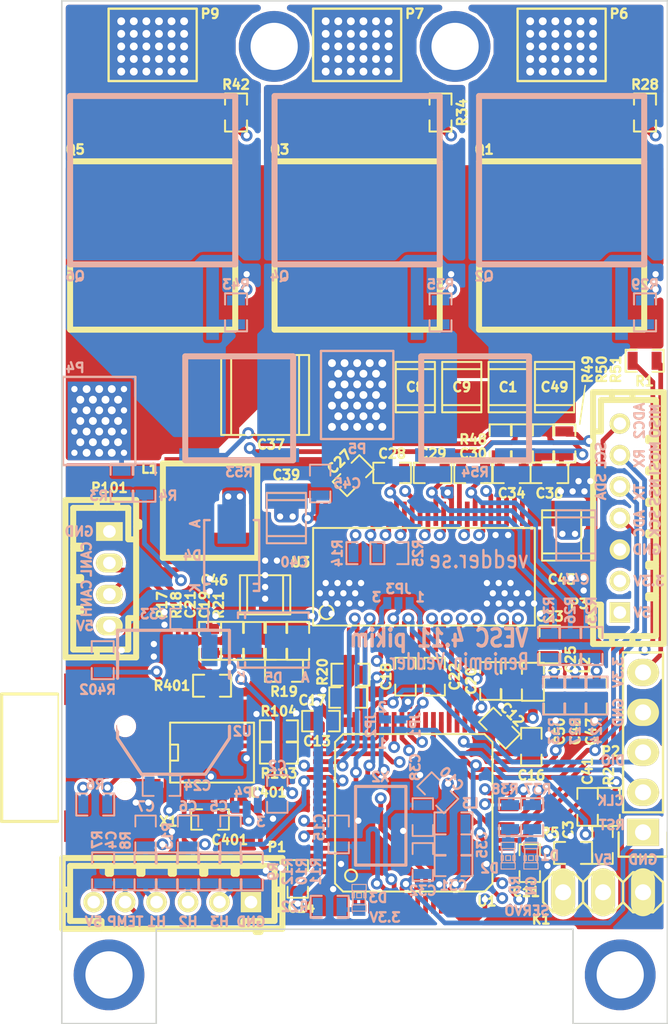
<source format=kicad_pcb>
(kicad_pcb (version 4) (host pcbnew "(2015-12-03 BZR 6346, Git b04f18b)-product")
  (title_block (title "BLDC Driver 4.11p") (date 2016-01-10) (rev C) (company "Benjamin Vedder") (comment 1 "modified by pikim"))
  (layers (0 F.Cu signal hide) (1 L2 signal hide) (2 L3 signal hide) (31 B.Cu signal hide) (34 B.Paste user hide) (35 F.Paste user hide) (36 B.SilkS user) (37 F.SilkS user) (38 B.Mask user hide) (39 F.Mask user hide) (44 Edge.Cuts user))
  (net 0 "")
  (net 1 +5V)
  (net 2 GND)
  (net 3 NRST)
  (net 4 "Net-(C15-Pad1)")
  (net 5 "Net-(C16-Pad1)")
  (net 6 "Net-(C17-Pad1)")
  (net 7 "Net-(C18-Pad1)")
  (net 8 "Net-(C19-Pad2)")
  (net 9 "Net-(C20-Pad2)")
  (net 10 "Net-(C21-Pad2)")
  (net 11 "Net-(C22-Pad1)")
  (net 12 "Net-(C22-Pad2)")
  (net 13 "Net-(C23-Pad2)")
  (net 14 "Net-(C27-Pad1)")
  (net 15 "Net-(C27-Pad2)")
  (net 16 "Net-(C28-Pad2)")
  (net 17 "Net-(C29-Pad2)")
  (net 18 "Net-(C30-Pad2)")
  (net 19 "Net-(C34-Pad1)")
  (net 20 "Net-(C34-Pad2)")
  (net 21 "Net-(C36-Pad1)")
  (net 22 "Net-(C36-Pad2)")
  (net 23 "Net-(C38-Pad1)")
  (net 24 "Net-(D1-Pad1)")
  (net 25 "Net-(D2-Pad1)")
  (net 26 "Net-(K1-Pad1)")
  (net 27 "Net-(Q1-PadG)")
  (net 28 "Net-(Q2-PadG)")
  (net 29 "Net-(Q3-PadG)")
  (net 30 "Net-(Q4-PadG)")
  (net 31 "Net-(Q5-PadG)")
  (net 32 "Net-(Q6-PadG)")
  (net 33 "Net-(R17-Pad2)")
  (net 34 "Net-(R20-Pad1)")
  (net 35 "Net-(R21-Pad2)")
  (net 36 "Net-(R6-Pad1)")
  (net 37 SWCLK)
  (net 38 SWDIO)
  (net 39 VCC)
  (net 40 V_SUPPLY)
  (net 41 /MCU/AN_IN)
  (net 42 /MCU/SERVO)
  (net 43 "/Mosfet driver/H1_VS")
  (net 44 "/Mosfet driver/H2_VS")
  (net 45 "/Mosfet driver/H3_VS")
  (net 46 "/Mosfet driver/H1_LOW")
  (net 47 "/Mosfet driver/H3_LOW")
  (net 48 /MCU/SENS1)
  (net 49 /MCU/SENS2)
  (net 50 "/Mosfet driver/M_H1")
  (net 51 "/Mosfet driver/M_L1")
  (net 52 /MCU/SENS3)
  (net 53 "/Mosfet driver/M_H2")
  (net 54 "/Mosfet driver/M_L2")
  (net 55 "/Mosfet driver/M_H3")
  (net 56 "/Mosfet driver/M_L3")
  (net 57 "/Mosfet driver/SH1_A")
  (net 58 "/Mosfet driver/SH1_B")
  (net 59 "/Mosfet driver/SH2_A")
  (net 60 "/Mosfet driver/SH2_B")
  (net 61 /MCU/BR_SO1)
  (net 62 /MCU/DC_CAL)
  (net 63 /MCU/L3)
  (net 64 /MCU/L2)
  (net 65 /MCU/L1)
  (net 66 /MCU/EN_GATE)
  (net 67 /MCU/FAULT)
  (net 68 /MCU/H3)
  (net 69 /MCU/H2)
  (net 70 /MCU/H1)
  (net 71 /MCU/USB_DM)
  (net 72 /MCU/USB_DP)
  (net 73 /Filters/TEMP_IN)
  (net 74 /Filters/HALL3_OUT)
  (net 75 /Filters/HALL2_OUT)
  (net 76 /Filters/HALL1_OUT)
  (net 77 "Net-(D3-Pad1)")
  (net 78 /Filters/HALL1_IN)
  (net 79 /Filters/HALL2_IN)
  (net 80 /Filters/HALL3_IN)
  (net 81 "/CAN bus transceiver/CANL")
  (net 82 "/CAN bus transceiver/CANH")
  (net 83 /MCU/LED_GREEN)
  (net 84 /MCU/LED_RED)
  (net 85 "Net-(R103-Pad2)")
  (net 86 "Net-(R104-Pad2)")
  (net 87 "Net-(R402-Pad1)")
  (net 88 "/CAN bus transceiver/CAN_RX")
  (net 89 "/CAN bus transceiver/CAN_TX")
  (net 90 /MCU/ADC_TEMP)
  (net 91 /MCU/SCK_ADC_EXT)
  (net 92 /MCU/RX_SCL_MOSI)
  (net 93 /MCU/MISO_ADC_EXT2)
  (net 94 /MCU/TX_SDA_NSS)
  (net 95 "Net-(JP1-Pad2)")
  (net 96 "Net-(JP2-Pad1)")
  (net 97 /MCU/DRV_MOSI)
  (net 98 "Net-(JP3-Pad2)")
  (net 99 "Net-(R14-Pad1)")
  (net 100 /MCU/DRV_NSS)
  (net 101 /MCU/DRV_SCK)
  (net 102 /MCU/DRV_MISO)
  (net 103 "Net-(C25-Pad2)")
  (net 104 "Net-(C31-Pad2)")
  (net 105 "Net-(C45-Pad2)")
  (net 106 "Net-(C401-Pad1)")
  (net 107 "/Mosfet driver/BR_SO1")
  (module Mounting_Holes:MountingHole_3mm (layer F.Cu) (at 116.725 146.9)
    (fp_text reference REF** hide)
    (fp_text value MountingHole_3mm)
    (pad 4 thru_hole circle (at 0 0) (size 4.5 4.5) (drill 3) (layers *.Cu *.Mask))
  )
  (module Mounting_Holes:MountingHole_3mm (layer F.Cu) (at 84.225 146.9)
    (fp_text reference REF** hide)
    (fp_text value MountingHole_3mm)
    (pad 3 thru_hole circle (at 0 0) (size 4.5 4.5) (drill 3) (layers *.Cu *.Mask))
  )
  (module Mounting_Holes:MountingHole_3mm (layer F.Cu) (at 106.225 87.9)
    (fp_text reference REF** hide)
    (fp_text value MountingHole_3mm)
    (pad 2 thru_hole circle (at 0 0) (size 4.5 4.5) (drill 3) (layers *.Cu *.Mask))
  )
  (module Mounting_Holes:MountingHole_3mm (layer F.Cu) (at 94.725 87.9)
    (fp_text reference REF** hide)
    (fp_text value MountingHole_3mm)
    (pad 1 thru_hole circle (at 0 0) (size 4.5 4.5) (drill 3) (layers *.Cu *.Mask))
  )
  (module pikim:b6b-ph-kl (layer F.Cu) (at 88.25 142.275 180)
    (fp_text reference P1 (at -6.65 3.5 180) (layer F.SilkS) (effects (font (size 0.6 0.6))))
    (fp_text value HALL/Encoder hide)
    (pad 1 thru_hole rect (at -5 0 180) (size 1.3 1.3) (drill 0.8) (layers *.Cu *.Mask F.SilkS) (net 2 GND))
    (pad 3 thru_hole circle (at -1 0 180) (size 1.3 1.3) (drill 0.8) (layers *.Cu *.Mask F.SilkS) (net 79 /Filters/HALL2_IN))
    (pad 2 thru_hole circle (at -3 0 180) (size 1.3 1.3) (drill 0.8) (layers *.Cu *.Mask F.SilkS) (net 80 /Filters/HALL3_IN))
    (pad 4 thru_hole circle (at 1 0 180) (size 1.3 1.3) (drill 0.8) (layers *.Cu *.Mask F.SilkS) (net 78 /Filters/HALL1_IN))
    (pad 5 thru_hole circle (at 3 0 180) (size 1.3 1.3) (drill 0.8) (layers *.Cu *.Mask F.SilkS) (net 73 /Filters/TEMP_IN))
    (pad 6 thru_hole circle (at 5 0 180) (size 1.3 1.3) (drill 0.8) (layers *.Cu *.Mask F.SilkS) (net 1 +5V))
  )
  (module pikim:b7b-ph-kl (layer F.Cu) (at 116.7 117.87 90)
    (fp_text reference P3 (at -5.455 -2.6 180) (layer F.SilkS) (effects (font (size 0.6 0.6))))
    (fp_text value PWR_COMM hide)
    (pad 1 thru_hole rect (at -6 0 90) (size 1.3 1.3) (drill 0.8) (layers *.Cu *.Mask F.SilkS) (net 1 +5V))
    (pad 3 thru_hole circle (at -2 0 90) (size 1.3 1.3) (drill 0.8) (layers *.Cu *.Mask F.SilkS) (net 2 GND))
    (pad 2 thru_hole circle (at -4 0 90) (size 1.3 1.3) (drill 0.8) (layers *.Cu *.Mask F.SilkS) (net 39 VCC))
    (pad 4 thru_hole circle (at 0 0 90) (size 1.3 1.3) (drill 0.8) (layers *.Cu *.Mask F.SilkS) (net 91 /MCU/SCK_ADC_EXT))
    (pad 5 thru_hole circle (at 2 0 90) (size 1.3 1.3) (drill 0.8) (layers *.Cu *.Mask F.SilkS) (net 94 /MCU/TX_SDA_NSS))
    (pad 6 thru_hole circle (at 4 0 90) (size 1.3 1.3) (drill 0.8) (layers *.Cu *.Mask F.SilkS) (net 92 /MCU/RX_SCL_MOSI))
    (pad 7 thru_hole circle (at 6 0 90) (size 1.3 1.3) (drill 0.8) (layers *.Cu *.Mask F.SilkS) (net 93 /MCU/MISO_ADC_EXT2))
  )
  (module CRF1:SMD-0603_r (layer F.Cu) (at 90.65 125.675 270)
    (fp_text reference R17 (at -2.275 3.05 450) (layer F.SilkS) (effects (font (size 0.6 0.6))))
    (fp_text value 52k5 hide)
    (pad 1 smd rect (at -0.762 0 270) (size 0.635 1.143) (layers F.Cu F.Paste F.Mask) (net 1 +5V))
    (pad 2 smd rect (at 0.762 0 270) (size 0.635 1.143) (layers F.Cu F.Paste F.Mask) (net 33 "Net-(R17-Pad2)"))
  )
  (module CRF1:lqfp64_pad_mod (layer F.Cu) (at 103.6 136.6)
    (fp_text reference U1 (at 4.65 5.625) (layer F.SilkS) (effects (font (size 0.6 0.6))))
    (fp_text value STM32F40X_LQFP64 hide)
    (pad 4 smd rect (at -2.25 5.75056) (size 0.3 1.30048) (layers F.Cu F.Paste F.Mask))
    (pad 5 smd rect (at -1.75 5.75056) (size 0.3 1.30048) (layers F.Cu F.Paste F.Mask) (net 4 "Net-(C15-Pad1)"))
    (pad 6 smd rect (at -1.25 5.75056) (size 0.3 1.30048) (layers F.Cu F.Paste F.Mask) (net 23 "Net-(C38-Pad1)"))
    (pad 7 smd rect (at -0.75 5.75056) (size 0.3 1.30048) (layers F.Cu F.Paste F.Mask) (net 3 NRST))
    (pad 8 smd rect (at -0.25 5.75056) (size 0.3 1.30048) (layers F.Cu F.Paste F.Mask) (net 73 /Filters/TEMP_IN))
    (pad 1 smd rect (at -3.75 5.75056) (size 0.3 1.30048) (layers F.Cu F.Paste F.Mask) (net 39 VCC))
    (pad 2 smd rect (at -3.25 5.75056) (size 0.3 1.30048) (layers F.Cu F.Paste F.Mask))
    (pad 3 smd rect (at -2.75 5.75056) (size 0.3 1.30048) (layers F.Cu F.Paste F.Mask))
    (pad 17 smd rect (at 5.75056 3.75) (size 1.30048 0.3) (layers F.Cu F.Paste F.Mask) (net 90 /MCU/ADC_TEMP))
    (pad 18 smd rect (at 5.75056 3.25) (size 1.30048 0.3) (layers F.Cu F.Paste F.Mask) (net 2 GND))
    (pad 19 smd rect (at 5.75056 2.75) (size 1.30048 0.3) (layers F.Cu F.Paste F.Mask) (net 39 VCC))
    (pad 20 smd rect (at 5.75056 2.25) (size 1.30048 0.3) (layers F.Cu F.Paste F.Mask) (net 94 /MCU/TX_SDA_NSS))
    (pad 21 smd rect (at 5.75056 1.75) (size 1.30048 0.3) (layers F.Cu F.Paste F.Mask) (net 91 /MCU/SCK_ADC_EXT))
    (pad 22 smd rect (at 5.75056 1.25) (size 1.30048 0.3) (layers F.Cu F.Paste F.Mask) (net 93 /MCU/MISO_ADC_EXT2))
    (pad 23 smd rect (at 5.75056 0.75) (size 1.30048 0.3) (layers F.Cu F.Paste F.Mask) (net 92 /MCU/RX_SCL_MOSI))
    (pad 24 smd rect (at 5.75056 0.25) (size 1.30048 0.3) (layers F.Cu F.Paste F.Mask) (net 83 /MCU/LED_GREEN))
    (pad 33 smd rect (at 3.75 -5.75056) (size 0.3 1.30048) (layers F.Cu F.Paste F.Mask) (net 62 /MCU/DC_CAL))
    (pad 34 smd rect (at 3.25 -5.75056) (size 0.3 1.30048) (layers F.Cu F.Paste F.Mask) (net 63 /MCU/L3))
    (pad 35 smd rect (at 2.75 -5.75056) (size 0.3 1.30048) (layers F.Cu F.Paste F.Mask) (net 64 /MCU/L2))
    (pad 36 smd rect (at 2.25 -5.75056) (size 0.3 1.30048) (layers F.Cu F.Paste F.Mask) (net 65 /MCU/L1))
    (pad 37 smd rect (at 1.75 -5.75056) (size 0.3 1.30048) (layers F.Cu F.Paste F.Mask) (net 94 /MCU/TX_SDA_NSS))
    (pad 38 smd rect (at 1.25 -5.75056) (size 0.3 1.30048) (layers F.Cu F.Paste F.Mask) (net 92 /MCU/RX_SCL_MOSI))
    (pad 39 smd rect (at 0.75 -5.75056) (size 0.3 1.30048) (layers F.Cu F.Paste F.Mask))
    (pad 40 smd rect (at 0.25 -5.75056) (size 0.3 1.30048) (layers F.Cu F.Paste F.Mask) (net 95 "Net-(JP1-Pad2)"))
    (pad 49 smd rect (at -5.75056 -3.75) (size 1.30048 0.3) (layers F.Cu F.Paste F.Mask) (net 37 SWCLK))
    (pad 50 smd rect (at -5.75056 -3.25) (size 1.30048 0.3) (layers F.Cu F.Paste F.Mask) (net 100 /MCU/DRV_NSS))
    (pad 51 smd rect (at -5.75056 -2.75) (size 1.30048 0.3) (layers F.Cu F.Paste F.Mask) (net 66 /MCU/EN_GATE))
    (pad 52 smd rect (at -5.75056 -2.25) (size 1.30048 0.3) (layers F.Cu F.Paste F.Mask) (net 74 /Filters/HALL3_OUT))
    (pad 53 smd rect (at -5.75056 -1.75) (size 1.30048 0.3) (layers F.Cu F.Paste F.Mask) (net 67 /MCU/FAULT))
    (pad 54 smd rect (at -5.75056 -1.25) (size 1.30048 0.3) (layers F.Cu F.Paste F.Mask))
    (pad 55 smd rect (at -5.75056 -0.75) (size 1.30048 0.3) (layers F.Cu F.Paste F.Mask) (net 101 /MCU/DRV_SCK))
    (pad 56 smd rect (at -5.75056 -0.25) (size 1.30048 0.3) (layers F.Cu F.Paste F.Mask) (net 102 /MCU/DRV_MISO))
    (pad 9 smd rect (at 0.25 5.75056) (size 0.3 1.30048) (layers F.Cu F.Paste F.Mask))
    (pad 10 smd rect (at 0.75 5.75056) (size 0.3 1.30048) (layers F.Cu F.Paste F.Mask) (net 41 /MCU/AN_IN))
    (pad 11 smd rect (at 1.25 5.75056) (size 0.3 1.30048) (layers F.Cu F.Paste F.Mask))
    (pad 25 smd rect (at 5.75056 -0.25) (size 1.30048 0.3) (layers F.Cu F.Paste F.Mask) (net 84 /MCU/LED_RED))
    (pad 26 smd rect (at 5.75056 -0.75) (size 1.30048 0.3) (layers F.Cu F.Paste F.Mask) (net 107 "/Mosfet driver/BR_SO1"))
    (pad 27 smd rect (at 5.75056 -1.25) (size 1.30048 0.3) (layers F.Cu F.Paste F.Mask) (net 61 /MCU/BR_SO1))
    (pad 41 smd rect (at -0.25 -5.75056) (size 0.3 1.30048) (layers F.Cu F.Paste F.Mask) (net 68 /MCU/H3))
    (pad 42 smd rect (at -0.75 -5.75056) (size 0.3 1.30048) (layers F.Cu F.Paste F.Mask) (net 69 /MCU/H2))
    (pad 43 smd rect (at -1.25 -5.75056) (size 0.3 1.30048) (layers F.Cu F.Paste F.Mask) (net 70 /MCU/H1))
    (pad 57 smd rect (at -5.75056 0.25) (size 1.30048 0.3) (layers F.Cu F.Paste F.Mask) (net 96 "Net-(JP2-Pad1)"))
    (pad 58 smd rect (at -5.75056 0.75) (size 1.30048 0.3) (layers F.Cu F.Paste F.Mask) (net 76 /Filters/HALL1_OUT))
    (pad 59 smd rect (at -5.75056 1.25) (size 1.30048 0.3) (layers F.Cu F.Paste F.Mask) (net 75 /Filters/HALL2_OUT))
    (pad 12 smd rect (at 1.75 5.75056) (size 0.3 1.30048) (layers F.Cu F.Paste F.Mask) (net 2 GND))
    (pad 13 smd rect (at 2.25 5.75056) (size 0.3 1.30048) (layers F.Cu F.Paste F.Mask) (net 104 "Net-(C31-Pad2)"))
    (pad 14 smd rect (at 2.75 5.75056) (size 0.3 1.30048) (layers F.Cu F.Paste F.Mask) (net 52 /MCU/SENS3))
    (pad 15 smd rect (at 3.25 5.75056) (size 0.3 1.30048) (layers F.Cu F.Paste F.Mask) (net 49 /MCU/SENS2))
    (pad 16 smd rect (at 3.75 5.75056) (size 0.3 1.30048) (layers F.Cu F.Paste F.Mask) (net 48 /MCU/SENS1))
    (pad 28 smd rect (at 5.75056 -1.75) (size 1.30048 0.3) (layers F.Cu F.Paste F.Mask))
    (pad 29 smd rect (at 5.75056 -2.25) (size 1.30048 0.3) (layers F.Cu F.Paste F.Mask) (net 92 /MCU/RX_SCL_MOSI))
    (pad 30 smd rect (at 5.75056 -2.75) (size 1.30048 0.3) (layers F.Cu F.Paste F.Mask) (net 94 /MCU/TX_SDA_NSS))
    (pad 31 smd rect (at 5.75056 -3.25) (size 1.30048 0.3) (layers F.Cu F.Paste F.Mask) (net 5 "Net-(C16-Pad1)"))
    (pad 32 smd rect (at 5.75056 -3.75) (size 1.30048 0.3) (layers F.Cu F.Paste F.Mask) (net 39 VCC))
    (pad 44 smd rect (at -1.75 -5.75056) (size 0.3 1.30048) (layers F.Cu F.Paste F.Mask) (net 71 /MCU/USB_DM))
    (pad 45 smd rect (at -2.25 -5.75056) (size 0.3 1.30048) (layers F.Cu F.Paste F.Mask) (net 72 /MCU/USB_DP))
    (pad 46 smd rect (at -2.75 -5.75056) (size 0.3 1.30048) (layers F.Cu F.Paste F.Mask) (net 38 SWDIO))
    (pad 47 smd rect (at -3.25 -5.75056) (size 0.3 1.30048) (layers F.Cu F.Paste F.Mask) (net 6 "Net-(C17-Pad1)"))
    (pad 48 smd rect (at -3.75 -5.75056) (size 0.3 1.30048) (layers F.Cu F.Paste F.Mask) (net 39 VCC))
    (pad 60 smd rect (at -5.75056 1.75) (size 1.30048 0.3) (layers F.Cu F.Paste F.Mask) (net 2 GND))
    (pad 61 smd rect (at -5.75056 2.25) (size 1.30048 0.3) (layers F.Cu F.Paste F.Mask) (net 88 "/CAN bus transceiver/CAN_RX"))
    (pad 62 smd rect (at -5.75056 2.75) (size 1.30048 0.3) (layers F.Cu F.Paste F.Mask) (net 89 "/CAN bus transceiver/CAN_TX"))
    (pad 63 smd rect (at -5.75056 3.25) (size 1.30048 0.3) (layers F.Cu F.Paste F.Mask) (net 2 GND))
    (pad 64 smd rect (at -5.75056 3.75) (size 1.30048 0.3) (layers F.Cu F.Paste F.Mask) (net 39 VCC))
  )
  (module "JST conn:b4b-ph-kl" (layer F.Cu) (at 84.25 121.725 270)
    (fp_text reference P101 (at -5.775 0 360) (layer F.SilkS) (effects (font (size 0.6 0.6))))
    (fp_text value CANBUS hide)
    (pad 1 thru_hole rect (at -3 0 270) (size 1.19888 1.69926) (drill 0.8) (layers *.Cu *.Mask F.SilkS) (net 2 GND))
    (pad 3 thru_hole oval (at 1 0 270) (size 1.19888 1.69926) (drill 0.8) (layers *.Cu *.Mask F.SilkS) (net 82 "/CAN bus transceiver/CANH"))
    (pad 2 thru_hole oval (at -1 0 270) (size 1.19888 1.69926) (drill 0.8) (layers *.Cu *.Mask F.SilkS) (net 81 "/CAN bus transceiver/CANL"))
    (pad 4 thru_hole oval (at 3 0 270) (size 1.19888 1.69926) (drill 0.8) (layers *.Cu *.Mask F.SilkS) (net 1 +5V))
  )
  (module CRF1:SMD-0603_c (layer F.Cu) (at 99.425 129.275 180)
    (fp_text reference C17 (at 2.275 -0.175 180) (layer F.SilkS) (effects (font (size 0.6 0.6))))
    (fp_text value 2.2u hide)
    (pad 1 smd rect (at -0.762 0 180) (size 0.635 1.143) (layers F.Cu F.Paste F.Mask) (net 6 "Net-(C17-Pad1)"))
    (pad 2 smd rect (at 0.762 0 180) (size 0.635 1.143) (layers F.Cu F.Paste F.Mask) (net 2 GND))
  )
  (module CRF1:SOIC-8-W (layer F.Cu) (at 90.775 132.775)
    (fp_text reference U401 (at 3.575 2.525) (layer F.SilkS) (effects (font (size 0.6 0.6))))
    (fp_text value SN65HVD232 hide)
    (pad 8 smd rect (at -1.905 -2.667) (size 0.59944 1.39954) (layers F.Cu F.Paste F.Mask) (net 87 "Net-(R402-Pad1)"))
    (pad 1 smd rect (at -1.905 2.667) (size 0.59944 1.39954) (layers F.Cu F.Paste F.Mask) (net 89 "/CAN bus transceiver/CAN_TX"))
    (pad 7 smd rect (at -0.635 -2.667) (size 0.59944 1.39954) (layers F.Cu F.Paste F.Mask) (net 82 "/CAN bus transceiver/CANH"))
    (pad 6 smd rect (at 0.635 -2.667) (size 0.59944 1.39954) (layers F.Cu F.Paste F.Mask) (net 81 "/CAN bus transceiver/CANL"))
    (pad 5 smd rect (at 1.905 -2.667) (size 0.59944 1.39954) (layers F.Cu F.Paste F.Mask))
    (pad 2 smd rect (at -0.635 2.667) (size 0.59944 1.39954) (layers F.Cu F.Paste F.Mask) (net 2 GND))
    (pad 3 smd rect (at 0.635 2.667) (size 0.59944 1.39954) (layers F.Cu F.Paste F.Mask) (net 106 "Net-(C401-Pad1)"))
    (pad 4 smd rect (at 1.905 2.667) (size 0.59944 1.39954) (layers F.Cu F.Paste F.Mask) (net 88 "/CAN bus transceiver/CAN_RX"))
  )
  (module CRF1:SMD-0603_r (layer F.Cu) (at 95.35 127.575)
    (fp_text reference R19 (at 0 1.325) (layer F.SilkS) (effects (font (size 0.6 0.6))))
    (fp_text value 100k hide)
    (pad 1 smd rect (at -0.762 0) (size 0.635 1.143) (layers F.Cu F.Paste F.Mask) (net 10 "Net-(C21-Pad2)"))
    (pad 2 smd rect (at 0.762 0) (size 0.635 1.143) (layers F.Cu F.Paste F.Mask) (net 8 "Net-(C19-Pad2)"))
  )
  (module Diodes_SMD:SMA_Standard (layer B.Cu) (at 92.025 120.25 90)
    (fp_text reference D4 (at 0 -2.5 180) (layer B.SilkS) (effects (font (size 0.6 0.6)) (justify mirror)))
    (fp_text value Schottky)
    (fp_text user K (at -2.05 -2.325 90) (layer B.SilkS) (effects (font (size 0.6 0.6)) (justify mirror)))
    (fp_text user A (at 2.025 -2.325 90) (layer B.SilkS) (effects (font (size 0.6 0.6)) (justify mirror)))
    (pad 1 smd rect (at -1.99898 0 90) (size 2.49936 1.80086) (layers B.Cu B.Paste B.Mask) (net 2 GND))
    (pad 2 smd rect (at 1.99898 0 90) (size 2.49936 1.80086) (layers B.Cu B.Paste B.Mask) (net 14 "Net-(C27-Pad1)"))
  )
  (module CRF1:WSLP2726 (layer B.Cu) (at 92.5 112.8)
    (fp_text reference R53 (at 0 2.15 180) (layer B.SilkS) (effects (font (size 0.6 0.6)) (justify mirror)))
    (fp_text value SHUNT hide)
    (pad 1 smd rect (at -2.54 -3.048) (size 2.54 5.588) (layers B.Cu B.Paste B.Mask) (net 46 "/Mosfet driver/H1_LOW"))
    (pad 2 smd rect (at 2.54 -3.048) (size 2.54 5.588) (layers B.Cu B.Paste B.Mask) (net 2 GND))
    (pad 3 smd rect (at -2.54 1.0795) (size 2.54 0.889) (layers B.Cu B.Paste B.Mask) (net 57 "/Mosfet driver/SH1_A"))
    (pad 4 smd rect (at 2.54 1.0795) (size 2.54 0.889) (layers B.Cu B.Paste B.Mask) (net 58 "/Mosfet driver/SH1_B"))
  )
  (module Pin_Headers:Pin_Header_Straight_1x05 (layer F.Cu) (at 118.175 137.84 180)
    (fp_text reference P2 (at 2.05 5.14 180) (layer F.SilkS) (effects (font (size 0.6 0.6))))
    (fp_text value SWD)
    (pad 1 thru_hole rect (at 0 0 180) (size 2.032 1.7272) (drill 1.016) (layers *.Cu *.Mask F.SilkS) (net 3 NRST))
    (pad 2 thru_hole oval (at 0 2.54 180) (size 2.032 1.7272) (drill 1.016) (layers *.Cu *.Mask F.SilkS) (net 37 SWCLK))
    (pad 3 thru_hole oval (at 0 5.08 180) (size 2.032 1.7272) (drill 1.016) (layers *.Cu *.Mask F.SilkS) (net 38 SWDIO))
    (pad 4 thru_hole oval (at 0 7.62 180) (size 2.032 1.7272) (drill 1.016) (layers *.Cu *.Mask F.SilkS) (net 2 GND))
    (pad 5 thru_hole oval (at 0 10.16 180) (size 2.032 1.7272) (drill 1.016) (layers *.Cu *.Mask F.SilkS) (net 39 VCC))
  )
  (module CRF1:1PAD_4x5mm (layer F.Cu) (at 113 87.8 90)
    (fp_text reference P6 (at 1.975 3.65 180) (layer F.SilkS) (effects (font (size 0.6 0.6))))
    (fp_text value MOTOR1 hide)
    (pad 1 smd rect (at 0 0 90) (size 4 5) (layers F.Cu F.Paste F.Mask) (net 45 "/Mosfet driver/H3_VS"))
  )
  (module CRF1:WSLP2726 (layer B.Cu) (at 107.5 112.8)
    (fp_text reference R54 (at 0 2.15 180) (layer B.SilkS) (effects (font (size 0.6 0.6)) (justify mirror)))
    (fp_text value SHUNT hide)
    (pad 1 smd rect (at -2.54 -3.048) (size 2.54 5.588) (layers B.Cu B.Paste B.Mask) (net 2 GND))
    (pad 2 smd rect (at 2.54 -3.048) (size 2.54 5.588) (layers B.Cu B.Paste B.Mask) (net 47 "/Mosfet driver/H3_LOW"))
    (pad 3 smd rect (at -2.54 1.0795) (size 2.54 0.889) (layers B.Cu B.Paste B.Mask) (net 60 "/Mosfet driver/SH2_B"))
    (pad 4 smd rect (at 2.54 1.0795) (size 2.54 0.889) (layers B.Cu B.Paste B.Mask) (net 59 "/Mosfet driver/SH2_A"))
  )
  (module CRF1:Crystal_5x3mm (layer B.Cu) (at 101.5 137.425 90)
    (fp_text reference X2 (at 3.1 -0.025 180) (layer B.SilkS) (effects (font (size 0.6 0.6)) (justify mirror)))
    (fp_text value "8MHz 10ppm" hide)
    (pad 3 smd rect (at -1.89992 1.24968 90) (size 1.80086 1.19888) (layers B.Cu B.Paste B.Mask) (net 2 GND))
    (pad 1 smd rect (at -1.89992 -1.24968 90) (size 1.80086 1.19888) (layers B.Cu B.Paste B.Mask) (net 4 "Net-(C15-Pad1)"))
    (pad 3 smd rect (at 1.89992 -1.24968 90) (size 1.80086 1.19888) (layers B.Cu B.Paste B.Mask) (net 2 GND))
    (pad 2 smd rect (at 1.89992 1.24968 90) (size 1.80086 1.19888) (layers B.Cu B.Paste B.Mask) (net 23 "Net-(C38-Pad1)"))
  )
  (module CRF1:pinhead-1X03 (layer F.Cu) (at 115.635 141.65)
    (fp_text reference K1 (at -3.935 1.725) (layer F.SilkS) (effects (font (size 0.6 0.6))))
    (fp_text value SERVO hide)
    (pad 1 thru_hole oval (at -2.54 0) (size 1.524 3.048) (drill 1.016) (layers *.Cu *.Mask F.SilkS) (net 26 "Net-(K1-Pad1)"))
    (pad 2 thru_hole oval (at 0 0) (size 1.524 3.048) (drill 1.016) (layers *.Cu *.Mask F.SilkS) (net 1 +5V))
    (pad 3 thru_hole oval (at 2.54 0) (size 1.524 3.048) (drill 1.016) (layers *.Cu *.Mask F.SilkS) (net 2 GND))
  )
  (module w_smd_cap:c_2220 (layer F.Cu) (at 94.15 110.05)
    (fp_text reference C37 (at 0.375 3.15) (layer F.SilkS) (effects (font (size 0.6 0.6))))
    (fp_text value 22u,63V hide)
    (pad 1 smd rect (at 2.57556 0) (size 1.84912 5.4991) (layers F.Cu F.Paste F.Mask) (net 2 GND))
    (pad 2 smd rect (at -2.57556 0) (size 1.84912 5.4991) (layers F.Cu F.Paste F.Mask) (net 40 V_SUPPLY))
  )
  (module LEDs:LED-0603 (layer B.Cu) (at 111.05 139.325 270)
    (fp_text reference D1 (at 0 -1.2 360) (layer B.SilkS) (effects (font (size 0.6 0.6)) (justify mirror)))
    (fp_text value GREEN hide)
    (pad 1 smd rect (at -0.7493 0 270) (size 0.79756 0.79756) (layers B.Cu B.Paste B.Mask) (net 24 "Net-(D1-Pad1)"))
    (pad 2 smd rect (at 0.7493 0 270) (size 0.79756 0.79756) (layers B.Cu B.Paste B.Mask) (net 2 GND))
  )
  (module LEDs:LED-0603 (layer B.Cu) (at 109.6 139.325 270)
    (fp_text reference D2 (at 0.8 1.175 360) (layer B.SilkS) (effects (font (size 0.6 0.6)) (justify mirror)))
    (fp_text value RED hide)
    (pad 1 smd rect (at -0.7493 0 270) (size 0.79756 0.79756) (layers B.Cu B.Paste B.Mask) (net 25 "Net-(D2-Pad1)"))
    (pad 2 smd rect (at 0.7493 0 270) (size 0.79756 0.79756) (layers B.Cu B.Paste B.Mask) (net 2 GND))
  )
  (module LEDs:LED-0603 (layer B.Cu) (at 100.125 142 90)
    (fp_text reference D3 (at 0 1.2 180) (layer B.SilkS) (effects (font (size 0.6 0.6)) (justify mirror)))
    (fp_text value LED hide)
    (pad 1 smd rect (at -0.7493 0 90) (size 0.79756 0.79756) (layers B.Cu B.Paste B.Mask) (net 77 "Net-(D3-Pad1)"))
    (pad 2 smd rect (at 0.7493 0 90) (size 0.79756 0.79756) (layers B.Cu B.Paste B.Mask) (net 2 GND))
  )
  (module CRF1:1PAD_4x5mm (layer B.Cu) (at 83.6 111.7)
    (fp_text reference P4 (at -1.525 -3.375 180) (layer B.SilkS) (effects (font (size 0.6 0.6)) (justify mirror)))
    (fp_text value IN+ hide)
    (pad 1 smd rect (at 0 0) (size 4 5) (layers B.Cu B.Paste B.Mask) (net 40 V_SUPPLY))
  )
  (module CRF1:1PAD_4x5mm (layer B.Cu) (at 100 110.05)
    (fp_text reference P5 (at 0 3.425) (layer B.SilkS) (effects (font (size 0.6 0.6)) (justify mirror)))
    (fp_text value IN- hide)
    (pad 1 smd rect (at 0 0) (size 4 5) (layers B.Cu B.Paste B.Mask) (net 2 GND))
  )
  (module CRF1:1PAD_4x5mm (layer F.Cu) (at 100 87.8 90)
    (fp_text reference P7 (at 1.975 3.65 180) (layer F.SilkS) (effects (font (size 0.6 0.6))))
    (fp_text value MOTOR2 hide)
    (pad 1 smd rect (at 0 0 90) (size 4 5) (layers F.Cu F.Paste F.Mask) (net 44 "/Mosfet driver/H2_VS"))
  )
  (module CRF1:1PAD_4x5mm (layer F.Cu) (at 87 87.8 90)
    (fp_text reference P9 (at 1.975 3.65 180) (layer F.SilkS) (effects (font (size 0.6 0.6))))
    (fp_text value MOTOR3 hide)
    (pad 1 smd rect (at 0 0 90) (size 4 5) (layers F.Cu F.Paste F.Mask) (net 43 "/Mosfet driver/H1_VS"))
  )
  (module CRF1:SMD-0603_c (layer B.Cu) (at 94.925 135.4 90)
    (fp_text reference C2 (at 1.775 0 180) (layer B.SilkS) (effects (font (size 0.6 0.6)) (justify mirror)))
    (fp_text value 100n hide)
    (pad 1 smd rect (at -0.762 0 90) (size 0.635 1.143) (layers B.Cu B.Paste B.Mask) (net 2 GND))
    (pad 2 smd rect (at 0.762 0 90) (size 0.635 1.143) (layers B.Cu B.Paste B.Mask) (net 41 /MCU/AN_IN))
  )
  (module CRF1:SMD-0603_c (layer F.Cu) (at 115.6 138.65 90)
    (fp_text reference C3 (at 0.975 -2.175 90) (layer F.SilkS) (effects (font (size 0.6 0.6))))
    (fp_text value 100n hide)
    (pad 1 smd rect (at -0.762 0 90) (size 0.635 1.143) (layers F.Cu F.Paste F.Mask) (net 2 GND))
    (pad 2 smd rect (at 0.762 0 90) (size 0.635 1.143) (layers F.Cu F.Paste F.Mask) (net 42 /MCU/SERVO))
  )
  (module CRF1:SMD-0603_c (layer B.Cu) (at 85.2 140.325 270)
    (fp_text reference C4 (at -2 0.825 270) (layer B.SilkS) (effects (font (size 0.6 0.6)) (justify mirror)))
    (fp_text value 4n7 hide)
    (pad 1 smd rect (at -0.762 0 270) (size 0.635 1.143) (layers B.Cu B.Paste B.Mask) (net 2 GND))
    (pad 2 smd rect (at 0.762 0 270) (size 0.635 1.143) (layers B.Cu B.Paste B.Mask) (net 73 /Filters/TEMP_IN))
  )
  (module CRF1:SMD-0603_c (layer B.Cu) (at 91.95 137.975 90)
    (fp_text reference C5 (at 1.775 -0.75 180) (layer B.SilkS) (effects (font (size 0.6 0.6)) (justify mirror)))
    (fp_text value 4n7 hide)
    (pad 1 smd rect (at -0.762 0 90) (size 0.635 1.143) (layers B.Cu B.Paste B.Mask) (net 74 /Filters/HALL3_OUT))
    (pad 2 smd rect (at 0.762 0 90) (size 0.635 1.143) (layers B.Cu B.Paste B.Mask) (net 2 GND))
  )
  (module CRF1:SMD-0603_c (layer B.Cu) (at 89.25 137.975 90)
    (fp_text reference C6 (at 1.775 0 180) (layer B.SilkS) (effects (font (size 0.6 0.6)) (justify mirror)))
    (fp_text value 4n7 hide)
    (pad 1 smd rect (at -0.762 0 90) (size 0.635 1.143) (layers B.Cu B.Paste B.Mask) (net 75 /Filters/HALL2_OUT))
    (pad 2 smd rect (at 0.762 0 90) (size 0.635 1.143) (layers B.Cu B.Paste B.Mask) (net 2 GND))
  )
  (module CRF1:SMD-0603_c (layer B.Cu) (at 86.55 137.975 90)
    (fp_text reference C7 (at 1.775 0 180) (layer B.SilkS) (effects (font (size 0.6 0.6)) (justify mirror)))
    (fp_text value 4n7 hide)
    (pad 1 smd rect (at -0.762 0 90) (size 0.635 1.143) (layers B.Cu B.Paste B.Mask) (net 76 /Filters/HALL1_OUT))
    (pad 2 smd rect (at 0.762 0 90) (size 0.635 1.143) (layers B.Cu B.Paste B.Mask) (net 2 GND))
  )
  (module CRF1:SMD-0603_c (layer B.Cu) (at 105.125 135.325 315)
    (fp_text reference C10 (at 0 -1.237437 495) (layer B.SilkS) (effects (font (size 0.6 0.6)) (justify mirror)))
    (fp_text value 2.2u hide)
    (pad 1 smd rect (at -0.762 0 315) (size 0.635 1.143) (layers B.Cu B.Paste B.Mask) (net 2 GND))
    (pad 2 smd rect (at 0.762 0 315) (size 0.635 1.143) (layers B.Cu B.Paste B.Mask) (net 39 VCC))
  )
  (module CRF1:SMD-0603_c (layer F.Cu) (at 110.975 139.8 90)
    (fp_text reference C11 (at -1.825 -0.225 180) (layer F.SilkS) (effects (font (size 0.6 0.6))))
    (fp_text value 2.2u hide)
    (pad 1 smd rect (at -0.762 0 90) (size 0.635 1.143) (layers F.Cu F.Paste F.Mask) (net 2 GND))
    (pad 2 smd rect (at 0.762 0 90) (size 0.635 1.143) (layers F.Cu F.Paste F.Mask) (net 39 VCC))
  )
  (module CRF1:SMD-0603_c (layer F.Cu) (at 109.05 131.225 315)
    (fp_text reference C12 (at -0.053033 -1.184404 495) (layer F.SilkS) (effects (font (size 0.6 0.6))))
    (fp_text value 2.2u hide)
    (pad 1 smd rect (at -0.762 0 315) (size 0.635 1.143) (layers F.Cu F.Paste F.Mask) (net 2 GND))
    (pad 2 smd rect (at 0.762 0 315) (size 0.635 1.143) (layers F.Cu F.Paste F.Mask) (net 39 VCC))
  )
  (module CRF1:SMD-0603_c (layer F.Cu) (at 97.7 130.775)
    (fp_text reference C13 (at -0.25 1.275) (layer F.SilkS) (effects (font (size 0.6 0.6))))
    (fp_text value 2.2u hide)
    (pad 1 smd rect (at -0.762 0) (size 0.635 1.143) (layers F.Cu F.Paste F.Mask) (net 2 GND))
    (pad 2 smd rect (at 0.762 0) (size 0.635 1.143) (layers F.Cu F.Paste F.Mask) (net 39 VCC))
  )
  (module CRF1:SMD-0603_c (layer F.Cu) (at 96.225 140.8 270)
    (fp_text reference C14 (at 1.825 -0.225 540) (layer F.SilkS) (effects (font (size 0.6 0.6))))
    (fp_text value 2.2u hide)
    (pad 1 smd rect (at -0.762 0 270) (size 0.635 1.143) (layers F.Cu F.Paste F.Mask) (net 2 GND))
    (pad 2 smd rect (at 0.762 0 270) (size 0.635 1.143) (layers F.Cu F.Paste F.Mask) (net 39 VCC))
  )
  (module CRF1:SMD-0603_c (layer B.Cu) (at 98.825 137.975 90)
    (fp_text reference C15 (at 0.45 -1.225 90) (layer B.SilkS) (effects (font (size 0.6 0.6)) (justify mirror)))
    (fp_text value 15p hide)
    (pad 1 smd rect (at -0.762 0 90) (size 0.635 1.143) (layers B.Cu B.Paste B.Mask) (net 4 "Net-(C15-Pad1)"))
    (pad 2 smd rect (at 0.762 0 90) (size 0.635 1.143) (layers B.Cu B.Paste B.Mask) (net 2 GND))
  )
  (module CRF1:SMD-0603_c (layer F.Cu) (at 111.075 132.4 90)
    (fp_text reference C16 (at -1.825 0 180) (layer F.SilkS) (effects (font (size 0.6 0.6))))
    (fp_text value 2.2u hide)
    (pad 1 smd rect (at -0.762 0 90) (size 0.635 1.143) (layers F.Cu F.Paste F.Mask) (net 5 "Net-(C16-Pad1)"))
    (pad 2 smd rect (at 0.762 0 90) (size 0.635 1.143) (layers F.Cu F.Paste F.Mask) (net 2 GND))
  )
  (module CRF1:SMD-0603_c (layer F.Cu) (at 103.075 127.95 270)
    (fp_text reference C18 (at 0 1.225 270) (layer F.SilkS) (effects (font (size 0.6 0.6))))
    (fp_text value 4.7u,25V hide)
    (pad 1 smd rect (at -0.762 0 270) (size 0.635 1.143) (layers F.Cu F.Paste F.Mask) (net 7 "Net-(C18-Pad1)"))
    (pad 2 smd rect (at 0.762 0 270) (size 0.635 1.143) (layers F.Cu F.Paste F.Mask) (net 2 GND))
  )
  (module CRF1:SMD-0603_c (layer F.Cu) (at 94.85 125.675 270)
    (fp_text reference C19 (at -2.3 4.55 270) (layer F.SilkS) (effects (font (size 0.6 0.6))))
    (fp_text value 1p5 hide)
    (pad 1 smd rect (at -0.762 0 270) (size 0.635 1.143) (layers F.Cu F.Paste F.Mask) (net 2 GND))
    (pad 2 smd rect (at 0.762 0 270) (size 0.635 1.143) (layers F.Cu F.Paste F.Mask) (net 8 "Net-(C19-Pad2)"))
  )
  (module CRF1:SMD-0603_c (layer F.Cu) (at 108.475 128.225 90)
    (fp_text reference C20 (at 0 -1.225 90) (layer F.SilkS) (effects (font (size 0.6 0.6))))
    (fp_text value 2.2u,16V hide)
    (pad 1 smd rect (at -0.762 0 90) (size 0.635 1.143) (layers F.Cu F.Paste F.Mask) (net 2 GND))
    (pad 2 smd rect (at 0.762 0 90) (size 0.635 1.143) (layers F.Cu F.Paste F.Mask) (net 9 "Net-(C20-Pad2)"))
  )
  (module CRF1:SMD-0603_c (layer F.Cu) (at 93.45 125.675 270)
    (fp_text reference C21 (at -2.3 4.05 270) (layer F.SilkS) (effects (font (size 0.6 0.6))))
    (fp_text value 2n hide)
    (pad 1 smd rect (at -0.762 0 270) (size 0.635 1.143) (layers F.Cu F.Paste F.Mask) (net 2 GND))
    (pad 2 smd rect (at 0.762 0 270) (size 0.635 1.143) (layers F.Cu F.Paste F.Mask) (net 10 "Net-(C21-Pad2)"))
  )
  (module CRF1:SMD-0603_c (layer F.Cu) (at 104.925 127.95 90)
    (fp_text reference C22 (at 0 1.275 90) (layer F.SilkS) (effects (font (size 0.6 0.6))))
    (fp_text value 22n hide)
    (pad 1 smd rect (at -0.762 0 90) (size 0.635 1.143) (layers F.Cu F.Paste F.Mask) (net 11 "Net-(C22-Pad1)"))
    (pad 2 smd rect (at 0.762 0 90) (size 0.635 1.143) (layers F.Cu F.Paste F.Mask) (net 12 "Net-(C22-Pad2)"))
  )
  (module CRF1:SMD-0603_c (layer F.Cu) (at 112.25 125.9 270)
    (fp_text reference C23 (at -1.775 0 360) (layer F.SilkS) (effects (font (size 0.6 0.6))))
    (fp_text value 2.2u,16V hide)
    (pad 1 smd rect (at -0.762 0 270) (size 0.635 1.143) (layers F.Cu F.Paste F.Mask) (net 2 GND))
    (pad 2 smd rect (at 0.762 0 270) (size 0.635 1.143) (layers F.Cu F.Paste F.Mask) (net 13 "Net-(C23-Pad2)"))
  )
  (module CRF1:SMD-0603_c (layer B.Cu) (at 87.563 134.875 180)
    (fp_text reference C24 (at -2.287 0 180) (layer B.SilkS) (effects (font (size 0.6 0.6)) (justify mirror)))
    (fp_text value 2.2u hide)
    (pad 1 smd rect (at -0.762 0 180) (size 0.635 1.143) (layers B.Cu B.Paste B.Mask) (net 39 VCC))
    (pad 2 smd rect (at 0.762 0 180) (size 0.635 1.143) (layers B.Cu B.Paste B.Mask) (net 2 GND))
  )
  (module CRF1:SMD-0603_c (layer F.Cu) (at 99.75 115.175 225)
    (fp_text reference C27 (at 0 1.237437 225) (layer F.SilkS) (effects (font (size 0.6 0.6))))
    (fp_text value 100n hide)
    (pad 1 smd rect (at -0.762 0 225) (size 0.635 1.143) (layers F.Cu F.Paste F.Mask) (net 14 "Net-(C27-Pad1)"))
    (pad 2 smd rect (at 0.762 0 225) (size 0.635 1.143) (layers F.Cu F.Paste F.Mask) (net 15 "Net-(C27-Pad2)"))
  )
  (module CRF1:SMD-0603_c (layer F.Cu) (at 102.225 115 180)
    (fp_text reference C28 (at 0 1.225 180) (layer F.SilkS) (effects (font (size 0.6 0.6))))
    (fp_text value 220n hide)
    (pad 1 smd rect (at -0.762 0 180) (size 0.635 1.143) (layers F.Cu F.Paste F.Mask) (net 43 "/Mosfet driver/H1_VS"))
    (pad 2 smd rect (at 0.762 0 180) (size 0.635 1.143) (layers F.Cu F.Paste F.Mask) (net 16 "Net-(C28-Pad2)"))
  )
  (module CRF1:SMD-0603_c (layer F.Cu) (at 104.8 115 180)
    (fp_text reference C29 (at 0 1.225 180) (layer F.SilkS) (effects (font (size 0.6 0.6))))
    (fp_text value 220n hide)
    (pad 1 smd rect (at -0.762 0 180) (size 0.635 1.143) (layers F.Cu F.Paste F.Mask) (net 44 "/Mosfet driver/H2_VS"))
    (pad 2 smd rect (at 0.762 0 180) (size 0.635 1.143) (layers F.Cu F.Paste F.Mask) (net 17 "Net-(C29-Pad2)"))
  )
  (module CRF1:SMD-0603_c (layer F.Cu) (at 107.375 115 180)
    (fp_text reference C30 (at 0 1.225 180) (layer F.SilkS) (effects (font (size 0.6 0.6))))
    (fp_text value 220n hide)
    (pad 1 smd rect (at -0.762 0 180) (size 0.635 1.143) (layers F.Cu F.Paste F.Mask) (net 45 "/Mosfet driver/H3_VS"))
    (pad 2 smd rect (at 0.762 0 180) (size 0.635 1.143) (layers F.Cu F.Paste F.Mask) (net 18 "Net-(C30-Pad2)"))
  )
  (module CRF1:SMD-0603_c (layer B.Cu) (at 106.125 139.975)
    (fp_text reference C31 (at 0 1.25) (layer B.SilkS) (effects (font (size 0.6 0.6)) (justify mirror)))
    (fp_text value 2.2u hide)
    (pad 1 smd rect (at -0.762 0) (size 0.635 1.143) (layers B.Cu B.Paste B.Mask) (net 2 GND))
    (pad 2 smd rect (at 0.762 0) (size 0.635 1.143) (layers B.Cu B.Paste B.Mask) (net 104 "Net-(C31-Pad2)"))
  )
  (module CRF1:SMD-0603_c (layer B.Cu) (at 104.175 139.725 270)
    (fp_text reference C32 (at 1.825 0 360) (layer B.SilkS) (effects (font (size 0.6 0.6)) (justify mirror)))
    (fp_text value 100n hide)
    (pad 1 smd rect (at -0.762 0 270) (size 0.635 1.143) (layers B.Cu B.Paste B.Mask) (net 2 GND))
    (pad 2 smd rect (at 0.762 0 270) (size 0.635 1.143) (layers B.Cu B.Paste B.Mask) (net 3 NRST))
  )
  (module CRF1:SMD-0603_c (layer F.Cu) (at 109.825 115)
    (fp_text reference C34 (at 0 1.3) (layer F.SilkS) (effects (font (size 0.6 0.6))))
    (fp_text value 2n hide)
    (pad 1 smd rect (at -0.762 0) (size 0.635 1.143) (layers F.Cu F.Paste F.Mask) (net 19 "Net-(C34-Pad1)"))
    (pad 2 smd rect (at 0.762 0) (size 0.635 1.143) (layers F.Cu F.Paste F.Mask) (net 20 "Net-(C34-Pad2)"))
  )
  (module CRF1:SMD-0603_c (layer B.Cu) (at 106.125 138.625)
    (fp_text reference C35 (at 1.825 0 270) (layer B.SilkS) (effects (font (size 0.6 0.6)) (justify mirror)))
    (fp_text value 2.2u hide)
    (pad 1 smd rect (at -0.762 0) (size 0.635 1.143) (layers B.Cu B.Paste B.Mask) (net 2 GND))
    (pad 2 smd rect (at 0.762 0) (size 0.635 1.143) (layers B.Cu B.Paste B.Mask) (net 104 "Net-(C31-Pad2)"))
  )
  (module CRF1:SMD-0603_c (layer F.Cu) (at 112.225 115 180)
    (fp_text reference C36 (at 0 -1.3 180) (layer F.SilkS) (effects (font (size 0.6 0.6))))
    (fp_text value 2n hide)
    (pad 1 smd rect (at -0.762 0 180) (size 0.635 1.143) (layers F.Cu F.Paste F.Mask) (net 21 "Net-(C36-Pad1)"))
    (pad 2 smd rect (at 0.762 0 180) (size 0.635 1.143) (layers F.Cu F.Paste F.Mask) (net 22 "Net-(C36-Pad2)"))
  )
  (module CRF1:SMD-0603_c (layer B.Cu) (at 104.175 136.875 270)
    (fp_text reference C38 (at -3.175 0.475 270) (layer B.SilkS) (effects (font (size 0.6 0.6)) (justify mirror)))
    (fp_text value 15p hide)
    (pad 1 smd rect (at -0.762 0 270) (size 0.635 1.143) (layers B.Cu B.Paste B.Mask) (net 23 "Net-(C38-Pad1)"))
    (pad 2 smd rect (at 0.762 0 270) (size 0.635 1.143) (layers B.Cu B.Paste B.Mask) (net 2 GND))
  )
  (module CRF1:SMD-0603_c (layer F.Cu) (at 114.65 136.225 270)
    (fp_text reference C41 (at -2.275 0 270) (layer F.SilkS) (effects (font (size 0.6 0.6))))
    (fp_text value 2.2u hide)
    (pad 1 smd rect (at -0.762 0 270) (size 0.635 1.143) (layers F.Cu F.Paste F.Mask) (net 90 /MCU/ADC_TEMP))
    (pad 2 smd rect (at 0.762 0 270) (size 0.635 1.143) (layers F.Cu F.Paste F.Mask) (net 2 GND))
  )
  (module CRF1:SMD-0603_c (layer F.Cu) (at 90.65 137.025 180)
    (fp_text reference C401 (at -1.25 -1.3 180) (layer F.SilkS) (effects (font (size 0.6 0.6))))
    (fp_text value 2.2u hide)
    (pad 1 smd rect (at -0.762 0 180) (size 0.635 1.143) (layers F.Cu F.Paste F.Mask) (net 106 "Net-(C401-Pad1)"))
    (pad 2 smd rect (at 0.762 0 180) (size 0.635 1.143) (layers F.Cu F.Paste F.Mask) (net 2 GND))
  )
  (module CRF1:SMD-0603_r (layer F.Cu) (at 118.275 107.875 180)
    (fp_text reference R1 (at 0 -1.3 360) (layer F.SilkS) (effects (font (size 0.6 0.6))))
    (fp_text value "NTC 10k" hide)
    (pad 1 smd rect (at -0.762 0 180) (size 0.635 1.143) (layers F.Cu F.Paste F.Mask) (net 39 VCC))
    (pad 2 smd rect (at 0.762 0 180) (size 0.635 1.143) (layers F.Cu F.Paste F.Mask) (net 90 /MCU/ADC_TEMP))
  )
  (module CRF1:SMD-0603_r (layer F.Cu) (at 116 136.225 270)
    (fp_text reference R2 (at -1.95 0 450) (layer F.SilkS) (effects (font (size 0.6 0.6))))
    (fp_text value 10k hide)
    (pad 1 smd rect (at -0.762 0 270) (size 0.635 1.143) (layers F.Cu F.Paste F.Mask) (net 90 /MCU/ADC_TEMP))
    (pad 2 smd rect (at 0.762 0 270) (size 0.635 1.143) (layers F.Cu F.Paste F.Mask) (net 2 GND))
  )
  (module CRF1:SMD-0603_r (layer B.Cu) (at 85.025 115.625 270)
    (fp_text reference R3 (at 0.825 1.45 360) (layer B.SilkS) (effects (font (size 0.6 0.6)) (justify mirror)))
    (fp_text value 39k hide)
    (pad 1 smd rect (at -0.762 0 270) (size 0.635 1.143) (layers B.Cu B.Paste B.Mask) (net 40 V_SUPPLY))
    (pad 2 smd rect (at 0.762 0 270) (size 0.635 1.143) (layers B.Cu B.Paste B.Mask) (net 41 /MCU/AN_IN))
  )
  (module CRF1:SMD-0603_r (layer B.Cu) (at 86.475 115.625 270)
    (fp_text reference R4 (at 0.825 -1.5 360) (layer B.SilkS) (effects (font (size 0.6 0.6)) (justify mirror)))
    (fp_text value 2k2 hide)
    (pad 1 smd rect (at -0.762 0 270) (size 0.635 1.143) (layers B.Cu B.Paste B.Mask) (net 2 GND))
    (pad 2 smd rect (at 0.762 0 270) (size 0.635 1.143) (layers B.Cu B.Paste B.Mask) (net 41 /MCU/AN_IN))
  )
  (module CRF1:SMD-0603_r (layer F.Cu) (at 113.725 139.15 180)
    (fp_text reference R5 (at 1.45 1.275 360) (layer F.SilkS) (effects (font (size 0.6 0.6))))
    (fp_text value 2k2 hide)
    (pad 1 smd rect (at -0.762 0 180) (size 0.635 1.143) (layers F.Cu F.Paste F.Mask) (net 42 /MCU/SERVO))
    (pad 2 smd rect (at 0.762 0 180) (size 0.635 1.143) (layers F.Cu F.Paste F.Mask) (net 26 "Net-(K1-Pad1)"))
  )
  (module CRF1:SMD-0603_r (layer B.Cu) (at 83.35 136.075 180)
    (fp_text reference R6 (at 0 1.275 180) (layer B.SilkS) (effects (font (size 0.6 0.6)) (justify mirror)))
    (fp_text value 0R hide)
    (pad 1 smd rect (at -0.762 0 180) (size 0.635 1.143) (layers B.Cu B.Paste B.Mask) (net 36 "Net-(R6-Pad1)"))
    (pad 2 smd rect (at 0.762 0 180) (size 0.635 1.143) (layers B.Cu B.Paste B.Mask) (net 1 +5V))
  )
  (module CRF1:SMD-0603_r (layer B.Cu) (at 83.85 140.325 90)
    (fp_text reference R7 (at 2.025 -0.375 90) (layer B.SilkS) (effects (font (size 0.6 0.6)) (justify mirror)))
    (fp_text value 10k hide)
    (pad 1 smd rect (at -0.762 0 90) (size 0.635 1.143) (layers B.Cu B.Paste B.Mask) (net 73 /Filters/TEMP_IN))
    (pad 2 smd rect (at 0.762 0 90) (size 0.635 1.143) (layers B.Cu B.Paste B.Mask) (net 39 VCC))
  )
  (module CRF1:SMD-0603_r (layer B.Cu) (at 86.55 140.325 90)
    (fp_text reference R8 (at 1.975 -1.275 90) (layer B.SilkS) (effects (font (size 0.6 0.6)) (justify mirror)))
    (fp_text value 10k hide)
    (pad 1 smd rect (at -0.762 0 90) (size 0.635 1.143) (layers B.Cu B.Paste B.Mask) (net 78 /Filters/HALL1_IN))
    (pad 2 smd rect (at 0.762 0 90) (size 0.635 1.143) (layers B.Cu B.Paste B.Mask) (net 76 /Filters/HALL1_OUT))
  )
  (module CRF1:SMD-0603_r (layer B.Cu) (at 89.25 140.325 90)
    (fp_text reference R9 (at 0 5.425 270) (layer B.SilkS) (effects (font (size 0.6 0.6)) (justify mirror)))
    (fp_text value 10k hide)
    (pad 1 smd rect (at -0.762 0 90) (size 0.635 1.143) (layers B.Cu B.Paste B.Mask) (net 79 /Filters/HALL2_IN))
    (pad 2 smd rect (at 0.762 0 90) (size 0.635 1.143) (layers B.Cu B.Paste B.Mask) (net 75 /Filters/HALL2_OUT))
  )
  (module CRF1:SMD-0603_r (layer B.Cu) (at 91.95 140.325 90)
    (fp_text reference R10 (at 0 4.525 90) (layer B.SilkS) (effects (font (size 0.6 0.6)) (justify mirror)))
    (fp_text value 10k hide)
    (pad 1 smd rect (at -0.762 0 90) (size 0.635 1.143) (layers B.Cu B.Paste B.Mask) (net 80 /Filters/HALL3_IN))
    (pad 2 smd rect (at 0.762 0 90) (size 0.635 1.143) (layers B.Cu B.Paste B.Mask) (net 74 /Filters/HALL3_OUT))
  )
  (module CRF1:SMD-0603_r (layer B.Cu) (at 93.3 140.325 90)
    (fp_text reference R11 (at 0 4.075 90) (layer B.SilkS) (effects (font (size 0.6 0.6)) (justify mirror)))
    (fp_text value 2k2 hide)
    (pad 1 smd rect (at -0.762 0 90) (size 0.635 1.143) (layers B.Cu B.Paste B.Mask) (net 80 /Filters/HALL3_IN))
    (pad 2 smd rect (at 0.762 0 90) (size 0.635 1.143) (layers B.Cu B.Paste B.Mask) (net 39 VCC))
  )
  (module CRF1:SMD-0603_r (layer B.Cu) (at 90.6 140.325 90)
    (fp_text reference R12 (at 0 4.975 90) (layer B.SilkS) (effects (font (size 0.6 0.6)) (justify mirror)))
    (fp_text value 2k2 hide)
    (pad 1 smd rect (at -0.762 0 90) (size 0.635 1.143) (layers B.Cu B.Paste B.Mask) (net 79 /Filters/HALL2_IN))
    (pad 2 smd rect (at 0.762 0 90) (size 0.635 1.143) (layers B.Cu B.Paste B.Mask) (net 39 VCC))
  )
  (module CRF1:SMD-0603_r (layer B.Cu) (at 87.9 140.325 90)
    (fp_text reference R13 (at 2.25 0.05 90) (layer B.SilkS) (effects (font (size 0.6 0.6)) (justify mirror)))
    (fp_text value 2k2 hide)
    (pad 1 smd rect (at -0.762 0 90) (size 0.635 1.143) (layers B.Cu B.Paste B.Mask) (net 78 /Filters/HALL1_IN))
    (pad 2 smd rect (at 0.762 0 90) (size 0.635 1.143) (layers B.Cu B.Paste B.Mask) (net 39 VCC))
  )
  (module CRF1:SMD-0603_r (layer F.Cu) (at 92.05 125.675 90)
    (fp_text reference R18 (at 2.275 -3.55 270) (layer F.SilkS) (effects (font (size 0.6 0.6))))
    (fp_text value 10k hide)
    (pad 1 smd rect (at -0.762 0 90) (size 0.635 1.143) (layers F.Cu F.Paste F.Mask) (net 33 "Net-(R17-Pad2)"))
    (pad 2 smd rect (at 0.762 0 90) (size 0.635 1.143) (layers F.Cu F.Paste F.Mask) (net 2 GND))
  )
  (module CRF1:SMD-0603_r (layer F.Cu) (at 99.575 127.825 180)
    (fp_text reference R20 (at 1.775 0.175 450) (layer F.SilkS) (effects (font (size 0.6 0.6))))
    (fp_text value 10k hide)
    (pad 1 smd rect (at -0.762 0 180) (size 0.635 1.143) (layers F.Cu F.Paste F.Mask) (net 34 "Net-(R20-Pad1)"))
    (pad 2 smd rect (at 0.762 0 180) (size 0.635 1.143) (layers F.Cu F.Paste F.Mask) (net 2 GND))
  )
  (module CRF1:SMD-0603_r (layer F.Cu) (at 96.25 125.675 270)
    (fp_text reference R21 (at -2.275 5.05 270) (layer F.SilkS) (effects (font (size 0.6 0.6))))
    (fp_text value 301k hide)
    (pad 1 smd rect (at -0.762 0 270) (size 0.635 1.143) (layers F.Cu F.Paste F.Mask) (net 2 GND))
    (pad 2 smd rect (at 0.762 0 270) (size 0.635 1.143) (layers F.Cu F.Paste F.Mask) (net 35 "Net-(R21-Pad2)"))
  )
  (module CRF1:SMD-0603_r (layer B.Cu) (at 98.25 142.575 180)
    (fp_text reference R22 (at 2.225 0 360) (layer B.SilkS) (effects (font (size 0.6 0.6)) (justify mirror)))
    (fp_text value 2k2 hide)
    (pad 1 smd rect (at -0.762 0 180) (size 0.635 1.143) (layers B.Cu B.Paste B.Mask) (net 77 "Net-(D3-Pad1)"))
    (pad 2 smd rect (at 0.762 0 180) (size 0.635 1.143) (layers B.Cu B.Paste B.Mask) (net 39 VCC))
  )
  (module CRF1:SMD-0603_r (layer B.Cu) (at 114.9 126 270)
    (fp_text reference R23 (at -2.275 0 270) (layer B.SilkS) (effects (font (size 0.6 0.6)) (justify mirror)))
    (fp_text value 39k hide)
    (pad 1 smd rect (at -0.762 0 270) (size 0.635 1.143) (layers B.Cu B.Paste B.Mask) (net 45 "/Mosfet driver/H3_VS"))
    (pad 2 smd rect (at 0.762 0 270) (size 0.635 1.143) (layers B.Cu B.Paste B.Mask) (net 48 /MCU/SENS1))
  )
  (module CRF1:SMD-0603_r (layer B.Cu) (at 115.225 129.15 90)
    (fp_text reference R24 (at -2.25 0 90) (layer B.SilkS) (effects (font (size 0.6 0.6)) (justify mirror)))
    (fp_text value 2k2 hide)
    (pad 1 smd rect (at -0.762 0 90) (size 0.635 1.143) (layers B.Cu B.Paste B.Mask) (net 2 GND))
    (pad 2 smd rect (at 0.762 0 90) (size 0.635 1.143) (layers B.Cu B.Paste B.Mask) (net 48 /MCU/SENS1))
  )
  (module CRF1:SMD-0603_r (layer B.Cu) (at 102.05 120.1)
    (fp_text reference R25 (at 1.825 0 90) (layer B.SilkS) (effects (font (size 0.6 0.6)) (justify mirror)))
    (fp_text value 1M hide)
    (pad 1 smd rect (at -0.762 0) (size 0.635 1.143) (layers B.Cu B.Paste B.Mask) (net 99 "Net-(R14-Pad1)"))
    (pad 2 smd rect (at 0.762 0) (size 0.635 1.143) (layers B.Cu B.Paste B.Mask) (net 2 GND))
  )
  (module CRF1:SMD-0603_r (layer B.Cu) (at 113.55 126 270)
    (fp_text reference R26 (at -2.275 0 270) (layer B.SilkS) (effects (font (size 0.6 0.6)) (justify mirror)))
    (fp_text value 39k hide)
    (pad 1 smd rect (at -0.762 0 270) (size 0.635 1.143) (layers B.Cu B.Paste B.Mask) (net 44 "/Mosfet driver/H2_VS"))
    (pad 2 smd rect (at 0.762 0 270) (size 0.635 1.143) (layers B.Cu B.Paste B.Mask) (net 49 /MCU/SENS2))
  )
  (module CRF1:SMD-0603_r (layer B.Cu) (at 113.875 129.15 90)
    (fp_text reference R27 (at -2.25 0 90) (layer B.SilkS) (effects (font (size 0.6 0.6)) (justify mirror)))
    (fp_text value 2k2 hide)
    (pad 1 smd rect (at -0.762 0 90) (size 0.635 1.143) (layers B.Cu B.Paste B.Mask) (net 2 GND))
    (pad 2 smd rect (at 0.762 0 90) (size 0.635 1.143) (layers B.Cu B.Paste B.Mask) (net 49 /MCU/SENS2))
  )
  (module CRF1:SMD-0603_r (layer F.Cu) (at 118.3 92.1 270)
    (fp_text reference R28 (at -1.775 0 360) (layer F.SilkS) (effects (font (size 0.6 0.6))))
    (fp_text value 4R7 hide)
    (pad 1 smd rect (at -0.762 0 270) (size 0.635 1.143) (layers F.Cu F.Paste F.Mask) (net 27 "Net-(Q1-PadG)"))
    (pad 2 smd rect (at 0.762 0 270) (size 0.635 1.143) (layers F.Cu F.Paste F.Mask) (net 55 "/Mosfet driver/M_H3"))
  )
  (module CRF1:SMD-0603_r (layer B.Cu) (at 118.3 104.8 90)
    (fp_text reference R29 (at 1.775 0 180) (layer B.SilkS) (effects (font (size 0.6 0.6)) (justify mirror)))
    (fp_text value 4R7 hide)
    (pad 1 smd rect (at -0.762 0 90) (size 0.635 1.143) (layers B.Cu B.Paste B.Mask) (net 28 "Net-(Q2-PadG)"))
    (pad 2 smd rect (at 0.762 0 90) (size 0.635 1.143) (layers B.Cu B.Paste B.Mask) (net 56 "/Mosfet driver/M_L3"))
  )
  (module CRF1:SMD-0603_r (layer B.Cu) (at 112.2 126 270)
    (fp_text reference R32 (at -2.275 0 270) (layer B.SilkS) (effects (font (size 0.6 0.6)) (justify mirror)))
    (fp_text value 39k hide)
    (pad 1 smd rect (at -0.762 0 270) (size 0.635 1.143) (layers B.Cu B.Paste B.Mask) (net 43 "/Mosfet driver/H1_VS"))
    (pad 2 smd rect (at 0.762 0 270) (size 0.635 1.143) (layers B.Cu B.Paste B.Mask) (net 52 /MCU/SENS3))
  )
  (module CRF1:SMD-0603_r (layer B.Cu) (at 112.525 129.15 90)
    (fp_text reference R33 (at -2.25 0 90) (layer B.SilkS) (effects (font (size 0.6 0.6)) (justify mirror)))
    (fp_text value 2k2 hide)
    (pad 1 smd rect (at -0.762 0 90) (size 0.635 1.143) (layers B.Cu B.Paste B.Mask) (net 2 GND))
    (pad 2 smd rect (at 0.762 0 90) (size 0.635 1.143) (layers B.Cu B.Paste B.Mask) (net 52 /MCU/SENS3))
  )
  (module CRF1:SMD-0603_r (layer F.Cu) (at 105.3 92.1 270)
    (fp_text reference R34 (at 0 -1.375 450) (layer F.SilkS) (effects (font (size 0.6 0.6))))
    (fp_text value 4R7 hide)
    (pad 1 smd rect (at -0.762 0 270) (size 0.635 1.143) (layers F.Cu F.Paste F.Mask) (net 29 "Net-(Q3-PadG)"))
    (pad 2 smd rect (at 0.762 0 270) (size 0.635 1.143) (layers F.Cu F.Paste F.Mask) (net 53 "/Mosfet driver/M_H2"))
  )
  (module CRF1:SMD-0603_r (layer B.Cu) (at 105.3 104.8 90)
    (fp_text reference R35 (at 1.775 0 180) (layer B.SilkS) (effects (font (size 0.6 0.6)) (justify mirror)))
    (fp_text value 4R7 hide)
    (pad 1 smd rect (at -0.762 0 90) (size 0.635 1.143) (layers B.Cu B.Paste B.Mask) (net 30 "Net-(Q4-PadG)"))
    (pad 2 smd rect (at 0.762 0 90) (size 0.635 1.143) (layers B.Cu B.Paste B.Mask) (net 54 "/Mosfet driver/M_L2"))
  )
  (module CRF1:SMD-0603_r (layer B.Cu) (at 111.125 136.875 90)
    (fp_text reference R37 (at 1.775 0.35 180) (layer B.SilkS) (effects (font (size 0.6 0.6)) (justify mirror)))
    (fp_text value 120R hide)
    (pad 1 smd rect (at -0.762 0 90) (size 0.635 1.143) (layers B.Cu B.Paste B.Mask) (net 24 "Net-(D1-Pad1)"))
    (pad 2 smd rect (at 0.762 0 90) (size 0.635 1.143) (layers B.Cu B.Paste B.Mask) (net 83 /MCU/LED_GREEN))
  )
  (module CRF1:SMD-0603_r (layer B.Cu) (at 109.725 136.875 90)
    (fp_text reference R38 (at 1.775 -0.325 180) (layer B.SilkS) (effects (font (size 0.6 0.6)) (justify mirror)))
    (fp_text value 120R hide)
    (pad 1 smd rect (at -0.762 0 90) (size 0.635 1.143) (layers B.Cu B.Paste B.Mask) (net 25 "Net-(D2-Pad1)"))
    (pad 2 smd rect (at 0.762 0 90) (size 0.635 1.143) (layers B.Cu B.Paste B.Mask) (net 84 /MCU/LED_RED))
  )
  (module CRF1:SMD-0603_r (layer F.Cu) (at 92.3 92.1 270)
    (fp_text reference R42 (at -1.775 0 360) (layer F.SilkS) (effects (font (size 0.6 0.6))))
    (fp_text value 4R7 hide)
    (pad 1 smd rect (at -0.762 0 270) (size 0.635 1.143) (layers F.Cu F.Paste F.Mask) (net 31 "Net-(Q5-PadG)"))
    (pad 2 smd rect (at 0.762 0 270) (size 0.635 1.143) (layers F.Cu F.Paste F.Mask) (net 50 "/Mosfet driver/M_H1"))
  )
  (module CRF1:SMD-0603_r (layer B.Cu) (at 92.3 104.8 90)
    (fp_text reference R43 (at 1.775 0 180) (layer B.SilkS) (effects (font (size 0.6 0.6)) (justify mirror)))
    (fp_text value 4R7 hide)
    (pad 1 smd rect (at -0.762 0 90) (size 0.635 1.143) (layers B.Cu B.Paste B.Mask) (net 32 "Net-(Q6-PadG)"))
    (pad 2 smd rect (at 0.762 0 90) (size 0.635 1.143) (layers B.Cu B.Paste B.Mask) (net 51 "/Mosfet driver/M_L1"))
  )
  (module CRF1:SMD-0603_r (layer F.Cu) (at 109.125 113.125 270)
    (fp_text reference R48 (at -0.25 1.75 360) (layer F.SilkS) (effects (font (size 0.6 0.6))))
    (fp_text value 120R hide)
    (pad 1 smd rect (at -0.762 0 270) (size 0.635 1.143) (layers F.Cu F.Paste F.Mask) (net 57 "/Mosfet driver/SH1_A"))
    (pad 2 smd rect (at 0.762 0 270) (size 0.635 1.143) (layers F.Cu F.Paste F.Mask) (net 19 "Net-(C34-Pad1)"))
  )
  (module CRF1:SMD-0603_r (layer F.Cu) (at 110.475 113.125 270)
    (fp_text reference R49 (at -4.7 -4.175 270) (layer F.SilkS) (effects (font (size 0.6 0.6))))
    (fp_text value 120R hide)
    (pad 1 smd rect (at -0.762 0 270) (size 0.635 1.143) (layers F.Cu F.Paste F.Mask) (net 58 "/Mosfet driver/SH1_B"))
    (pad 2 smd rect (at 0.762 0 270) (size 0.635 1.143) (layers F.Cu F.Paste F.Mask) (net 20 "Net-(C34-Pad2)"))
  )
  (module CRF1:SMD-0603_r (layer F.Cu) (at 111.825 113.125 270)
    (fp_text reference R50 (at -4.7 -3.725 270) (layer F.SilkS) (effects (font (size 0.6 0.6))))
    (fp_text value 120R hide)
    (pad 1 smd rect (at -0.762 0 270) (size 0.635 1.143) (layers F.Cu F.Paste F.Mask) (net 59 "/Mosfet driver/SH2_A"))
    (pad 2 smd rect (at 0.762 0 270) (size 0.635 1.143) (layers F.Cu F.Paste F.Mask) (net 22 "Net-(C36-Pad2)"))
  )
  (module CRF1:SMD-0603_r (layer F.Cu) (at 113.175 113.125 270)
    (fp_text reference R51 (at -4.7 -3.275 270) (layer F.SilkS) (effects (font (size 0.6 0.6))))
    (fp_text value 120R hide)
    (pad 1 smd rect (at -0.762 0 270) (size 0.635 1.143) (layers F.Cu F.Paste F.Mask) (net 60 "/Mosfet driver/SH2_B"))
    (pad 2 smd rect (at 0.762 0 270) (size 0.635 1.143) (layers F.Cu F.Paste F.Mask) (net 21 "Net-(C36-Pad1)"))
  )
  (module CRF1:SMD-0603_r (layer F.Cu) (at 95.025 132.775 180)
    (fp_text reference R103 (at 0 -1.325 180) (layer F.SilkS) (effects (font (size 0.6 0.6))))
    (fp_text value 22R hide)
    (pad 1 smd rect (at -0.762 0 180) (size 0.635 1.143) (layers F.Cu F.Paste F.Mask) (net 71 /MCU/USB_DM))
    (pad 2 smd rect (at 0.762 0 180) (size 0.635 1.143) (layers F.Cu F.Paste F.Mask) (net 85 "Net-(R103-Pad2)"))
  )
  (module CRF1:SMD-0603_r (layer F.Cu) (at 95.025 131.425 180)
    (fp_text reference R104 (at 0 1.275 180) (layer F.SilkS) (effects (font (size 0.6 0.6))))
    (fp_text value 22R hide)
    (pad 1 smd rect (at -0.762 0 180) (size 0.635 1.143) (layers F.Cu F.Paste F.Mask) (net 72 /MCU/USB_DP))
    (pad 2 smd rect (at 0.762 0 180) (size 0.635 1.143) (layers F.Cu F.Paste F.Mask) (net 86 "Net-(R104-Pad2)"))
  )
  (module CRF1:SMD-0603_r (layer F.Cu) (at 90.775 128.525)
    (fp_text reference R401 (at -2.55 0 180) (layer F.SilkS) (effects (font (size 0.6 0.6))))
    (fp_text value NI hide)
    (pad 1 smd rect (at -0.762 0) (size 0.635 1.143) (layers F.Cu F.Paste F.Mask) (net 82 "/CAN bus transceiver/CANH"))
    (pad 2 smd rect (at 0.762 0) (size 0.635 1.143) (layers F.Cu F.Paste F.Mask) (net 81 "/CAN bus transceiver/CANL"))
  )
  (module CRF1:SMD-0603_r (layer B.Cu) (at 83.825 126.9 90)
    (fp_text reference R402 (at -1.875 -0.325 360) (layer B.SilkS) (effects (font (size 0.6 0.6)) (justify mirror)))
    (fp_text value 10k hide)
    (pad 1 smd rect (at -0.762 0 90) (size 0.635 1.143) (layers B.Cu B.Paste B.Mask) (net 87 "Net-(R402-Pad1)"))
    (pad 2 smd rect (at 0.762 0 90) (size 0.635 1.143) (layers B.Cu B.Paste B.Mask) (net 2 GND))
  )
  (module CRF1:SOT-223 (layer B.Cu) (at 88.325 129.575)
    (fp_text reference U2 (at 4.375 1.85 180) (layer B.SilkS) (effects (font (size 0.6 0.6)) (justify mirror)))
    (fp_text value TC2117 hide)
    (pad 2 smd rect (at 0 3.302) (size 3.6576 2.032) (layers B.Cu B.Paste B.Mask) (net 39 VCC))
    (pad 2 smd rect (at 0 -3.302) (size 1.016 2.032) (layers B.Cu B.Paste B.Mask) (net 39 VCC))
    (pad 3 smd rect (at 2.286 -3.302) (size 1.016 2.032) (layers B.Cu B.Paste B.Mask) (net 1 +5V))
    (pad 1 smd rect (at -2.286 -3.302) (size 1.016 2.032) (layers B.Cu B.Paste B.Mask) (net 2 GND))
  )
  (module CRF1:USB-UX60R-MB-5ST (layer F.Cu) (at 85.25 133.1 270)
    (fp_text reference X1 (at 4.05 -2.75 360) (layer F.SilkS) (effects (font (size 0.6 0.6))))
    (fp_text value MINI-USB-SHIELD-32005-201 hide)
    (pad 1 smd rect (at 1.6 -1.5 270) (size 0.5 1.5) (layers F.Cu F.Paste F.Mask) (net 36 "Net-(R6-Pad1)"))
    (pad 2 smd rect (at 0.8 -1.5 270) (size 0.5 1.5) (layers F.Cu F.Paste F.Mask) (net 85 "Net-(R103-Pad2)"))
    (pad 3 smd rect (at 0 -1.5 270) (size 0.5 1.5) (layers F.Cu F.Paste F.Mask) (net 86 "Net-(R104-Pad2)"))
    (pad 4 smd rect (at -0.8 -1.5 270) (size 0.5 1.5) (layers F.Cu F.Paste F.Mask))
    (pad 5 smd rect (at -1.6 -1.5 270) (size 0.5 1.5) (layers F.Cu F.Paste F.Mask) (net 2 GND))
    (pad 5 smd rect (at -4.55 -0.3 270) (size 2.4 2.2) (layers F.Cu F.Paste F.Mask) (net 2 GND))
    (pad 5 smd rect (at 4.55 -0.3 270) (size 2.4 2.2) (layers F.Cu F.Paste F.Mask) (net 2 GND))
    (pad 5 smd rect (at -4.35 2.775 270) (size 2 2.2) (layers F.Cu F.Paste F.Mask) (net 2 GND))
    (pad 5 smd rect (at 4.35 2.775 270) (size 2 2.2) (layers F.Cu F.Paste F.Mask) (net 2 GND))
    (pad "" np_thru_hole circle (at -2 0 270) (size 1 1) (drill 1) (layers *.Cu *.Mask F.SilkS) (clearance 0.2))
    (pad "" np_thru_hole circle (at 2 0 270) (size 1 1) (drill 1) (layers *.Cu *.Mask F.SilkS) (clearance 0.2))
  )
  (module w_smd_cap:c_1210 (layer F.Cu) (at 109.6 109.55 270)
    (fp_text reference C1 (at 0 0 360) (layer F.SilkS) (effects (font (size 0.6 0.6))))
    (fp_text value 10u,63V hide)
    (pad 1 smd rect (at 1.397 0 270) (size 1.6002 2.6924) (layers F.Cu F.Paste F.Mask) (net 2 GND))
    (pad 2 smd rect (at -1.397 0 270) (size 1.6002 2.6924) (layers F.Cu F.Paste F.Mask) (net 40 V_SUPPLY))
  )
  (module w_smd_cap:c_1210 (layer F.Cu) (at 103.7 109.55 270)
    (fp_text reference C8 (at 0 0 360) (layer F.SilkS) (effects (font (size 0.6 0.6))))
    (fp_text value 10u,63V hide)
    (pad 1 smd rect (at 1.397 0 270) (size 1.6002 2.6924) (layers F.Cu F.Paste F.Mask) (net 2 GND))
    (pad 2 smd rect (at -1.397 0 270) (size 1.6002 2.6924) (layers F.Cu F.Paste F.Mask) (net 40 V_SUPPLY))
  )
  (module w_smd_cap:c_1210 (layer F.Cu) (at 106.65 109.55 270)
    (fp_text reference C9 (at 0 0 360) (layer F.SilkS) (effects (font (size 0.6 0.6))))
    (fp_text value 10u,63V hide)
    (pad 1 smd rect (at 1.397 0 270) (size 1.6002 2.6924) (layers F.Cu F.Paste F.Mask) (net 2 GND))
    (pad 2 smd rect (at -1.397 0 270) (size 1.6002 2.6924) (layers F.Cu F.Paste F.Mask) (net 40 V_SUPPLY))
  )
  (module w_smd_cap:c_1210 (layer F.Cu) (at 95.5 117.875 270)
    (fp_text reference C39 (at -2.75 0 540) (layer F.SilkS) (effects (font (size 0.6 0.6))))
    (fp_text value 10u,63V hide)
    (pad 1 smd rect (at 1.397 0 270) (size 1.6002 2.6924) (layers F.Cu F.Paste F.Mask) (net 2 GND))
    (pad 2 smd rect (at -1.397 0 270) (size 1.6002 2.6924) (layers F.Cu F.Paste F.Mask) (net 40 V_SUPPLY))
  )
  (module w_smd_cap:c_1210 (layer B.Cu) (at 95.5 117.875 270)
    (fp_text reference C40 (at 2.8 -0.5 360) (layer B.SilkS) (effects (font (size 0.6 0.6)) (justify mirror)))
    (fp_text value 10u,63V hide)
    (pad 1 smd rect (at 1.397 0 270) (size 1.6002 2.6924) (layers B.Cu B.Paste B.Mask) (net 2 GND))
    (pad 2 smd rect (at -1.397 0 270) (size 1.6002 2.6924) (layers B.Cu B.Paste B.Mask) (net 40 V_SUPPLY))
  )
  (module w_smd_cap:c_1210 (layer F.Cu) (at 113 118.975 90)
    (fp_text reference C43 (at -2.8 0 180) (layer F.SilkS) (effects (font (size 0.6 0.6))))
    (fp_text value 10u,63V hide)
    (pad 1 smd rect (at 1.397 0 90) (size 1.6002 2.6924) (layers F.Cu F.Paste F.Mask) (net 40 V_SUPPLY))
    (pad 2 smd rect (at -1.397 0 90) (size 1.6002 2.6924) (layers F.Cu F.Paste F.Mask) (net 2 GND))
  )
  (module w_smd_cap:c_1210 (layer B.Cu) (at 113.9 118.975 90)
    (fp_text reference C44 (at -2.8 0 180) (layer B.SilkS) (effects (font (size 0.6 0.6)) (justify mirror)))
    (fp_text value 10u,63V hide)
    (pad 1 smd rect (at 1.397 0 90) (size 1.6002 2.6924) (layers B.Cu B.Paste B.Mask) (net 40 V_SUPPLY))
    (pad 2 smd rect (at -1.397 0 90) (size 1.6002 2.6924) (layers B.Cu B.Paste B.Mask) (net 2 GND))
  )
  (module w_smd_cap:c_1210 (layer F.Cu) (at 112.55 109.55 90)
    (fp_text reference C49 (at 0 0 180) (layer F.SilkS) (effects (font (size 0.6 0.6))))
    (fp_text value 10u,63V hide)
    (pad 1 smd rect (at 1.397 0 90) (size 1.6002 2.6924) (layers F.Cu F.Paste F.Mask) (net 40 V_SUPPLY))
    (pad 2 smd rect (at -1.397 0 90) (size 1.6002 2.6924) (layers F.Cu F.Paste F.Mask) (net 2 GND))
  )
  (module open-project:S_JUMPER_2 (layer B.Cu) (at 102.75 131.025 90)
    (fp_text reference JP1 (at 0 0.95 90) (layer B.SilkS) (effects (font (size 0.6 0.6)) (justify mirror)))
    (fp_text value JUMPER hide)
    (pad 1 smd rect (at -0.3556 0 90) (size 0.508 0.762) (layers B.Cu B.Paste B.Mask) (net 42 /MCU/SERVO) (clearance 0.2032))
    (pad 2 smd rect (at 0.3556 0 90) (size 0.508 0.762) (layers B.Cu B.Paste B.Mask) (net 95 "Net-(JP1-Pad2)") (clearance 0.2032))
  )
  (module open-project:S_JUMPER_2 (layer B.Cu) (at 101.775 131.025 90)
    (fp_text reference JP2 (at 0 -0.9 90) (layer B.SilkS) (effects (font (size 0.6 0.6)) (justify mirror)))
    (fp_text value JUMPER hide)
    (pad 1 smd rect (at -0.3556 0 90) (size 0.508 0.762) (layers B.Cu B.Paste B.Mask) (net 96 "Net-(JP2-Pad1)") (clearance 0.2032))
    (pad 2 smd rect (at 0.3556 0 90) (size 0.508 0.762) (layers B.Cu B.Paste B.Mask) (net 97 /MCU/DRV_MOSI) (clearance 0.2032))
  )
  (module open-project:S_JUMPER_3 (layer B.Cu) (at 102.625 123.275 180)
    (fp_text reference JP3 (at 0 0.9 180) (layer B.SilkS) (effects (font (size 0.6 0.6)) (justify mirror)))
    (fp_text value JUMPER3 hide)
    (pad 2 smd rect (at 0 0 180) (size 0.508 0.762) (layers B.Cu B.Paste B.Mask) (net 98 "Net-(JP3-Pad2)") (clearance 0.2032))
    (pad 1 smd rect (at -0.7112 0 180) (size 0.508 0.762) (layers B.Cu B.Paste B.Mask) (net 9 "Net-(C20-Pad2)") (clearance 0.2032))
    (pad 3 smd rect (at 0.7112 0 180) (size 0.508 0.762) (layers B.Cu B.Paste B.Mask) (net 101 /MCU/DRV_SCK) (clearance 0.2032))
  )
  (module CRF1:SMD-0603_r (layer B.Cu) (at 100.525 120.1 180)
    (fp_text reference R14 (at 1.775 0 270) (layer B.SilkS) (effects (font (size 0.6 0.6)) (justify mirror)))
    (fp_text value 0R hide)
    (pad 1 smd rect (at -0.762 0 180) (size 0.635 1.143) (layers B.Cu B.Paste B.Mask) (net 99 "Net-(R14-Pad1)"))
    (pad 2 smd rect (at 0.762 0 180) (size 0.635 1.143) (layers B.Cu B.Paste B.Mask) (net 39 VCC))
  )
  (module CRF1:SMD-0603_c (layer F.Cu) (at 109.825 128.25 90)
    (fp_text reference C25 (at 1.4 3.75 90) (layer F.SilkS) (effects (font (size 0.6 0.6))))
    (fp_text value 100n hide)
    (pad 1 smd rect (at -0.762 0 90) (size 0.635 1.143) (layers F.Cu F.Paste F.Mask) (net 2 GND))
    (pad 2 smd rect (at 0.762 0 90) (size 0.635 1.143) (layers F.Cu F.Paste F.Mask) (net 103 "Net-(C25-Pad2)"))
  )
  (module CRF1:SMD-0603_c (layer B.Cu) (at 89.325 124.275 180)
    (fp_text reference C33 (at 2.25 0.3 180) (layer B.SilkS) (effects (font (size 0.6 0.6)) (justify mirror)))
    (fp_text value 2.2u hide)
    (pad 1 smd rect (at -0.762 0 180) (size 0.635 1.143) (layers B.Cu B.Paste B.Mask) (net 1 +5V))
    (pad 2 smd rect (at 0.762 0 180) (size 0.635 1.143) (layers B.Cu B.Paste B.Mask) (net 2 GND))
  )
  (module w_smd_cap:c_1210 (layer F.Cu) (at 94.15 122.75 180)
    (fp_text reference C46 (at 3.225 0.925 180) (layer F.SilkS) (effects (font (size 0.6 0.6))))
    (fp_text value 47u,10V hide)
    (pad 1 smd rect (at 1.397 0 180) (size 1.6002 2.6924) (layers F.Cu F.Paste F.Mask) (net 1 +5V))
    (pad 2 smd rect (at -1.397 0 180) (size 1.6002 2.6924) (layers F.Cu F.Paste F.Mask) (net 2 GND))
  )
  (module CRF1:SMD-0603_c (layer F.Cu) (at 115.225 129.15 90)
    (fp_text reference C47 (at -2.3 -0.35 90) (layer F.SilkS) (effects (font (size 0.6 0.6))))
    (fp_text value 100n hide)
    (pad 1 smd rect (at -0.762 0 90) (size 0.635 1.143) (layers F.Cu F.Paste F.Mask) (net 2 GND))
    (pad 2 smd rect (at 0.762 0 90) (size 0.635 1.143) (layers F.Cu F.Paste F.Mask) (net 48 /MCU/SENS1))
  )
  (module CRF1:SMD-0603_c (layer F.Cu) (at 113.875 129.15 90)
    (fp_text reference C48 (at -2.275 0 270) (layer F.SilkS) (effects (font (size 0.6 0.6))))
    (fp_text value 100n hide)
    (pad 1 smd rect (at -0.762 0 90) (size 0.635 1.143) (layers F.Cu F.Paste F.Mask) (net 2 GND))
    (pad 2 smd rect (at 0.762 0 90) (size 0.635 1.143) (layers F.Cu F.Paste F.Mask) (net 49 /MCU/SENS2))
  )
  (module CRF1:SMD-0603_c (layer F.Cu) (at 112.525 129.15 90)
    (fp_text reference C50 (at -2.275 0.35 270) (layer F.SilkS) (effects (font (size 0.6 0.6))))
    (fp_text value 100n hide)
    (pad 1 smd rect (at -0.762 0 90) (size 0.635 1.143) (layers F.Cu F.Paste F.Mask) (net 2 GND))
    (pad 2 smd rect (at 0.762 0 90) (size 0.635 1.143) (layers F.Cu F.Paste F.Mask) (net 52 /MCU/SENS3))
  )
  (module CRF1:SMD-0603_r (layer F.Cu) (at 111.175 128.275 90)
    (fp_text reference L2 (at 1.05 3.3 270) (layer F.SilkS) (effects (font (size 0.6 0.6))))
    (fp_text value L hide)
    (pad 1 smd rect (at -0.762 0 90) (size 0.635 1.143) (layers F.Cu F.Paste F.Mask) (net 39 VCC))
    (pad 2 smd rect (at 0.762 0 90) (size 0.635 1.143) (layers F.Cu F.Paste F.Mask) (net 103 "Net-(C25-Pad2)"))
  )
  (module CRF1:SMD-0603_r (layer B.Cu) (at 106.125 137.275)
    (fp_text reference L3 (at 1.075 -1.275 180) (layer B.SilkS) (effects (font (size 0.6 0.6)) (justify mirror)))
    (fp_text value L hide)
    (pad 1 smd rect (at -0.762 0) (size 0.635 1.143) (layers B.Cu B.Paste B.Mask) (net 39 VCC))
    (pad 2 smd rect (at 0.762 0) (size 0.635 1.143) (layers B.Cu B.Paste B.Mask) (net 104 "Net-(C31-Pad2)"))
  )
  (module open-project:S_JUMPER_3 (layer B.Cu) (at 92.975 136.225)
    (fp_text reference JP4 (at 0 -0.9) (layer B.SilkS) (effects (font (size 0.6 0.6)) (justify mirror)))
    (fp_text value JUMPER3 hide)
    (pad 2 smd rect (at 0 0) (size 0.508 0.762) (layers B.Cu B.Paste B.Mask) (net 106 "Net-(C401-Pad1)") (clearance 0.2032))
    (pad 1 smd rect (at -0.7112 0) (size 0.508 0.762) (layers B.Cu B.Paste B.Mask) (net 39 VCC) (clearance 0.2032))
    (pad 3 smd rect (at 0.7112 0) (size 0.508 0.762) (layers B.Cu B.Paste B.Mask) (net 1 +5V) (clearance 0.2032))
  )
  (module CRF1:SMD-0603_c (layer B.Cu) (at 97.65 115.675 270)
    (fp_text reference C45 (at 0 -1.725 360) (layer B.SilkS) (effects (font (size 0.6 0.6)) (justify mirror)))
    (fp_text value "6n8 opt" hide)
    (pad 1 smd rect (at -0.762 0 270) (size 0.635 1.143) (layers B.Cu B.Paste B.Mask) (net 2 GND))
    (pad 2 smd rect (at 0.762 0 270) (size 0.635 1.143) (layers B.Cu B.Paste B.Mask) (net 105 "Net-(C45-Pad2)"))
  )
  (module Diodes_SMD:SMA_Standard (layer B.Cu) (at 94.675 125.625)
    (fp_text reference D5 (at 0 2.4) (layer B.SilkS) (effects (font (size 0.6 0.6)) (justify mirror)))
    (fp_text value "TVS 5V")
    (fp_text user K (at -2.05 2.375) (layer B.SilkS) (effects (font (size 0.6 0.6)) (justify mirror)))
    (fp_text user A (at 2.025 2.375) (layer B.SilkS) (effects (font (size 0.6 0.6)) (justify mirror)))
    (pad 1 smd rect (at -1.99898 0) (size 2.49936 1.80086) (layers B.Cu B.Paste B.Mask) (net 1 +5V))
    (pad 2 smd rect (at 1.99898 0) (size 2.49936 1.80086) (layers B.Cu B.Paste B.Mask) (net 2 GND))
  )
  (module pikim:TSSOP-56-PP (layer F.Cu) (at 104.25 121.6)
    (fp_text reference U3 (at -7.85 -0.925) (layer F.SilkS) (effects (font (size 0.6 0.6))))
    (fp_text value DRV8301/2 hide)
    (pad 38 smd rect (at 2.25 -4) (size 0.3 1.55) (layers F.Cu F.Paste F.Mask) (net 18 "Net-(C30-Pad2)"))
    (pad 39 smd rect (at 1.75 -4) (size 0.3 1.55) (layers F.Cu F.Paste F.Mask) (net 2 GND))
    (pad 40 smd rect (at 1.25 -4) (size 0.3 1.55) (layers F.Cu F.Paste F.Mask) (net 54 "/Mosfet driver/M_L2"))
    (pad 41 smd rect (at 0.75 -4) (size 0.3 1.55) (layers F.Cu F.Paste F.Mask) (net 44 "/Mosfet driver/H2_VS"))
    (pad 42 smd rect (at 0.25 -4) (size 0.3 1.55) (layers F.Cu F.Paste F.Mask) (net 53 "/Mosfet driver/M_H2"))
    (pad 43 smd rect (at -0.25 -4) (size 0.3 1.55) (layers F.Cu F.Paste F.Mask) (net 17 "Net-(C29-Pad2)"))
    (pad 44 smd rect (at -0.75 -4) (size 0.3 1.55) (layers F.Cu F.Paste F.Mask) (net 46 "/Mosfet driver/H1_LOW"))
    (pad 45 smd rect (at -1.25 -4) (size 0.3 1.55) (layers F.Cu F.Paste F.Mask) (net 51 "/Mosfet driver/M_L1"))
    (pad 46 smd rect (at -1.75 -4) (size 0.3 1.55) (layers F.Cu F.Paste F.Mask) (net 43 "/Mosfet driver/H1_VS"))
    (pad 47 smd rect (at -2.25 -4) (size 0.3 1.55) (layers F.Cu F.Paste F.Mask) (net 50 "/Mosfet driver/M_H1"))
    (pad 48 smd rect (at -2.75 -4) (size 0.3 1.55) (layers F.Cu F.Paste F.Mask) (net 16 "Net-(C28-Pad2)"))
    (pad 29 smd rect (at 6.75 -4) (size 0.3 1.55) (layers F.Cu F.Paste F.Mask) (net 40 V_SUPPLY))
    (pad 30 smd rect (at 6.25 -4) (size 0.3 1.55) (layers F.Cu F.Paste F.Mask) (net 21 "Net-(C36-Pad1)"))
    (pad 31 smd rect (at 5.75 -4) (size 0.3 1.55) (layers F.Cu F.Paste F.Mask) (net 22 "Net-(C36-Pad2)"))
    (pad 17 smd rect (at 1.25 4) (size 0.3 1.55) (layers F.Cu F.Paste F.Mask) (net 70 /MCU/H1))
    (pad 33 smd rect (at 4.75 -4) (size 0.3 1.55) (layers F.Cu F.Paste F.Mask) (net 19 "Net-(C34-Pad1)"))
    (pad 34 smd rect (at 4.25 -4) (size 0.3 1.55) (layers F.Cu F.Paste F.Mask) (net 47 "/Mosfet driver/H3_LOW"))
    (pad 35 smd rect (at 3.75 -4) (size 0.3 1.55) (layers F.Cu F.Paste F.Mask) (net 56 "/Mosfet driver/M_L3"))
    (pad 36 smd rect (at 3.25 -4) (size 0.3 1.55) (layers F.Cu F.Paste F.Mask) (net 45 "/Mosfet driver/H3_VS"))
    (pad 37 smd rect (at 2.75 -4) (size 0.3 1.55) (layers F.Cu F.Paste F.Mask) (net 55 "/Mosfet driver/M_H3"))
    (pad 12 smd rect (at -1.25 4) (size 0.3 1.55) (layers F.Cu F.Paste F.Mask) (net 62 /MCU/DC_CAL))
    (pad 13 smd rect (at -0.75 4) (size 0.3 1.55) (layers F.Cu F.Paste F.Mask) (net 7 "Net-(C18-Pad1)"))
    (pad 14 smd rect (at -0.25 4) (size 0.3 1.55) (layers F.Cu F.Paste F.Mask) (net 11 "Net-(C22-Pad1)"))
    (pad 15 smd rect (at 0.25 4) (size 0.3 1.55) (layers F.Cu F.Paste F.Mask) (net 12 "Net-(C22-Pad2)"))
    (pad 16 smd rect (at 0.75 4) (size 0.3 1.55) (layers F.Cu F.Paste F.Mask) (net 66 /MCU/EN_GATE))
    (pad 32 smd rect (at 5.25 -4) (size 0.3 1.55) (layers F.Cu F.Paste F.Mask) (net 20 "Net-(C34-Pad2)"))
    (pad 18 smd rect (at 1.75 4) (size 0.3 1.55) (layers F.Cu F.Paste F.Mask) (net 65 /MCU/L1))
    (pad 19 smd rect (at 2.25 4) (size 0.3 1.55) (layers F.Cu F.Paste F.Mask) (net 69 /MCU/H2))
    (pad 20 smd rect (at 2.75 4) (size 0.3 1.55) (layers F.Cu F.Paste F.Mask) (net 64 /MCU/L2))
    (pad 21 smd rect (at 3.25 4) (size 0.3 1.55) (layers F.Cu F.Paste F.Mask) (net 68 /MCU/H3))
    (pad 22 smd rect (at 3.75 4) (size 0.3 1.55) (layers F.Cu F.Paste F.Mask) (net 63 /MCU/L3))
    (pad 23 smd rect (at 4.25 4) (size 0.3 1.55) (layers F.Cu F.Paste F.Mask) (net 9 "Net-(C20-Pad2)"))
    (pad 24 smd rect (at 4.75 4) (size 0.3 1.55) (layers F.Cu F.Paste F.Mask) (net 103 "Net-(C25-Pad2)"))
    (pad 1 smd rect (at -6.75 4) (size 0.3 1.55) (layers F.Cu F.Paste F.Mask) (net 35 "Net-(R21-Pad2)"))
    (pad 2 smd rect (at -6.25 4) (size 0.3 1.55) (layers F.Cu F.Paste F.Mask) (net 8 "Net-(C19-Pad2)"))
    (pad 3 smd rect (at -5.75 4) (size 0.3 1.55) (layers F.Cu F.Paste F.Mask) (net 33 "Net-(R17-Pad2)"))
    (pad 4 smd rect (at -5.25 4) (size 0.3 1.55) (layers F.Cu F.Paste F.Mask))
    (pad 5 smd rect (at -4.75 4) (size 0.3 1.55) (layers F.Cu F.Paste F.Mask))
    (pad 6 smd rect (at -4.25 4) (size 0.3 1.55) (layers F.Cu F.Paste F.Mask) (net 67 /MCU/FAULT))
    (pad 7 smd rect (at -3.75 4) (size 0.3 1.55) (layers F.Cu F.Paste F.Mask) (net 34 "Net-(R20-Pad1)"))
    (pad 8 smd rect (at -3.25 4) (size 0.3 1.55) (layers F.Cu F.Paste F.Mask) (net 100 /MCU/DRV_NSS))
    (pad 9 smd rect (at -2.75 4) (size 0.3 1.55) (layers F.Cu F.Paste F.Mask) (net 97 /MCU/DRV_MOSI))
    (pad 10 smd rect (at -2.25 4) (size 0.3 1.55) (layers F.Cu F.Paste F.Mask) (net 102 /MCU/DRV_MISO))
    (pad 11 smd rect (at -1.75 4) (size 0.3 1.55) (layers F.Cu F.Paste F.Mask) (net 98 "Net-(JP3-Pad2)"))
    (pad 25 smd rect (at 5.25 4) (size 0.3 1.55) (layers F.Cu F.Paste F.Mask) (net 107 "/Mosfet driver/BR_SO1"))
    (pad 26 smd rect (at 5.75 4) (size 0.3 1.55) (layers F.Cu F.Paste F.Mask) (net 61 /MCU/BR_SO1))
    (pad 27 smd rect (at 6.25 4) (size 0.3 1.55) (layers F.Cu F.Paste F.Mask) (net 13 "Net-(C23-Pad2)"))
    (pad 28 smd rect (at 6.75 4) (size 0.3 1.55) (layers F.Cu F.Paste F.Mask) (net 2 GND))
    (pad 49 smd rect (at -3.25 -4) (size 0.3 1.55) (layers F.Cu F.Paste F.Mask) (net 99 "Net-(R14-Pad1)"))
    (pad 50 smd rect (at -3.75 -4) (size 0.3 1.55) (layers F.Cu F.Paste F.Mask) (net 14 "Net-(C27-Pad1)"))
    (pad 51 smd rect (at -4.25 -4) (size 0.3 1.55) (layers F.Cu F.Paste F.Mask) (net 14 "Net-(C27-Pad1)"))
    (pad 52 smd rect (at -4.75 -4) (size 0.3 1.55) (layers F.Cu F.Paste F.Mask) (net 15 "Net-(C27-Pad2)"))
    (pad 53 smd rect (at -5.25 -4) (size 0.3 1.55) (layers F.Cu F.Paste F.Mask) (net 40 V_SUPPLY))
    (pad 54 smd rect (at -5.75 -4) (size 0.3 1.55) (layers F.Cu F.Paste F.Mask) (net 40 V_SUPPLY))
    (pad 55 smd rect (at -6.25 -4) (size 0.3 1.55) (layers F.Cu F.Paste F.Mask))
    (pad 56 smd rect (at -6.75 -4) (size 0.3 1.55) (layers F.Cu F.Paste F.Mask) (net 105 "Net-(C45-Pad2)"))
    (pad 57 smd rect (at 0 0) (size 7 3.59) (layers F.Cu F.Paste F.Mask) (net 2 GND))
  )
  (module pikim:D2PAK-7-GDS (layer F.Cu) (at 87 95 180)
    (fp_text reference Q5 (at 4.925 0.55 180) (layer F.SilkS) (effects (font (size 0.6 0.6))))
    (fp_text value IRFS7530 hide)
    (pad D smd rect (at 0 -6.85 180) (size 10.8 9.4) (layers F.Cu F.Paste F.Mask) (net 40 V_SUPPLY))
    (pad G smd rect (at -3.81 2.3 180) (size 0.8 4.6) (layers F.Cu F.Paste F.Mask) (net 31 "Net-(Q5-PadG)"))
    (pad S smd rect (at -2.54 2.3 180) (size 0.8 4.6) (layers F.Cu F.Paste F.Mask) (net 43 "/Mosfet driver/H1_VS"))
    (pad S smd rect (at -1.27 2.3 180) (size 0.8 4.6) (layers F.Cu F.Paste F.Mask) (net 43 "/Mosfet driver/H1_VS"))
    (pad S smd rect (at 1.27 2.3 180) (size 0.8 4.6) (layers F.Cu F.Paste F.Mask) (net 43 "/Mosfet driver/H1_VS"))
    (pad S smd rect (at 2.54 2.3 180) (size 0.8 4.6) (layers F.Cu F.Paste F.Mask) (net 43 "/Mosfet driver/H1_VS"))
    (pad S smd rect (at 3.81 2.3 180) (size 0.8 4.6) (layers F.Cu F.Paste F.Mask) (net 43 "/Mosfet driver/H1_VS"))
  )
  (module pikim:D2PAK-7-GDS (layer F.Cu) (at 100 95 180)
    (fp_text reference Q3 (at 4.925 0.55 180) (layer F.SilkS) (effects (font (size 0.6 0.6))))
    (fp_text value IRFS7530 hide)
    (pad D smd rect (at 0 -6.85 180) (size 10.8 9.4) (layers F.Cu F.Paste F.Mask) (net 40 V_SUPPLY))
    (pad G smd rect (at -3.81 2.3 180) (size 0.8 4.6) (layers F.Cu F.Paste F.Mask) (net 29 "Net-(Q3-PadG)"))
    (pad S smd rect (at -2.54 2.3 180) (size 0.8 4.6) (layers F.Cu F.Paste F.Mask) (net 44 "/Mosfet driver/H2_VS"))
    (pad S smd rect (at -1.27 2.3 180) (size 0.8 4.6) (layers F.Cu F.Paste F.Mask) (net 44 "/Mosfet driver/H2_VS"))
    (pad S smd rect (at 1.27 2.3 180) (size 0.8 4.6) (layers F.Cu F.Paste F.Mask) (net 44 "/Mosfet driver/H2_VS"))
    (pad S smd rect (at 2.54 2.3 180) (size 0.8 4.6) (layers F.Cu F.Paste F.Mask) (net 44 "/Mosfet driver/H2_VS"))
    (pad S smd rect (at 3.81 2.3 180) (size 0.8 4.6) (layers F.Cu F.Paste F.Mask) (net 44 "/Mosfet driver/H2_VS"))
  )
  (module pikim:D2PAK-7-GDS (layer B.Cu) (at 100 101.95 180)
    (fp_text reference Q4 (at 4.925 -0.55 180) (layer B.SilkS) (effects (font (size 0.6 0.6)) (justify mirror)))
    (fp_text value IRFS7530 hide)
    (pad D smd rect (at 0 6.85 180) (size 10.8 9.4) (layers B.Cu B.Paste B.Mask) (net 44 "/Mosfet driver/H2_VS"))
    (pad G smd rect (at -3.81 -2.3 180) (size 0.8 4.6) (layers B.Cu B.Paste B.Mask) (net 30 "Net-(Q4-PadG)"))
    (pad S smd rect (at -2.54 -2.3 180) (size 0.8 4.6) (layers B.Cu B.Paste B.Mask) (net 2 GND))
    (pad S smd rect (at -1.27 -2.3 180) (size 0.8 4.6) (layers B.Cu B.Paste B.Mask) (net 2 GND))
    (pad S smd rect (at 1.27 -2.3 180) (size 0.8 4.6) (layers B.Cu B.Paste B.Mask) (net 2 GND))
    (pad S smd rect (at 2.54 -2.3 180) (size 0.8 4.6) (layers B.Cu B.Paste B.Mask) (net 2 GND))
    (pad S smd rect (at 3.81 -2.3 180) (size 0.8 4.6) (layers B.Cu B.Paste B.Mask) (net 2 GND))
  )
  (module pikim:D2PAK-7-GDS (layer B.Cu) (at 87 101.95 180)
    (fp_text reference Q6 (at 4.925 -0.55 180) (layer B.SilkS) (effects (font (size 0.6 0.6)) (justify mirror)))
    (fp_text value IRFS7530 hide)
    (pad D smd rect (at 0 6.85 180) (size 10.8 9.4) (layers B.Cu B.Paste B.Mask) (net 43 "/Mosfet driver/H1_VS"))
    (pad G smd rect (at -3.81 -2.3 180) (size 0.8 4.6) (layers B.Cu B.Paste B.Mask) (net 32 "Net-(Q6-PadG)"))
    (pad S smd rect (at -2.54 -2.3 180) (size 0.8 4.6) (layers B.Cu B.Paste B.Mask) (net 46 "/Mosfet driver/H1_LOW"))
    (pad S smd rect (at -1.27 -2.3 180) (size 0.8 4.6) (layers B.Cu B.Paste B.Mask) (net 46 "/Mosfet driver/H1_LOW"))
    (pad S smd rect (at 1.27 -2.3 180) (size 0.8 4.6) (layers B.Cu B.Paste B.Mask) (net 46 "/Mosfet driver/H1_LOW"))
    (pad S smd rect (at 2.54 -2.3 180) (size 0.8 4.6) (layers B.Cu B.Paste B.Mask) (net 46 "/Mosfet driver/H1_LOW"))
    (pad S smd rect (at 3.81 -2.3 180) (size 0.8 4.6) (layers B.Cu B.Paste B.Mask) (net 46 "/Mosfet driver/H1_LOW"))
  )
  (module pikim:D2PAK-7-GDS (layer F.Cu) (at 113 95 180)
    (fp_text reference Q1 (at 4.925 0.55 180) (layer F.SilkS) (effects (font (size 0.6 0.6))))
    (fp_text value IRFS7530 hide)
    (pad D smd rect (at 0 -6.85 180) (size 10.8 9.4) (layers F.Cu F.Paste F.Mask) (net 40 V_SUPPLY))
    (pad G smd rect (at -3.81 2.3 180) (size 0.8 4.6) (layers F.Cu F.Paste F.Mask) (net 27 "Net-(Q1-PadG)"))
    (pad S smd rect (at -2.54 2.3 180) (size 0.8 4.6) (layers F.Cu F.Paste F.Mask) (net 45 "/Mosfet driver/H3_VS"))
    (pad S smd rect (at -1.27 2.3 180) (size 0.8 4.6) (layers F.Cu F.Paste F.Mask) (net 45 "/Mosfet driver/H3_VS"))
    (pad S smd rect (at 1.27 2.3 180) (size 0.8 4.6) (layers F.Cu F.Paste F.Mask) (net 45 "/Mosfet driver/H3_VS"))
    (pad S smd rect (at 2.54 2.3 180) (size 0.8 4.6) (layers F.Cu F.Paste F.Mask) (net 45 "/Mosfet driver/H3_VS"))
    (pad S smd rect (at 3.81 2.3 180) (size 0.8 4.6) (layers F.Cu F.Paste F.Mask) (net 45 "/Mosfet driver/H3_VS"))
  )
  (module pikim:D2PAK-7-GDS (layer B.Cu) (at 113 101.95 180)
    (fp_text reference Q2 (at 4.925 -0.55 180) (layer B.SilkS) (effects (font (size 0.6 0.6)) (justify mirror)))
    (fp_text value IRFS7530 hide)
    (pad D smd rect (at 0 6.85 180) (size 10.8 9.4) (layers B.Cu B.Paste B.Mask) (net 45 "/Mosfet driver/H3_VS"))
    (pad G smd rect (at -3.81 -2.3 180) (size 0.8 4.6) (layers B.Cu B.Paste B.Mask) (net 28 "Net-(Q2-PadG)"))
    (pad S smd rect (at -2.54 -2.3 180) (size 0.8 4.6) (layers B.Cu B.Paste B.Mask) (net 47 "/Mosfet driver/H3_LOW"))
    (pad S smd rect (at -1.27 -2.3 180) (size 0.8 4.6) (layers B.Cu B.Paste B.Mask) (net 47 "/Mosfet driver/H3_LOW"))
    (pad S smd rect (at 1.27 -2.3 180) (size 0.8 4.6) (layers B.Cu B.Paste B.Mask) (net 47 "/Mosfet driver/H3_LOW"))
    (pad S smd rect (at 2.54 -2.3 180) (size 0.8 4.6) (layers B.Cu B.Paste B.Mask) (net 47 "/Mosfet driver/H3_LOW"))
    (pad S smd rect (at 3.81 -2.3 180) (size 0.8 4.6) (layers B.Cu B.Paste B.Mask) (net 47 "/Mosfet driver/H3_LOW"))
  )
  (module pikim:inductor_smd_6x6mm (layer F.Cu) (at 90.65 117.4 270)
    (fp_text reference L1 (at -2.675 3.85 360) (layer F.SilkS) (effects (font (size 0.6 0.6))))
    (fp_text value 33u hide)
    (pad 1 smd rect (at -2.4 0 270) (size 2 5.8) (layers F.Cu F.Paste F.Mask) (net 14 "Net-(C27-Pad1)"))
    (pad 2 smd rect (at 2.4 0 270) (size 2 5.8) (layers F.Cu F.Paste F.Mask) (net 1 +5V))
  )
  (gr_text 3 (at 93.875 137.175) (layer B.SilkS) (effects (font (size 0.6 0.6)) (justify mirror)))
  (gr_text 3 (at 101.225 122.9) (layer B.SilkS) (effects (font (size 0.6 0.6)) (justify mirror)))
  (gr_text 1 (at 104 122.9) (layer B.SilkS) (effects (font (size 0.6 0.6)) (justify mirror)))
  (gr_text 2 (at 101.6 129.9) (layer B.SilkS) (effects (font (size 0.6 0.6)) (justify mirror)))
  (gr_text 1 (at 101.6 132.2) (layer B.SilkS) (effects (font (size 0.6 0.6)) (justify mirror)))
  (gr_text GN (at 111.075 141.25 90) (layer B.SilkS) (effects (font (size 0.6 0.6)) (justify mirror)))
  (gr_text RD (at 110.025 141.2 90) (layer B.SilkS) (effects (font (size 0.6 0.6)) (justify mirror)))
  (gr_text 3.3V (at 101.775 143.25) (layer B.SilkS) (effects (font (size 0.6 0.6)) (justify mirror)))
  (gr_line (start 114.15 111.9) (end 114.5 109.45) (layer F.SilkS) (width 0.1))
  (gr_line (start 112.15 127.575) (end 112.975 127.45) (layer F.SilkS) (width 0.1))
  (gr_text SERVO (at 110.8 142.825) (layer B.SilkS) (effects (font (size 0.6 0.6)) (justify mirror)))
  (gr_text 5V (at 115.65 139.575) (layer B.SilkS) (effects (font (size 0.6 0.6)) (justify mirror)))
  (gr_text NSS (at 118.95 116.225 90) (layer B.SilkS) (effects (font (size 0.6 0.6)) (justify mirror)))
  (gr_text SCK (at 118.95 118.225 90) (layer B.SilkS) (effects (font (size 0.6 0.6)) (justify mirror)))
  (gr_text MOSI (at 118.95 114.075 90) (layer B.SilkS) (effects (font (size 0.6 0.6)) (justify mirror)))
  (gr_text MISO (at 118.95 111.7 90) (layer B.SilkS) (effects (font (size 0.6 0.6)) (justify mirror)))
  (gr_text ADC2 (at 117.95 111.7 90) (layer B.SilkS) (effects (font (size 0.6 0.6)) (justify mirror)))
  (gr_text SDA (at 115.5 115.875 90) (layer B.SilkS) (effects (font (size 0.6 0.6)) (justify mirror)))
  (gr_text TX (at 117.95 116.225 90) (layer B.SilkS) (effects (font (size 0.6 0.6)) (justify mirror)))
  (gr_text SCL (at 115.5 113.875 90) (layer B.SilkS) (effects (font (size 0.6 0.6)) (justify mirror)))
  (gr_line (start 77.394 129.05) (end 80.95 129.05) (angle 90) (layer F.SilkS) (width 0.2))
  (gr_line (start 77.4 137.1) (end 77.4 129.099) (angle 90) (layer F.SilkS) (width 0.2))
  (gr_line (start 80.95 137.15) (end 77.394 137.15) (angle 90) (layer F.SilkS) (width 0.2))
  (gr_text RX (at 117.95 114.075 90) (layer B.SilkS) (effects (font (size 0.6 0.6)) (justify mirror)))
  (gr_text ADC (at 117.95 118.225 90) (layer B.SilkS) (effects (font (size 0.6 0.6)) (justify mirror)))
  (gr_line (start 87.225 144) (end 113.725 144) (angle 90) (layer Edge.Cuts) (width 0.1))
  (gr_line (start 113.725 144) (end 113.725 150) (angle 90) (layer Edge.Cuts) (width 0.1))
  (gr_line (start 87.225 144) (end 87.225 150) (angle 90) (layer Edge.Cuts) (width 0.1))
  (gr_line (start 119.725 85) (end 119.725 150) (angle 90) (layer Edge.Cuts) (width 0.1))
  (gr_line (start 81.225 150) (end 81.225 85) (angle 90) (layer Edge.Cuts) (width 0.1))
  (gr_line (start 113.725 150) (end 119.725 150) (angle 90) (layer Edge.Cuts) (width 0.1))
  (gr_line (start 87.225 150) (end 81.225 150) (angle 90) (layer Edge.Cuts) (width 0.1))
  (gr_text vedder.se (at 111 120.5) (layer B.SilkS) (effects (font (size 1.1 0.9)) (justify left mirror)))
  (gr_text GND (at 118.425 119.875) (layer B.SilkS) (effects (font (size 0.6 0.6)) (justify mirror)))
  (gr_text 3.3V (at 118.55 121.875) (layer B.SilkS) (effects (font (size 0.6 0.6)) (justify mirror)))
  (gr_text 5V (at 118.125 123.875) (layer B.SilkS) (effects (font (size 0.6 0.6)) (justify mirror)))
  (gr_text RST (at 116.2 137.375) (layer B.SilkS) (effects (font (size 0.6 0.6)) (justify mirror)))
  (gr_text DIO (at 116.25 133.275) (layer B.SilkS) (effects (font (size 0.6 0.6)) (justify mirror)))
  (gr_text GND (at 116.6 130.225 90) (layer B.SilkS) (effects (font (size 0.6 0.6)) (justify mirror)))
  (gr_text CLK (at 116.125 135.825) (layer B.SilkS) (effects (font (size 0.6 0.6)) (justify mirror)))
  (gr_text 3.3V (at 116.6 127.675 90) (layer B.SilkS) (effects (font (size 0.6 0.6)) (justify mirror)))
  (gr_text 5V (at 82.7 124.725) (layer B.SilkS) (effects (font (size 0.6 0.6)) (justify mirror)))
  (gr_text CANH (at 82.8 122.975 90) (layer B.SilkS) (effects (font (size 0.6 0.6)) (justify mirror)))
  (gr_text CANL (at 82.8 120.475 90) (layer B.SilkS) (effects (font (size 0.6 0.6)) (justify mirror)))
  (gr_text 5V (at 83.25 143.525) (layer B.SilkS) (effects (font (size 0.6 0.6)) (justify mirror)))
  (gr_text TEMP (at 85.25 143.525) (layer B.SilkS) (effects (font (size 0.6 0.6)) (justify mirror)))
  (gr_text H1 (at 87.25 143.525) (layer B.SilkS) (effects (font (size 0.6 0.6)) (justify mirror)))
  (gr_text H2 (at 89.25 143.525) (layer B.SilkS) (effects (font (size 0.6 0.6)) (justify mirror)))
  (gr_text H3 (at 91.25 143.525) (layer B.SilkS) (effects (font (size 0.6 0.6)) (justify mirror)))
  (gr_text GND (at 93.25 143.525) (layer B.SilkS) (effects (font (size 0.6 0.6)) (justify mirror)))
  (gr_text GND (at 82.325 118.725) (layer B.SilkS) (effects (font (size 0.6 0.6)) (justify mirror)))
  (gr_text GND (at 118.175 139.575) (layer B.SilkS) (effects (font (size 0.6 0.6)) (justify mirror)))
  (gr_text "Benjamin Vedder" (at 111 127) (layer B.SilkS) (effects (font (size 1 0.7)) (justify left mirror)))
  (gr_text "VESC 4.11 pikim" (at 111 125.5) (layer B.SilkS) (effects (font (size 1.1 0.9) (thickness 0.22)) (justify left mirror)))
  (gr_line (start 119.725 85) (end 81.225 85) (angle 90) (layer Edge.Cuts) (width 0.1))
  (segment (start 92.62602 125.625) (end 92.35 125.625) (width 0.3) (layer B.Cu) (net 1))
  (segment (start 92.35 125.625) (end 91 124.275) (width 0.3) (layer B.Cu) (net 1))
  (segment (start 91 124.275) (end 91 124.1) (width 0.3) (layer B.Cu) (net 1))
  (via (at 97.125 124.1) (size 0.75) (drill 0.4) (layers F.Cu B.Cu) (net 1))
  (segment (start 97.125 124.1) (end 91 124.1) (width 0.8) (layer B.Cu) (net 1))
  (segment (start 82.588 136.075) (end 82.588 135.013) (width 0.29) (layer B.Cu) (net 1))
  (segment (start 82.588 135.013) (end 82.575 135) (width 0.29) (layer B.Cu) (net 1))
  (via (at 82.575 135) (size 0.75) (drill 0.4) (layers F.Cu B.Cu) (net 1))
  (segment (start 84.25 124.725) (end 84.975 124.725) (width 0.8) (layer B.Cu) (net 1))
  (segment (start 84.975 124.725) (end 86.875 122.825) (width 0.8) (layer B.Cu) (net 1))
  (segment (start 86.875 122.825) (end 89.45 122.825) (width 0.8) (layer B.Cu) (net 1))
  (segment (start 89.45 122.825) (end 90.725 124.1) (width 0.8) (layer B.Cu) (net 1))
  (segment (start 90.611 126.273) (end 90.425 126.087) (width 0.6) (layer B.Cu) (net 1))
  (segment (start 90.425 126.087) (end 90.425 125.275) (width 0.6) (layer B.Cu) (net 1))
  (segment (start 90.425 125.275) (end 90.087 124.937) (width 0.6) (layer B.Cu) (net 1))
  (segment (start 90.087 124.937) (end 90.087 124.275) (width 0.6) (layer B.Cu) (net 1))
  (segment (start 90.087 124.275) (end 90.262 124.1) (width 0.6) (layer B.Cu) (net 1))
  (segment (start 90.262 124.1) (end 90.725 124.1) (width 0.8) (layer B.Cu) (net 1))
  (segment (start 90.725 124.1) (end 91 124.1) (width 0.8) (layer B.Cu) (net 1))
  (via (at 91 124.1) (size 0.75) (drill 0.4) (layers F.Cu B.Cu) (net 1))
  (segment (start 91 124.1) (end 92.35 122.75) (width 0.3) (layer F.Cu) (net 1))
  (segment (start 92.35 122.75) (end 92.753 122.75) (width 0.3) (layer F.Cu) (net 1))
  (segment (start 91 124.1) (end 90.65 124.45) (width 0.3) (layer F.Cu) (net 1))
  (segment (start 90.65 124.45) (end 90.65 124.913) (width 0.3) (layer F.Cu) (net 1))
  (segment (start 93.6862 136.225) (end 93.6862 135.3612) (width 0.5) (layer B.Cu) (net 1))
  (segment (start 93.6862 135.3612) (end 93.675 135.35) (width 0.5) (layer B.Cu) (net 1))
  (via (at 93.675 135.35) (size 0.75) (drill 0.4) (layers F.Cu B.Cu) (net 1))
  (segment (start 90.65 119.8) (end 92.753 121.903) (width 0.3) (layer F.Cu) (net 1))
  (segment (start 92.753 121.903) (end 92.753 122.75) (width 0.3) (layer F.Cu) (net 1))
  (via (at 114.825 115.525) (size 0.75) (drill 0.4) (layers F.Cu B.Cu) (net 2))
  (via (at 114.075 115.525) (size 0.75) (drill 0.4) (layers F.Cu B.Cu) (net 2))
  (segment (start 98.75 116.775) (end 98.75 122) (width 0.3) (layer B.Cu) (net 2))
  (segment (start 97.5 125.625) (end 98.375 124.75) (width 0.3) (layer B.Cu) (net 2))
  (segment (start 98.375 124.75) (end 98.375 123.95) (width 0.3) (layer B.Cu) (net 2))
  (segment (start 96.62398 125.625) (end 97.5 125.625) (width 0.3) (layer B.Cu) (net 2))
  (segment (start 100 115.525) (end 98.75 116.775) (width 0.3) (layer B.Cu) (net 2))
  (segment (start 97.65 114.913) (end 99.388 114.913) (width 0.3) (layer B.Cu) (net 2))
  (segment (start 99.388 114.913) (end 100 115.525) (width 0.3) (layer B.Cu) (net 2))
  (segment (start 112.1 139.975) (end 112.0007 140.0743) (width 0.3) (layer B.Cu) (net 2))
  (segment (start 112.0007 140.0743) (end 111.05 140.0743) (width 0.3) (layer B.Cu) (net 2))
  (segment (start 109.6 140.0743) (end 111.05 140.0743) (width 0.3) (layer B.Cu) (net 2))
  (segment (start 108.225 139.85) (end 108.4493 140.0743) (width 0.3) (layer B.Cu) (net 2))
  (segment (start 108.4493 140.0743) (end 109.6 140.0743) (width 0.3) (layer B.Cu) (net 2))
  (segment (start 86.55 137.213) (end 88.225 137.213) (width 0.3) (layer B.Cu) (net 2))
  (segment (start 88.225 137.213) (end 89.25 137.213) (width 0.3) (layer B.Cu) (net 2))
  (segment (start 88.225 137.8) (end 88.225 137.213) (width 0.3) (layer B.Cu) (net 2))
  (segment (start 88.7 116.65) (end 88.7 119.8) (width 0.3) (layer B.Cu) (net 2))
  (segment (start 88.7 119.8) (end 90.625 121.725) (width 0.3) (layer B.Cu) (net 2))
  (segment (start 86.913 114.863) (end 88.7 116.65) (width 0.3) (layer B.Cu) (net 2))
  (segment (start 86.475 114.863) (end 86.913 114.863) (width 0.3) (layer B.Cu) (net 2))
  (segment (start 98.73 104.25) (end 100 104.25) (width 0.3) (layer B.Cu) (net 2))
  (segment (start 100 104.25) (end 101.27 104.25) (width 0.3) (layer B.Cu) (net 2))
  (segment (start 100 108.025) (end 100 104.25) (width 0.3) (layer B.Cu) (net 2))
  (segment (start 100 112.075) (end 100 115.525) (width 0.3) (layer B.Cu) (net 2))
  (segment (start 102.812 120.238) (end 101.05 122) (width 0.3) (layer B.Cu) (net 2))
  (segment (start 101.05 122) (end 100.25 122) (width 0.3) (layer B.Cu) (net 2))
  (segment (start 102.812 120.1) (end 102.812 120.238) (width 0.3) (layer B.Cu) (net 2))
  (segment (start 111.625 123.95) (end 112.25 124.575) (width 0.3) (layer F.Cu) (net 2))
  (segment (start 112.25 124.575) (end 112.25 125.138) (width 0.3) (layer F.Cu) (net 2))
  (segment (start 111.45 125.6) (end 111.912 125.138) (width 0.3) (layer F.Cu) (net 2))
  (segment (start 111.912 125.138) (end 112.25 125.138) (width 0.3) (layer F.Cu) (net 2))
  (segment (start 115.6 139.412) (end 115.937 139.412) (width 0.3) (layer F.Cu) (net 2))
  (segment (start 115.937 139.412) (end 118.175 141.65) (width 0.3) (layer F.Cu) (net 2))
  (segment (start 83.825 126.138) (end 83.962 126.275) (width 0.3) (layer B.Cu) (net 2))
  (segment (start 83.962 126.275) (end 85.025 126.275) (width 0.3) (layer B.Cu) (net 2))
  (segment (start 85.55 128.55) (end 85.025 128.025) (width 0.3) (layer F.Cu) (net 2))
  (segment (start 85.025 128.025) (end 85.025 126.275) (width 0.3) (layer F.Cu) (net 2))
  (segment (start 86.75 131.5) (end 86.75 129.75) (width 0.3) (layer F.Cu) (net 2))
  (segment (start 86.75 129.75) (end 85.55 128.55) (width 0.3) (layer F.Cu) (net 2))
  (segment (start 85.2 139.563) (end 85.2 136.675) (width 0.3) (layer B.Cu) (net 2))
  (segment (start 85.2 136.675) (end 85.925 135.95) (width 0.3) (layer B.Cu) (net 2))
  (segment (start 85.55 137.65) (end 86.725 136.475) (width 0.3) (layer F.Cu) (net 2))
  (segment (start 86.725 136.475) (end 86.725 135.95) (width 0.3) (layer F.Cu) (net 2))
  (segment (start 96.25 124.913) (end 96.25 123.453) (width 0.3) (layer F.Cu) (net 2))
  (segment (start 96.25 123.453) (end 95.547 122.75) (width 0.3) (layer F.Cu) (net 2))
  (segment (start 98.65 138.35) (end 98.975 138.675) (width 0.3) (layer F.Cu) (net 2))
  (segment (start 98.975 138.675) (end 98.975 139.85) (width 0.3) (layer F.Cu) (net 2))
  (segment (start 97.84944 138.35) (end 98.65 138.35) (width 0.3) (layer F.Cu) (net 2))
  (segment (start 111 125.6) (end 111.45 125.6) (width 0.3) (layer F.Cu) (net 2))
  (segment (start 82.475 128.75) (end 85.35 128.75) (width 0.3) (layer F.Cu) (net 2))
  (segment (start 85.35 128.75) (end 85.55 128.55) (width 0.3) (layer F.Cu) (net 2))
  (segment (start 82.475 137.45) (end 85.35 137.45) (width 0.3) (layer F.Cu) (net 2))
  (segment (start 85.35 137.45) (end 85.55 137.65) (width 0.3) (layer F.Cu) (net 2))
  (via (at 111.625 123.95) (size 0.75) (drill 0.4) (layers F.Cu B.Cu) (net 2))
  (via (at 111.25 123.3) (size 0.75) (drill 0.4) (layers F.Cu B.Cu) (net 2))
  (via (at 110.5 123.3) (size 0.75) (drill 0.4) (layers F.Cu B.Cu) (net 2))
  (via (at 109.75 123.3) (size 0.75) (drill 0.4) (layers F.Cu B.Cu) (net 2))
  (via (at 108.25 123.3) (size 0.75) (drill 0.4) (layers F.Cu B.Cu) (net 2))
  (segment (start 108.25 123.3) (end 105.95 123.3) (width 0.3) (layer F.Cu) (net 2))
  (segment (start 105.95 123.3) (end 104.25 121.6) (width 0.3) (layer F.Cu) (net 2))
  (via (at 109 123.3) (size 0.75) (drill 0.4) (layers F.Cu B.Cu) (net 2))
  (via (at 110.875 122.65) (size 0.75) (drill 0.4) (layers F.Cu B.Cu) (net 2))
  (via (at 110.125 122.65) (size 0.75) (drill 0.4) (layers F.Cu B.Cu) (net 2))
  (via (at 108.625 122.65) (size 0.75) (drill 0.4) (layers F.Cu B.Cu) (net 2))
  (via (at 109.375 122.65) (size 0.75) (drill 0.4) (layers F.Cu B.Cu) (net 2))
  (via (at 109.75 122) (size 0.75) (drill 0.4) (layers F.Cu B.Cu) (net 2))
  (via (at 108.25 122) (size 0.75) (drill 0.4) (layers F.Cu B.Cu) (net 2))
  (via (at 109 122) (size 0.75) (drill 0.4) (layers F.Cu B.Cu) (net 2))
  (via (at 98.375 123.95) (size 0.75) (drill 0.4) (layers F.Cu B.Cu) (net 2))
  (via (at 98 123.3) (size 0.75) (drill 0.4) (layers F.Cu B.Cu) (net 2))
  (via (at 98.75 123.3) (size 0.75) (drill 0.4) (layers F.Cu B.Cu) (net 2))
  (via (at 99.5 123.3) (size 0.75) (drill 0.4) (layers F.Cu B.Cu) (net 2))
  (via (at 100.25 123.3) (size 0.75) (drill 0.4) (layers F.Cu B.Cu) (net 2))
  (segment (start 100.25 123.3) (end 102.55 123.3) (width 0.3) (layer F.Cu) (net 2))
  (segment (start 102.55 123.3) (end 104.25 121.6) (width 0.3) (layer F.Cu) (net 2))
  (via (at 99.875 122.65) (size 0.75) (drill 0.4) (layers F.Cu B.Cu) (net 2))
  (via (at 99.125 122.65) (size 0.75) (drill 0.4) (layers F.Cu B.Cu) (net 2))
  (via (at 97.625 122.65) (size 0.75) (drill 0.4) (layers F.Cu B.Cu) (net 2))
  (via (at 98.375 122.65) (size 0.75) (drill 0.4) (layers F.Cu B.Cu) (net 2))
  (via (at 98 122) (size 0.75) (drill 0.4) (layers F.Cu B.Cu) (net 2))
  (via (at 98.75 122) (size 0.75) (drill 0.4) (layers F.Cu B.Cu) (net 2))
  (via (at 99.5 122) (size 0.75) (drill 0.4) (layers F.Cu B.Cu) (net 2))
  (via (at 100.25 122) (size 0.75) (drill 0.4) (layers F.Cu B.Cu) (net 2))
  (via (at 94.9 120.575) (size 0.75) (drill 0.4) (layers F.Cu B.Cu) (net 2))
  (segment (start 94.9 120.575) (end 95.5 119.975) (width 0.3) (layer B.Cu) (net 2))
  (segment (start 95.5 119.975) (end 95.5 119.272) (width 0.3) (layer B.Cu) (net 2))
  (via (at 94.15 120.575) (size 0.75) (drill 0.4) (layers F.Cu B.Cu) (net 2))
  (via (at 90.625 121.725) (size 0.75) (drill 0.4) (layers F.Cu B.Cu) (net 2))
  (via (at 90.625 122.525) (size 0.75) (drill 0.4) (layers F.Cu B.Cu) (net 2))
  (segment (start 90.625 122.525) (end 90.90102 122.24898) (width 0.3) (layer B.Cu) (net 2))
  (segment (start 90.90102 122.24898) (end 92.025 122.24898) (width 0.3) (layer B.Cu) (net 2))
  (via (at 87.75 124.65) (size 0.75) (drill 0.4) (layers F.Cu B.Cu) (net 2))
  (via (at 87.75 123.85) (size 0.75) (drill 0.4) (layers F.Cu B.Cu) (net 2))
  (segment (start 87.75 123.85) (end 88.138 123.85) (width 0.3) (layer B.Cu) (net 2))
  (segment (start 88.138 123.85) (end 88.563 124.275) (width 0.3) (layer B.Cu) (net 2))
  (via (at 114.45 116.175) (size 0.75) (drill 0.4) (layers F.Cu B.Cu) (net 2))
  (segment (start 114.45 116.175) (end 114.875 116.6) (width 0.3) (layer F.Cu) (net 2))
  (segment (start 114.875 116.6) (end 114.875 119.25) (width 0.3) (layer F.Cu) (net 2))
  (segment (start 114.875 119.25) (end 113.753 120.372) (width 0.3) (layer F.Cu) (net 2))
  (segment (start 113.753 120.372) (end 113 120.372) (width 0.3) (layer F.Cu) (net 2))
  (via (at 113.7 116.175) (size 0.75) (drill 0.4) (layers F.Cu B.Cu) (net 2))
  (via (at 114.4 122.475) (size 0.75) (drill 0.4) (layers F.Cu B.Cu) (net 2))
  (via (at 112.95 116.175) (size 0.75) (drill 0.4) (layers F.Cu B.Cu) (net 2))
  (segment (start 109.6 110.947) (end 112.55 110.947) (width 0.3) (layer F.Cu) (net 2))
  (segment (start 98.475 141.45) (end 98.6743 141.2507) (width 0.3) (layer B.Cu) (net 2))
  (segment (start 98.6743 141.2507) (end 100.125 141.2507) (width 0.3) (layer B.Cu) (net 2))
  (via (at 112.1 139.975) (size 0.75) (drill 0.4) (layers F.Cu B.Cu) (net 2))
  (segment (start 112.1 139.975) (end 111.513 140.562) (width 0.3) (layer F.Cu) (net 2))
  (segment (start 111.513 140.562) (end 110.975 140.562) (width 0.3) (layer F.Cu) (net 2))
  (via (at 88.225 137.8) (size 0.75) (drill 0.4) (layers F.Cu B.Cu) (net 2))
  (via (at 98.475 141.45) (size 0.75) (drill 0.4) (layers F.Cu B.Cu) (net 2))
  (via (at 86.725 135.95) (size 0.75) (drill 0.4) (layers F.Cu B.Cu) (net 2))
  (segment (start 86.725 135.95) (end 86.801 135.874) (width 0.3) (layer B.Cu) (net 2))
  (segment (start 86.801 135.874) (end 86.801 134.875) (width 0.3) (layer B.Cu) (net 2))
  (via (at 85.925 135.95) (size 0.75) (drill 0.4) (layers F.Cu B.Cu) (net 2))
  (via (at 112.15 131.625) (size 0.75) (drill 0.4) (layers F.Cu B.Cu) (net 2))
  (segment (start 112.15 131.625) (end 111.113 131.625) (width 0.3) (layer F.Cu) (net 2))
  (segment (start 111.113 131.625) (end 111.075 131.663) (width 0.3) (layer F.Cu) (net 2))
  (via (at 112.625 130.725) (size 0.75) (drill 0.4) (layers F.Cu B.Cu) (net 2))
  (segment (start 112.525 129.912) (end 112.525 130.625) (width 0.3) (layer B.Cu) (net 2))
  (segment (start 112.525 130.625) (end 112.625 130.725) (width 0.3) (layer B.Cu) (net 2))
  (via (at 115.125 130.725) (size 0.75) (drill 0.4) (layers F.Cu B.Cu) (net 2))
  (segment (start 115.225 129.912) (end 115.225 130.625) (width 0.3) (layer B.Cu) (net 2))
  (segment (start 115.225 130.625) (end 115.125 130.725) (width 0.3) (layer B.Cu) (net 2))
  (segment (start 114.463 136.987) (end 113.575 137.875) (width 0.3) (layer F.Cu) (net 2))
  (segment (start 113.575 137.875) (end 113.575 138.075) (width 0.3) (layer F.Cu) (net 2))
  (via (at 113.575 138.075) (size 0.75) (drill 0.4) (layers F.Cu B.Cu) (net 2))
  (segment (start 114.65 136.987) (end 114.463 136.987) (width 0.3) (layer F.Cu) (net 2))
  (segment (start 116 136.987) (end 114.65 136.987) (width 0.3) (layer F.Cu) (net 2))
  (segment (start 109.825 129.125) (end 109.825 129.012) (width 0.3) (layer F.Cu) (net 2))
  (segment (start 109.15 129.8) (end 109.825 129.125) (width 0.3) (layer F.Cu) (net 2))
  (segment (start 108.511185 130.686185) (end 108.511185 130.438815) (width 0.3) (layer F.Cu) (net 2))
  (segment (start 108.511185 130.438815) (end 109.15 129.8) (width 0.3) (layer F.Cu) (net 2))
  (segment (start 108.475 128.987) (end 108.475 129.125) (width 0.3) (layer F.Cu) (net 2))
  (segment (start 108.475 129.125) (end 109.15 129.8) (width 0.3) (layer F.Cu) (net 2))
  (via (at 109.15 129.8) (size 0.75) (drill 0.4) (layers F.Cu B.Cu) (net 2))
  (segment (start 113.875 129.912) (end 115.225 129.912) (width 0.3) (layer B.Cu) (net 2))
  (segment (start 112.525 129.912) (end 113.875 129.912) (width 0.3) (layer B.Cu) (net 2))
  (via (at 114.4 121.675) (size 0.75) (drill 0.4) (layers F.Cu B.Cu) (net 2))
  (via (at 113.6 121.675) (size 0.75) (drill 0.4) (layers F.Cu B.Cu) (net 2))
  (segment (start 113.6 121.675) (end 113.9 121.375) (width 0.3) (layer B.Cu) (net 2))
  (segment (start 113.9 121.375) (end 113.9 120.372) (width 0.3) (layer B.Cu) (net 2))
  (segment (start 101.27 104.25) (end 102.54 104.25) (width 0.3) (layer B.Cu) (net 2))
  (segment (start 97.46 104.25) (end 98.73 104.25) (width 0.3) (layer B.Cu) (net 2))
  (segment (start 96.19 104.25) (end 97.46 104.25) (width 0.3) (layer B.Cu) (net 2))
  (segment (start 104.96 109.752) (end 102.573 109.752) (width 0.3) (layer B.Cu) (net 2))
  (segment (start 102.573 109.752) (end 101.6 110.725) (width 0.3) (layer B.Cu) (net 2))
  (segment (start 95.04 109.752) (end 97.427 109.752) (width 0.3) (layer B.Cu) (net 2))
  (segment (start 97.427 109.752) (end 98.4 110.725) (width 0.3) (layer B.Cu) (net 2))
  (segment (start 106.65 110.947) (end 109.6 110.947) (width 0.3) (layer F.Cu) (net 2))
  (segment (start 103.7 110.947) (end 106.65 110.947) (width 0.3) (layer F.Cu) (net 2))
  (segment (start 103.7 110.947) (end 101.822 110.947) (width 0.3) (layer F.Cu) (net 2))
  (segment (start 101.822 110.947) (end 101.6 110.725) (width 0.3) (layer F.Cu) (net 2))
  (segment (start 96.72556 110.1) (end 97.775 110.1) (width 0.3) (layer F.Cu) (net 2))
  (segment (start 97.775 110.1) (end 98.4 110.725) (width 0.3) (layer F.Cu) (net 2))
  (via (at 93.6 130.325) (size 0.75) (drill 0.4) (layers F.Cu B.Cu) (net 2))
  (via (at 92.976691 133.125928) (size 0.75) (drill 0.4) (layers F.Cu B.Cu) (net 2))
  (segment (start 89.25 137.213) (end 91.95 137.213) (width 0.3) (layer B.Cu) (net 2))
  (segment (start 94.85 124.913) (end 96.25 124.913) (width 0.3) (layer F.Cu) (net 2))
  (segment (start 93.45 124.913) (end 94.85 124.913) (width 0.3) (layer F.Cu) (net 2))
  (segment (start 92.05 124.913) (end 93.45 124.913) (width 0.3) (layer F.Cu) (net 2))
  (segment (start 94.925 136.162) (end 94.925 136.7) (width 0.3) (layer B.Cu) (net 2))
  (segment (start 94.925 136.7) (end 94.65 136.975) (width 0.3) (layer B.Cu) (net 2))
  (via (at 94.65 136.975) (size 0.75) (drill 0.4) (layers F.Cu B.Cu) (net 2))
  (segment (start 96.225 140.038) (end 95.212 140.038) (width 0.6) (layer F.Cu) (net 2))
  (segment (start 95.212 140.038) (end 95.15 140.1) (width 0.6) (layer F.Cu) (net 2))
  (via (at 95.15 140.1) (size 0.75) (drill 0.4) (layers F.Cu B.Cu) (net 2))
  (via (at 90.7 134.3) (size 0.75) (drill 0.4) (layers F.Cu B.Cu) (net 2))
  (segment (start 90.7 134.3) (end 90.14 134.86) (width 0.3) (layer F.Cu) (net 2))
  (segment (start 90.14 134.86) (end 90.14 135.442) (width 0.3) (layer F.Cu) (net 2))
  (segment (start 89.888 137.025) (end 90.14 136.773) (width 0.3) (layer F.Cu) (net 2))
  (segment (start 90.14 136.773) (end 90.14 135.442) (width 0.3) (layer F.Cu) (net 2))
  (via (at 85.025 126.275) (size 0.75) (drill 0.4) (layers F.Cu B.Cu) (net 2))
  (segment (start 85.025 126.275) (end 86.039 126.275) (width 0.3) (layer B.Cu) (net 2))
  (via (at 87.075 126.675) (size 0.75) (drill 0.4) (layers F.Cu B.Cu) (net 2))
  (segment (start 86.039 126.275) (end 86.439 125.875) (width 0.3) (layer B.Cu) (net 2))
  (segment (start 86.439 125.875) (end 87.075 125.875) (width 0.3) (layer B.Cu) (net 2))
  (via (at 87.075 125.875) (size 0.75) (drill 0.4) (layers F.Cu B.Cu) (net 2))
  (via (at 105.225 141.15) (size 0.75) (drill 0.4) (layers F.Cu B.Cu) (net 2))
  (segment (start 105.225 141.15) (end 105.363 141.012) (width 0.3) (layer B.Cu) (net 2))
  (segment (start 105.363 141.012) (end 105.363 139.975) (width 0.3) (layer B.Cu) (net 2))
  (segment (start 105.225 141.15) (end 105.35 141.275) (width 0.3) (layer F.Cu) (net 2))
  (segment (start 105.35 141.275) (end 105.35 142.35056) (width 0.3) (layer F.Cu) (net 2))
  (segment (start 98.663 129.275) (end 98.325 129.275) (width 0.3) (layer F.Cu) (net 2))
  (segment (start 98.325 129.275) (end 97.85 128.8) (width 0.3) (layer F.Cu) (net 2))
  (segment (start 96.938 130.775) (end 96.438 130.275) (width 0.3) (layer F.Cu) (net 2))
  (segment (start 96.438 130.275) (end 96.125 130.275) (width 0.3) (layer F.Cu) (net 2))
  (via (at 96.125 130.275) (size 0.75) (drill 0.4) (layers F.Cu B.Cu) (net 2))
  (segment (start 98.663 129.275) (end 98.663 127.975) (width 0.3) (layer F.Cu) (net 2))
  (segment (start 98.663 127.975) (end 98.813 127.825) (width 0.3) (layer F.Cu) (net 2))
  (via (at 97.85 128.8) (size 0.75) (drill 0.4) (layers F.Cu B.Cu) (net 2))
  (segment (start 104.586185 134.786185) (end 104 134.2) (width 0.3) (layer B.Cu) (net 2))
  (via (at 104 134.2) (size 0.75) (drill 0.4) (layers F.Cu B.Cu) (net 2))
  (segment (start 104.175 138.963) (end 104.175 137.637) (width 0.3) (layer B.Cu) (net 2))
  (segment (start 105.363 139.975) (end 105.363 138.625) (width 0.3) (layer B.Cu) (net 2))
  (segment (start 103.075 128.712) (end 103.075 129.4) (width 0.3) (layer F.Cu) (net 2))
  (segment (start 103.075 129.4) (end 103.225 129.55) (width 0.3) (layer F.Cu) (net 2))
  (via (at 103.225 129.55) (size 0.75) (drill 0.4) (layers F.Cu B.Cu) (net 2))
  (segment (start 102.925 137.75) (end 103.038 137.637) (width 0.3) (layer B.Cu) (net 2))
  (segment (start 103.038 137.637) (end 104.175 137.637) (width 0.3) (layer B.Cu) (net 2))
  (segment (start 102.74968 139.32492) (end 102.74968 137.92532) (width 0.3) (layer B.Cu) (net 2))
  (segment (start 102.74968 137.92532) (end 102.925 137.75) (width 0.3) (layer B.Cu) (net 2))
  (via (at 102.925 137.75) (size 0.75) (drill 0.4) (layers F.Cu B.Cu) (net 2))
  (segment (start 100.075 137.1) (end 100.25032 136.92468) (width 0.3) (layer B.Cu) (net 2))
  (segment (start 100.25032 136.92468) (end 100.25032 135.52508) (width 0.3) (layer B.Cu) (net 2))
  (segment (start 98.825 137.213) (end 99.962 137.213) (width 0.3) (layer B.Cu) (net 2))
  (segment (start 99.962 137.213) (end 100.075 137.1) (width 0.3) (layer B.Cu) (net 2))
  (via (at 100.075 137.1) (size 0.75) (drill 0.4) (layers F.Cu B.Cu) (net 2))
  (segment (start 110.15 139.85) (end 110.862 140.562) (width 0.3) (layer F.Cu) (net 2))
  (segment (start 110.862 140.562) (end 110.975 140.562) (width 0.3) (layer F.Cu) (net 2))
  (segment (start 109.35056 139.85) (end 110.15 139.85) (width 0.3) (layer F.Cu) (net 2))
  (segment (start 109.35056 139.85) (end 108.225 139.85) (width 0.3) (layer F.Cu) (net 2))
  (via (at 108.225 139.85) (size 0.75) (drill 0.4) (layers F.Cu B.Cu) (net 2))
  (segment (start 97.84944 139.85) (end 98.975 139.85) (width 0.3) (layer F.Cu) (net 2))
  (via (at 98.975 139.85) (size 0.75) (drill 0.4) (layers F.Cu B.Cu) (net 2))
  (segment (start 96.225 140.038) (end 96.413 139.85) (width 0.3) (layer F.Cu) (net 2))
  (segment (start 96.413 139.85) (end 97.84944 139.85) (width 0.3) (layer F.Cu) (net 2))
  (via (at 109.6 118.95) (size 0.75) (drill 0.4) (layers F.Cu B.Cu) (net 2))
  (via (at 108.8 118.95) (size 0.75) (drill 0.4) (layers F.Cu B.Cu) (net 2))
  (segment (start 108.8 118.95) (end 107.75 120) (width 0.3) (layer F.Cu) (net 2))
  (segment (start 107.75 120) (end 105.85 120) (width 0.3) (layer F.Cu) (net 2))
  (segment (start 105.85 120) (end 104.25 121.6) (width 0.3) (layer F.Cu) (net 2))
  (segment (start 95.547 122.75) (end 95.047 122.25) (width 0.3) (layer F.Cu) (net 2))
  (segment (start 95.047 122.25) (end 94.15 122.25) (width 0.3) (layer F.Cu) (net 2))
  (segment (start 103.2 101.45) (end 105.05 101.45) (width 0.6) (layer B.Cu) (net 2))
  (segment (start 105.05 101.45) (end 105.975 102.375) (width 0.6) (layer B.Cu) (net 2))
  (via (at 98.4 108.025) (size 0.8) (drill 0.5) (layers F.Cu B.Cu) (net 2))
  (via (at 101.6 108.025) (size 0.8) (drill 0.5) (layers F.Cu B.Cu) (net 2))
  (via (at 100.8 108.025) (size 0.8) (drill 0.5) (layers F.Cu B.Cu) (net 2))
  (via (at 100 108.025) (size 0.8) (drill 0.5) (layers F.Cu B.Cu) (net 2))
  (via (at 99.2 108.025) (size 0.8) (drill 0.5) (layers F.Cu B.Cu) (net 2))
  (via (at 98.8 108.7) (size 0.8) (drill 0.5) (layers F.Cu B.Cu) (net 2))
  (via (at 99.6 108.7) (size 0.8) (drill 0.5) (layers F.Cu B.Cu) (net 2))
  (via (at 100.4 108.7) (size 0.8) (drill 0.5) (layers F.Cu B.Cu) (net 2))
  (via (at 101.2 108.7) (size 0.8) (drill 0.5) (layers F.Cu B.Cu) (net 2))
  (via (at 101.6 109.375) (size 0.8) (drill 0.5) (layers F.Cu B.Cu) (net 2))
  (via (at 100.8 109.375) (size 0.8) (drill 0.5) (layers F.Cu B.Cu) (net 2))
  (via (at 98.4 109.375) (size 0.8) (drill 0.5) (layers F.Cu B.Cu) (net 2))
  (via (at 99.2 109.375) (size 0.8) (drill 0.5) (layers F.Cu B.Cu) (net 2))
  (via (at 100 109.375) (size 0.8) (drill 0.5) (layers F.Cu B.Cu) (net 2))
  (via (at 101.2 110.05) (size 0.8) (drill 0.5) (layers F.Cu B.Cu) (net 2))
  (via (at 100.4 110.05) (size 0.8) (drill 0.5) (layers F.Cu B.Cu) (net 2))
  (via (at 99.6 110.05) (size 0.8) (drill 0.5) (layers F.Cu B.Cu) (net 2))
  (via (at 98.8 110.05) (size 0.8) (drill 0.5) (layers F.Cu B.Cu) (net 2))
  (via (at 98.4 110.725) (size 0.8) (drill 0.5) (layers F.Cu B.Cu) (net 2))
  (via (at 99.2 110.725) (size 0.8) (drill 0.5) (layers F.Cu B.Cu) (net 2))
  (via (at 101.6 110.725) (size 0.8) (drill 0.5) (layers F.Cu B.Cu) (net 2))
  (via (at 100.8 110.725) (size 0.8) (drill 0.5) (layers F.Cu B.Cu) (net 2))
  (via (at 100 110.725) (size 0.8) (drill 0.5) (layers F.Cu B.Cu) (net 2))
  (via (at 98.8 111.4) (size 0.8) (drill 0.5) (layers F.Cu B.Cu) (net 2))
  (via (at 99.6 111.4) (size 0.8) (drill 0.5) (layers F.Cu B.Cu) (net 2))
  (via (at 101.2 111.4) (size 0.8) (drill 0.5) (layers F.Cu B.Cu) (net 2))
  (via (at 100.4 111.4) (size 0.8) (drill 0.5) (layers F.Cu B.Cu) (net 2))
  (via (at 98.4 112.075) (size 0.8) (drill 0.5) (layers F.Cu B.Cu) (net 2))
  (via (at 99.2 112.075) (size 0.8) (drill 0.5) (layers F.Cu B.Cu) (net 2))
  (via (at 100 112.075) (size 0.8) (drill 0.5) (layers F.Cu B.Cu) (net 2))
  (via (at 100.8 112.075) (size 0.8) (drill 0.5) (layers F.Cu B.Cu) (net 2))
  (via (at 101.6 112.075) (size 0.8) (drill 0.5) (layers F.Cu B.Cu) (net 2))
  (via (at 94.15 121.5) (size 0.75) (drill 0.4) (layers F.Cu B.Cu) (net 2))
  (via (at 94.15 122.25) (size 0.75) (drill 0.4) (layers F.Cu B.Cu) (net 2))
  (via (at 94.15 123) (size 0.75) (drill 0.4) (layers F.Cu B.Cu) (net 2))
  (via (at 105.975 102.375) (size 0.75) (drill 0.4) (layers F.Cu B.Cu) (net 2))
  (segment (start 103.2 101.45) (end 102.54 102.11) (width 0.6) (layer B.Cu) (net 2))
  (segment (start 102.54 102.11) (end 102.54 104.25) (width 0.6) (layer B.Cu) (net 2))
  (via (at 105.75 116.25) (size 0.75) (drill 0.4) (layers F.Cu B.Cu) (net 2))
  (segment (start 106 117.6) (end 106 116.5) (width 0.3) (layer F.Cu) (net 2))
  (segment (start 106 116.5) (end 105.75 116.25) (width 0.3) (layer F.Cu) (net 2))
  (segment (start 103.1 141.125) (end 105.575 143.6) (width 0.3) (layer B.Cu) (net 3))
  (segment (start 116.9 139.115) (end 118.175 137.84) (width 0.3) (layer B.Cu) (net 3))
  (segment (start 105.575 143.6) (end 116.025 143.6) (width 0.3) (layer B.Cu) (net 3))
  (segment (start 116.025 143.6) (end 116.9 142.725) (width 0.3) (layer B.Cu) (net 3))
  (segment (start 116.9 142.725) (end 116.9 139.115) (width 0.3) (layer B.Cu) (net 3))
  (segment (start 103.1 141.125) (end 103.738 140.487) (width 0.3) (layer B.Cu) (net 3))
  (segment (start 103.738 140.487) (end 104.175 140.487) (width 0.3) (layer B.Cu) (net 3))
  (via (at 103.1 141.125) (size 0.75) (drill 0.4) (layers F.Cu B.Cu) (net 3))
  (segment (start 103.1 141.125) (end 102.85 141.375) (width 0.3) (layer F.Cu) (net 3))
  (segment (start 102.85 141.375) (end 102.85 142.35056) (width 0.3) (layer F.Cu) (net 3))
  (segment (start 98.825 138.737) (end 99.6624 138.737) (width 0.3) (layer B.Cu) (net 4))
  (segment (start 99.6624 138.737) (end 100.25032 139.32492) (width 0.3) (layer B.Cu) (net 4))
  (segment (start 101.25 141.1) (end 101.3 141.05) (width 0.3) (layer B.Cu) (net 4))
  (segment (start 101.3 141.05) (end 101.3 137.8) (width 0.3) (layer B.Cu) (net 4))
  (segment (start 101.3 137.8) (end 101.125 137.625) (width 0.3) (layer B.Cu) (net 4))
  (segment (start 101.125 137.625) (end 100.875 137.625) (width 0.3) (layer B.Cu) (net 4))
  (segment (start 100.875 137.625) (end 100.7 137.8) (width 0.3) (layer B.Cu) (net 4))
  (segment (start 100.7 137.8) (end 100.7 138.87524) (width 0.3) (layer B.Cu) (net 4))
  (segment (start 100.7 138.87524) (end 100.25032 139.32492) (width 0.3) (layer B.Cu) (net 4))
  (via (at 101.25 141.1) (size 0.75) (drill 0.4) (layers F.Cu B.Cu) (net 4))
  (segment (start 101.85 141.55) (end 101.85 142.35056) (width 0.3) (layer F.Cu) (net 4))
  (segment (start 101.25 141.1) (end 101.4 141.1) (width 0.3) (layer F.Cu) (net 4))
  (segment (start 101.4 141.1) (end 101.85 141.55) (width 0.3) (layer F.Cu) (net 4))
  (segment (start 109.35056 133.35) (end 110.887 133.35) (width 0.3) (layer F.Cu) (net 5))
  (segment (start 110.887 133.35) (end 111.075 133.162) (width 0.3) (layer F.Cu) (net 5))
  (segment (start 100.35 130.84944) (end 100.35 129.438) (width 0.3) (layer F.Cu) (net 6))
  (segment (start 100.35 129.438) (end 100.187 129.275) (width 0.3) (layer F.Cu) (net 6))
  (segment (start 103.05 127.188) (end 103.262 127.188) (width 0.3) (layer F.Cu) (net 7))
  (segment (start 103.262 127.188) (end 103.5 126.95) (width 0.3) (layer F.Cu) (net 7))
  (segment (start 103.5 125.6) (end 103.5 126.95) (width 0.3) (layer F.Cu) (net 7))
  (segment (start 94.85 126.437) (end 94.962 126.437) (width 0.3) (layer F.Cu) (net 8))
  (segment (start 94.962 126.437) (end 95.325 126.8) (width 0.3) (layer F.Cu) (net 8))
  (segment (start 95.325 126.8) (end 95.325 127.225) (width 0.3) (layer F.Cu) (net 8))
  (segment (start 95.325 127.225) (end 95.675 127.575) (width 0.3) (layer F.Cu) (net 8))
  (segment (start 95.675 127.575) (end 96.112 127.575) (width 0.3) (layer F.Cu) (net 8))
  (segment (start 96.062 127.575) (end 96.95 127.575) (width 0.3) (layer F.Cu) (net 8))
  (segment (start 98 126.525) (end 96.95 127.575) (width 0.3) (layer F.Cu) (net 8))
  (segment (start 98 125.6) (end 98 126.525) (width 0.3) (layer F.Cu) (net 8))
  (segment (start 107.6 128.075) (end 107.275 128.075) (width 0.3) (layer B.Cu) (net 9))
  (segment (start 107.275 128.075) (end 104 124.8) (width 0.3) (layer B.Cu) (net 9))
  (segment (start 104 124.8) (end 104 123.9388) (width 0.3) (layer B.Cu) (net 9))
  (segment (start 104 123.9388) (end 103.3362 123.275) (width 0.3) (layer B.Cu) (net 9))
  (via (at 107.6 128.075) (size 0.75) (drill 0.4) (layers F.Cu B.Cu) (net 9))
  (segment (start 107.6 128.075) (end 108.212 127.463) (width 0.3) (layer F.Cu) (net 9))
  (segment (start 108.212 127.463) (end 108.475 127.463) (width 0.3) (layer F.Cu) (net 9))
  (segment (start 108.5 125.6) (end 108.5 127.438) (width 0.3) (layer F.Cu) (net 9))
  (segment (start 108.5 127.438) (end 108.475 127.463) (width 0.3) (layer F.Cu) (net 9))
  (segment (start 93.45 126.437) (end 93.45 126.875) (width 0.3) (layer F.Cu) (net 10))
  (segment (start 93.45 126.875) (end 94.15 127.575) (width 0.3) (layer F.Cu) (net 10))
  (segment (start 94.15 127.575) (end 94.613 127.575) (width 0.3) (layer F.Cu) (net 10))
  (segment (start 104 125.6) (end 104 127.825) (width 0.3) (layer F.Cu) (net 11))
  (segment (start 104 127.825) (end 104.887 128.712) (width 0.3) (layer F.Cu) (net 11))
  (segment (start 104.887 128.712) (end 104.925 128.712) (width 0.3) (layer F.Cu) (net 11))
  (segment (start 104.925 127.188) (end 104.738 127.188) (width 0.3) (layer F.Cu) (net 12))
  (segment (start 104.738 127.188) (end 104.5 126.95) (width 0.3) (layer F.Cu) (net 12))
  (segment (start 104.5 125.6) (end 104.5 126.95) (width 0.3) (layer F.Cu) (net 12))
  (segment (start 110.625 126.725) (end 112.187 126.725) (width 0.3) (layer F.Cu) (net 13))
  (segment (start 112.187 126.725) (end 112.25 126.662) (width 0.3) (layer F.Cu) (net 13))
  (segment (start 110.5 126.6) (end 110.625 126.725) (width 0.3) (layer F.Cu) (net 13))
  (segment (start 110.5 126.6) (end 110.5 125.6) (width 0.3) (layer F.Cu) (net 13))
  (segment (start 91.8 116.5) (end 92.55 116.5) (width 0.3) (layer B.Cu) (net 14))
  (segment (start 92.025 118.25102) (end 92.025 117.025) (width 0.3) (layer B.Cu) (net 14))
  (segment (start 92.025 117.025) (end 92.55 116.5) (width 0.3) (layer B.Cu) (net 14))
  (segment (start 90.65 115) (end 91.8 116.15) (width 0.3) (layer F.Cu) (net 14))
  (segment (start 91.8 116.15) (end 91.8 116.5) (width 0.3) (layer F.Cu) (net 14))
  (segment (start 100.07763 114.425) (end 91.225 114.425) (width 0.8) (layer F.Cu) (net 14))
  (segment (start 91.225 114.425) (end 90.65 115) (width 0.8) (layer F.Cu) (net 14))
  (segment (start 100.288815 114.636185) (end 100.07763 114.425) (width 0.8) (layer F.Cu) (net 14))
  (via (at 91.8 116.5) (size 0.75) (drill 0.4) (layers F.Cu B.Cu) (net 14))
  (via (at 92.55 116.5) (size 0.75) (drill 0.4) (layers F.Cu B.Cu) (net 14))
  (segment (start 100.475 114.82237) (end 100.288815 114.636185) (width 0.8) (layer F.Cu) (net 14))
  (segment (start 100.25 117.6) (end 100.25 116.531457) (width 0.8) (layer F.Cu) (net 14))
  (segment (start 100.25 116.531457) (end 100.475 116.306457) (width 0.8) (layer F.Cu) (net 14))
  (segment (start 100.475 116.306457) (end 100.475 114.82237) (width 0.8) (layer F.Cu) (net 14))
  (segment (start 100.25 117.6) (end 100.5 117.6) (width 0.3) (layer F.Cu) (net 14))
  (segment (start 100 117.6) (end 100.25 117.6) (width 0.3) (layer F.Cu) (net 14))
  (segment (start 99.5 117.6) (end 99.5 116.00263) (width 0.3) (layer F.Cu) (net 15))
  (segment (start 99.5 116.00263) (end 99.211185 115.713815) (width 0.3) (layer F.Cu) (net 15))
  (segment (start 101.35 116.525) (end 101.35 115.113) (width 0.3) (layer F.Cu) (net 16))
  (segment (start 101.35 115.113) (end 101.463 115) (width 0.3) (layer F.Cu) (net 16))
  (segment (start 101.5 116.675) (end 101.35 116.525) (width 0.3) (layer F.Cu) (net 16))
  (segment (start 101.5 117.6) (end 101.5 116.675) (width 0.3) (layer F.Cu) (net 16))
  (segment (start 104 117.6) (end 104 115.038) (width 0.3) (layer F.Cu) (net 17))
  (segment (start 104 115.038) (end 104.038 115) (width 0.3) (layer F.Cu) (net 17))
  (segment (start 106.5 117.6) (end 106.5 115.113) (width 0.3) (layer F.Cu) (net 18))
  (segment (start 106.5 115.113) (end 106.613 115) (width 0.3) (layer F.Cu) (net 18))
  (segment (start 109.063 115) (end 109.063 113.974) (width 0.3) (layer F.Cu) (net 19))
  (segment (start 109.063 113.974) (end 109.125 113.912) (width 0.3) (layer F.Cu) (net 19))
  (segment (start 109 117.6) (end 109 115.063) (width 0.3) (layer F.Cu) (net 19))
  (segment (start 109 115.063) (end 109.063 115) (width 0.3) (layer F.Cu) (net 19))
  (segment (start 110.587 115) (end 110.587 114.024) (width 0.3) (layer F.Cu) (net 20))
  (segment (start 110.587 114.024) (end 110.475 113.912) (width 0.3) (layer F.Cu) (net 20))
  (segment (start 109.5 117.6) (end 109.5 116.2) (width 0.3) (layer F.Cu) (net 20))
  (segment (start 109.5 116.2) (end 110.587 115.113) (width 0.3) (layer F.Cu) (net 20))
  (segment (start 110.587 115.113) (end 110.587 115) (width 0.3) (layer F.Cu) (net 20))
  (segment (start 112.987 115) (end 112.987 114.1) (width 0.3) (layer F.Cu) (net 21))
  (segment (start 112.987 114.1) (end 113.175 113.912) (width 0.3) (layer F.Cu) (net 21))
  (segment (start 110.5 117.6) (end 110.5 116.65) (width 0.3) (layer F.Cu) (net 21))
  (segment (start 110.5 116.65) (end 110.725 116.425) (width 0.3) (layer F.Cu) (net 21))
  (segment (start 110.725 116.425) (end 111.625 116.425) (width 0.3) (layer F.Cu) (net 21))
  (segment (start 111.625 116.425) (end 112.987 115.063) (width 0.3) (layer F.Cu) (net 21))
  (segment (start 112.987 115.063) (end 112.987 115) (width 0.3) (layer F.Cu) (net 21))
  (segment (start 111.463 115) (end 111.463 114.274) (width 0.3) (layer F.Cu) (net 22))
  (segment (start 111.463 114.274) (end 111.825 113.912) (width 0.3) (layer F.Cu) (net 22))
  (segment (start 111.3 115.675) (end 111.3 115.163) (width 0.3) (layer F.Cu) (net 22))
  (segment (start 111.3 115.163) (end 111.463 115) (width 0.3) (layer F.Cu) (net 22))
  (segment (start 111.05 115.925) (end 111.3 115.675) (width 0.3) (layer F.Cu) (net 22))
  (segment (start 110.5 115.925) (end 111.05 115.925) (width 0.3) (layer F.Cu) (net 22))
  (segment (start 110 116.425) (end 110.5 115.925) (width 0.3) (layer F.Cu) (net 22))
  (segment (start 110 117.6) (end 110 116.425) (width 0.3) (layer F.Cu) (net 22))
  (segment (start 104.175 136.113) (end 103.3376 136.113) (width 0.3) (layer B.Cu) (net 23))
  (segment (start 103.3376 136.113) (end 102.74968 135.52508) (width 0.3) (layer B.Cu) (net 23))
  (segment (start 101.8 136.775) (end 102.74968 135.82532) (width 0.3) (layer B.Cu) (net 23))
  (segment (start 102.74968 135.82532) (end 102.74968 135.52508) (width 0.3) (layer B.Cu) (net 23))
  (segment (start 101.8 140.45) (end 101.8 136.775) (width 0.3) (layer B.Cu) (net 23))
  (segment (start 102.175 140.825) (end 101.8 140.45) (width 0.3) (layer B.Cu) (net 23))
  (via (at 102.175 140.825) (size 0.75) (drill 0.4) (layers F.Cu B.Cu) (net 23))
  (segment (start 102.175 140.825) (end 102.35 141) (width 0.3) (layer F.Cu) (net 23))
  (segment (start 102.35 141) (end 102.35 142.35056) (width 0.3) (layer F.Cu) (net 23))
  (segment (start 111.05 138.5757) (end 111.05 137.712) (width 0.3) (layer B.Cu) (net 24))
  (segment (start 111.05 137.712) (end 111.125 137.637) (width 0.3) (layer B.Cu) (net 24))
  (segment (start 109.6 138.5757) (end 109.6 137.762) (width 0.3) (layer B.Cu) (net 25))
  (segment (start 109.6 137.762) (end 109.725 137.637) (width 0.3) (layer B.Cu) (net 25))
  (segment (start 113.095 141.65) (end 113.095 139.282) (width 0.3) (layer F.Cu) (net 26))
  (segment (start 113.095 139.282) (end 112.963 139.15) (width 0.3) (layer F.Cu) (net 26))
  (segment (start 116.81 92.7) (end 116.81 91.338) (width 0.6) (layer F.Cu) (net 27))
  (segment (start 116.81 91.338) (end 118.3 91.338) (width 0.6) (layer F.Cu) (net 27))
  (segment (start 118.3 105.562) (end 116.81 105.562) (width 0.6) (layer B.Cu) (net 28))
  (segment (start 116.81 105.562) (end 116.81 104.25) (width 0.6) (layer B.Cu) (net 28))
  (segment (start 103.81 92.7) (end 103.81 91.338) (width 0.6) (layer F.Cu) (net 29))
  (segment (start 103.81 91.338) (end 105.3 91.338) (width 0.6) (layer F.Cu) (net 29))
  (segment (start 105.3 105.562) (end 103.81 105.562) (width 0.6) (layer B.Cu) (net 30))
  (segment (start 103.81 105.562) (end 103.81 104.25) (width 0.6) (layer B.Cu) (net 30))
  (segment (start 90.81 92.7) (end 90.81 91.338) (width 0.6) (layer F.Cu) (net 31))
  (segment (start 90.81 91.338) (end 92.3 91.338) (width 0.6) (layer F.Cu) (net 31))
  (segment (start 92.3 105.562) (end 90.81 105.562) (width 0.6) (layer B.Cu) (net 32))
  (segment (start 90.81 105.562) (end 90.81 104.25) (width 0.6) (layer B.Cu) (net 32))
  (segment (start 92.05 126.437) (end 92.137 126.437) (width 0.3) (layer F.Cu) (net 33))
  (segment (start 92.137 126.437) (end 92.475 126.775) (width 0.3) (layer F.Cu) (net 33))
  (segment (start 92.475 126.775) (end 92.475 126.85) (width 0.3) (layer F.Cu) (net 33))
  (segment (start 92.475 126.85) (end 94.125 128.5) (width 0.3) (layer F.Cu) (net 33))
  (segment (start 94.125 128.5) (end 96.75 128.5) (width 0.3) (layer F.Cu) (net 33))
  (segment (start 96.75 128.5) (end 98.5 126.75) (width 0.3) (layer F.Cu) (net 33))
  (segment (start 98.5 126.75) (end 98.5 125.6) (width 0.3) (layer F.Cu) (net 33))
  (segment (start 92.05 126.437) (end 90.65 126.437) (width 0.3) (layer F.Cu) (net 33))
  (segment (start 100.5 125.6) (end 100.5 127.662) (width 0.3) (layer F.Cu) (net 34))
  (segment (start 100.5 127.662) (end 100.337 127.825) (width 0.3) (layer F.Cu) (net 34))
  (segment (start 97.288 126.437) (end 97.5 126.225) (width 0.3) (layer F.Cu) (net 35))
  (segment (start 97.5 126.225) (end 97.5 125.6) (width 0.3) (layer F.Cu) (net 35))
  (segment (start 96.25 126.437) (end 97.288 126.437) (width 0.3) (layer F.Cu) (net 35))
  (segment (start 84.112 136.075) (end 84.112 135.013) (width 0.29) (layer B.Cu) (net 36))
  (segment (start 84.112 135.013) (end 84.125 135) (width 0.29) (layer B.Cu) (net 36))
  (segment (start 85.6 134.25) (end 84.875 134.25) (width 0.29) (layer F.Cu) (net 36))
  (segment (start 84.875 134.25) (end 84.125 135) (width 0.29) (layer F.Cu) (net 36))
  (via (at 84.125 135) (size 0.75) (drill 0.4) (layers F.Cu B.Cu) (net 36))
  (segment (start 86.05 134.7) (end 85.6 134.25) (width 0.29) (layer F.Cu) (net 36))
  (segment (start 86.75 134.7) (end 86.05 134.7) (width 0.29) (layer F.Cu) (net 36))
  (segment (start 106.775 132.075) (end 107.025 132.325) (width 0.3) (layer B.Cu) (net 37))
  (segment (start 107.025 132.325) (end 108.075 132.325) (width 0.3) (layer B.Cu) (net 37))
  (segment (start 108.075 132.325) (end 109.625 133.875) (width 0.3) (layer B.Cu) (net 37))
  (segment (start 109.625 133.875) (end 116.75 133.875) (width 0.3) (layer B.Cu) (net 37))
  (segment (start 116.75 133.875) (end 118.175 135.3) (width 0.3) (layer B.Cu) (net 37))
  (via (at 106.775 132.075) (size 0.75) (drill 0.4) (layers F.Cu B.Cu) (net 37))
  (via (at 102.7 133.375) (size 0.75) (drill 0.4) (layers F.Cu B.Cu) (net 37))
  (segment (start 102.7 133.375) (end 102.25 133.375) (width 0.3) (layer F.Cu) (net 37))
  (segment (start 102.25 133.375) (end 101.725 132.85) (width 0.3) (layer F.Cu) (net 37))
  (segment (start 101.725 132.85) (end 101.225 132.85) (width 0.3) (layer F.Cu) (net 37))
  (segment (start 101.225 132.85) (end 97.84944 132.85) (width 0.3) (layer F.Cu) (net 37))
  (segment (start 102.275 129.6) (end 102.275 129.45) (width 0.3) (layer B.Cu) (net 38))
  (segment (start 102.275 129.45) (end 102.925 128.8) (width 0.3) (layer B.Cu) (net 38))
  (segment (start 102.925 128.8) (end 104.6 128.8) (width 0.3) (layer B.Cu) (net 38))
  (segment (start 104.6 128.8) (end 107.625 131.825) (width 0.3) (layer B.Cu) (net 38))
  (segment (start 107.625 131.825) (end 108.3 131.825) (width 0.3) (layer B.Cu) (net 38))
  (segment (start 108.3 131.825) (end 109.85 133.375) (width 0.3) (layer B.Cu) (net 38))
  (segment (start 109.85 133.375) (end 117.56 133.375) (width 0.3) (layer B.Cu) (net 38))
  (segment (start 117.56 133.375) (end 118.175 132.76) (width 0.3) (layer B.Cu) (net 38))
  (segment (start 100.85 130.05) (end 101.3 129.6) (width 0.3) (layer F.Cu) (net 38))
  (segment (start 101.3 129.6) (end 102.275 129.6) (width 0.3) (layer F.Cu) (net 38))
  (via (at 102.275 129.6) (size 0.75) (drill 0.4) (layers F.Cu B.Cu) (net 38))
  (segment (start 100.85 130.05) (end 100.85 130.84944) (width 0.3) (layer F.Cu) (net 38))
  (segment (start 97.425 129.65) (end 97.525 129.75) (width 0.6) (layer B.Cu) (net 39))
  (segment (start 97.525 129.75) (end 97.525 140.35) (width 0.6) (layer B.Cu) (net 39))
  (segment (start 97.525 140.35) (end 96.225 141.65) (width 0.6) (layer B.Cu) (net 39))
  (segment (start 96.225 141.65) (end 96.225 142.375) (width 0.6) (layer B.Cu) (net 39))
  (segment (start 118.175 127.68) (end 119.3 126.555) (width 0.3) (layer F.Cu) (net 39))
  (segment (start 119.3 126.555) (end 119.3 108.138) (width 0.3) (layer F.Cu) (net 39))
  (segment (start 119.3 108.138) (end 119.037 107.875) (width 0.3) (layer F.Cu) (net 39))
  (segment (start 99.763 120.1) (end 99.763 119.087) (width 0.3) (layer B.Cu) (net 39))
  (segment (start 99.763 119.087) (end 99.9 118.95) (width 0.3) (layer B.Cu) (net 39))
  (via (at 99.9 118.95) (size 0.75) (drill 0.4) (layers F.Cu B.Cu) (net 39))
  (segment (start 88.325 127.825) (end 88.325 126.275) (width 0.3) (layer B.Cu) (net 39))
  (segment (start 88.325 132.879) (end 88.325 127.825) (width 0.3) (layer B.Cu) (net 39))
  (segment (start 88.325 127.825) (end 91.45 127.825) (width 0.3) (layer B.Cu) (net 39))
  (segment (start 91.45 127.825) (end 91.925 127.35) (width 0.8) (layer B.Cu) (net 39))
  (via (at 91.925 127.35) (size 0.75) (drill 0.4) (layers F.Cu B.Cu) (net 39))
  (segment (start 105.363 136.16463) (end 105.363 137.275) (width 0.6) (layer B.Cu) (net 39))
  (segment (start 93.3 140.325) (end 94.15 140.325) (width 0.48) (layer B.Cu) (net 39))
  (segment (start 94.15 140.325) (end 94.2 140.275) (width 0.48) (layer B.Cu) (net 39))
  (segment (start 90.6 140.325) (end 93.3 140.325) (width 0.48) (layer B.Cu) (net 39))
  (segment (start 93.3 140.325) (end 93.3 139.563) (width 0.48) (layer B.Cu) (net 39))
  (via (at 94.2 140.275) (size 0.75) (drill 0.4) (layers F.Cu B.Cu) (net 39))
  (segment (start 96.225 142.375) (end 96.45 142.6) (width 0.3) (layer B.Cu) (net 39))
  (segment (start 96.45 142.6) (end 97.463 142.6) (width 0.3) (layer B.Cu) (net 39))
  (segment (start 97.463 142.6) (end 97.488 142.575) (width 0.3) (layer B.Cu) (net 39))
  (via (at 111.175 130.575) (size 0.75) (drill 0.4) (layers F.Cu B.Cu) (net 39))
  (segment (start 111.175 130.575) (end 110.525 130.575) (width 0.6) (layer F.Cu) (net 39))
  (segment (start 110.525 130.575) (end 110 131.1) (width 0.6) (layer F.Cu) (net 39))
  (segment (start 110 131.1) (end 110 131.35263) (width 0.6) (layer F.Cu) (net 39))
  (segment (start 110 131.35263) (end 109.588815 131.763815) (width 0.6) (layer F.Cu) (net 39))
  (segment (start 111.175 129.037) (end 111.175 130.575) (width 0.6) (layer F.Cu) (net 39))
  (segment (start 88.05 136.45) (end 88.275 136.225) (width 0.5) (layer B.Cu) (net 39))
  (segment (start 88.275 136.225) (end 92.2638 136.225) (width 0.5) (layer B.Cu) (net 39))
  (segment (start 88.325 134.875) (end 88.325 136.175) (width 0.3) (layer B.Cu) (net 39))
  (segment (start 88.325 136.175) (end 88.05 136.45) (width 0.3) (layer B.Cu) (net 39))
  (via (at 88.05 136.45) (size 0.75) (drill 0.4) (layers F.Cu B.Cu) (net 39))
  (segment (start 88.325 132.877) (end 88.325 134.875) (width 0.3) (layer B.Cu) (net 39))
  (segment (start 83.85 140.325) (end 83.85 139.563) (width 0.48) (layer B.Cu) (net 39))
  (segment (start 87.9 140.325) (end 83.85 140.325) (width 0.48) (layer B.Cu) (net 39))
  (segment (start 90.6 140.325) (end 87.9 140.325) (width 0.48) (layer B.Cu) (net 39))
  (segment (start 87.9 140.325) (end 87.9 139.563) (width 0.48) (layer B.Cu) (net 39))
  (segment (start 90.6 139.563) (end 90.6 140.325) (width 0.48) (layer B.Cu) (net 39))
  (segment (start 105.663815 135.863815) (end 105.663815 134.861185) (width 0.6) (layer B.Cu) (net 39))
  (segment (start 105.663815 134.861185) (end 105.775 134.75) (width 0.6) (layer B.Cu) (net 39))
  (via (at 105.775 134.75) (size 0.75) (drill 0.4) (layers F.Cu B.Cu) (net 39))
  (segment (start 98.462 130.775) (end 98.53644 130.84944) (width 0.3) (layer F.Cu) (net 39))
  (segment (start 98.53644 130.84944) (end 99.85 130.84944) (width 0.3) (layer F.Cu) (net 39))
  (segment (start 109.588815 131.763815) (end 109.35056 132.00207) (width 0.3) (layer F.Cu) (net 39))
  (segment (start 109.35056 132.00207) (end 109.35056 132.85) (width 0.3) (layer F.Cu) (net 39))
  (segment (start 96.288 141.562) (end 97.5 140.35) (width 0.3) (layer F.Cu) (net 39))
  (segment (start 97.5 140.35) (end 97.84944 140.35) (width 0.3) (layer F.Cu) (net 39))
  (segment (start 96.225 141.562) (end 96.288 141.562) (width 0.3) (layer F.Cu) (net 39))
  (segment (start 98.462 130.775) (end 98.462 130.687) (width 0.6) (layer F.Cu) (net 39))
  (segment (start 98.462 130.687) (end 97.425 129.65) (width 0.6) (layer F.Cu) (net 39))
  (via (at 97.425 129.65) (size 0.75) (drill 0.4) (layers F.Cu B.Cu) (net 39))
  (segment (start 96.225 141.562) (end 96.225 142.375) (width 0.6) (layer F.Cu) (net 39))
  (via (at 96.225 142.375) (size 0.75) (drill 0.4) (layers F.Cu B.Cu) (net 39))
  (segment (start 110.975 139.038) (end 112.037 139.038) (width 0.6) (layer F.Cu) (net 39))
  (segment (start 112.037 139.038) (end 112.05 139.025) (width 0.6) (layer F.Cu) (net 39))
  (via (at 112.05 139.025) (size 0.75) (drill 0.4) (layers F.Cu B.Cu) (net 39))
  (segment (start 105.663815 135.863815) (end 105.363 136.16463) (width 0.6) (layer B.Cu) (net 39))
  (segment (start 98.425 140.35) (end 99.85 141.775) (width 0.3) (layer F.Cu) (net 39))
  (segment (start 99.85 141.775) (end 99.85 142.35056) (width 0.3) (layer F.Cu) (net 39))
  (segment (start 97.84944 140.35) (end 98.425 140.35) (width 0.3) (layer F.Cu) (net 39))
  (segment (start 109.35056 139.35) (end 110.2 139.35) (width 0.3) (layer F.Cu) (net 39))
  (segment (start 110.2 139.35) (end 110.512 139.038) (width 0.3) (layer F.Cu) (net 39))
  (segment (start 110.512 139.038) (end 110.975 139.038) (width 0.3) (layer F.Cu) (net 39))
  (via (at 85.175 109.675) (size 0.75) (drill 0.4) (layers F.Cu B.Cu) (net 40))
  (segment (start 85.175 109.675) (end 85.55 110.05) (width 0.3) (layer F.Cu) (net 40))
  (segment (start 85.55 110.05) (end 91.57444 110.05) (width 0.3) (layer F.Cu) (net 40))
  (via (at 85.175 111.025) (size 0.75) (drill 0.4) (layers F.Cu B.Cu) (net 40))
  (via (at 85.175 112.375) (size 0.75) (drill 0.4) (layers F.Cu B.Cu) (net 40))
  (via (at 85.175 113.725) (size 0.75) (drill 0.4) (layers F.Cu B.Cu) (net 40))
  (segment (start 85.175 113.725) (end 85.025 113.875) (width 0.3) (layer B.Cu) (net 40))
  (segment (start 85.025 113.875) (end 85.025 114.863) (width 0.3) (layer B.Cu) (net 40))
  (via (at 82.025 113.725) (size 0.75) (drill 0.4) (layers F.Cu B.Cu) (net 40))
  (via (at 82.025 112.375) (size 0.75) (drill 0.4) (layers F.Cu B.Cu) (net 40))
  (via (at 82.025 111.025) (size 0.75) (drill 0.4) (layers F.Cu B.Cu) (net 40))
  (via (at 82.025 109.675) (size 0.75) (drill 0.4) (layers F.Cu B.Cu) (net 40))
  (segment (start 112.55 108.153) (end 113 107.703) (width 0.3) (layer F.Cu) (net 40))
  (segment (start 113 107.703) (end 113 101.85) (width 0.3) (layer F.Cu) (net 40))
  (segment (start 109.6 108.153) (end 112.55 108.153) (width 0.3) (layer F.Cu) (net 40))
  (segment (start 103.7 108.153) (end 100 104.453) (width 0.3) (layer F.Cu) (net 40))
  (segment (start 100 104.453) (end 100 101.85) (width 0.3) (layer F.Cu) (net 40))
  (segment (start 106.65 108.153) (end 109.6 108.153) (width 0.3) (layer F.Cu) (net 40))
  (segment (start 103.7 108.153) (end 106.65 108.153) (width 0.3) (layer F.Cu) (net 40))
  (segment (start 87.225 101.625) (end 112.775 101.625) (width 0.3) (layer F.Cu) (net 40))
  (segment (start 112.775 101.625) (end 113 101.85) (width 0.3) (layer F.Cu) (net 40))
  (segment (start 87 101.85) (end 87.225 101.625) (width 0.3) (layer F.Cu) (net 40))
  (via (at 95.9 117.775) (size 0.75) (drill 0.4) (layers F.Cu B.Cu) (net 40))
  (via (at 95.1 117.775) (size 0.75) (drill 0.4) (layers F.Cu B.Cu) (net 40))
  (segment (start 113 117.578) (end 111.022 117.578) (width 0.3) (layer F.Cu) (net 40))
  (segment (start 111.022 117.578) (end 111 117.6) (width 0.3) (layer F.Cu) (net 40))
  (segment (start 113.05 118.875) (end 113 118.825) (width 0.3) (layer F.Cu) (net 40))
  (segment (start 113 118.825) (end 113 117.578) (width 0.3) (layer F.Cu) (net 40))
  (segment (start 113.85 118.875) (end 113.05 118.875) (width 0.3) (layer F.Cu) (net 40))
  (segment (start 113.9 117.578) (end 113.9 118.825) (width 0.3) (layer B.Cu) (net 40))
  (segment (start 113.9 118.825) (end 113.85 118.875) (width 0.3) (layer B.Cu) (net 40))
  (via (at 113.05 118.875) (size 0.75) (drill 0.4) (layers F.Cu B.Cu) (net 40))
  (via (at 113.85 118.875) (size 0.75) (drill 0.4) (layers F.Cu B.Cu) (net 40))
  (segment (start 95.5 117.375) (end 95.1 117.775) (width 0.3) (layer B.Cu) (net 40))
  (segment (start 95.5 116.478) (end 95.5 117.375) (width 0.3) (layer B.Cu) (net 40))
  (segment (start 95.5 117.375) (end 95.9 117.775) (width 0.3) (layer B.Cu) (net 40))
  (segment (start 98.75 117.6) (end 98.75 116.575) (width 0.8) (layer F.Cu) (net 40))
  (segment (start 98.75 116.575) (end 98.275 116.1) (width 0.8) (layer F.Cu) (net 40))
  (segment (start 98.275 116.1) (end 95.878 116.1) (width 0.8) (layer F.Cu) (net 40))
  (segment (start 95.878 116.1) (end 95.5 116.478) (width 0.8) (layer F.Cu) (net 40))
  (segment (start 95.5 117.375) (end 95.9 117.775) (width 0.3) (layer F.Cu) (net 40))
  (segment (start 95.5 116.478) (end 95.5 117.375) (width 0.3) (layer F.Cu) (net 40))
  (segment (start 95.5 117.375) (end 95.1 117.775) (width 0.3) (layer F.Cu) (net 40))
  (segment (start 87 101.85) (end 83.6 105.25) (width 0.3) (layer F.Cu) (net 40))
  (segment (start 83.6 105.25) (end 83.6 109.675) (width 0.3) (layer F.Cu) (net 40))
  (via (at 83.6 113.725) (size 0.8) (drill 0.5) (layers F.Cu B.Cu) (net 40))
  (via (at 84.4 109.675) (size 0.8) (drill 0.5) (layers F.Cu B.Cu) (net 40))
  (via (at 83.6 109.675) (size 0.8) (drill 0.5) (layers F.Cu B.Cu) (net 40))
  (via (at 82.8 109.675) (size 0.8) (drill 0.5) (layers F.Cu B.Cu) (net 40))
  (via (at 82.4 110.35) (size 0.8) (drill 0.5) (layers F.Cu B.Cu) (net 40))
  (via (at 84.8 110.35) (size 0.8) (drill 0.5) (layers F.Cu B.Cu) (net 40))
  (via (at 84 110.35) (size 0.8) (drill 0.5) (layers F.Cu B.Cu) (net 40))
  (via (at 83.2 110.35) (size 0.8) (drill 0.5) (layers F.Cu B.Cu) (net 40))
  (via (at 84.4 111.025) (size 0.8) (drill 0.5) (layers F.Cu B.Cu) (net 40))
  (via (at 83.6 111.025) (size 0.8) (drill 0.5) (layers F.Cu B.Cu) (net 40))
  (via (at 82.8 111.025) (size 0.8) (drill 0.5) (layers F.Cu B.Cu) (net 40))
  (via (at 82.8 113.725) (size 0.8) (drill 0.5) (layers F.Cu B.Cu) (net 40))
  (via (at 84.4 113.725) (size 0.8) (drill 0.5) (layers F.Cu B.Cu) (net 40))
  (via (at 84.8 113.05) (size 0.8) (drill 0.5) (layers F.Cu B.Cu) (net 40))
  (via (at 84 113.05) (size 0.8) (drill 0.5) (layers F.Cu B.Cu) (net 40))
  (via (at 82.4 113.05) (size 0.8) (drill 0.5) (layers F.Cu B.Cu) (net 40))
  (via (at 83.2 113.05) (size 0.8) (drill 0.5) (layers F.Cu B.Cu) (net 40))
  (via (at 84.4 112.375) (size 0.8) (drill 0.5) (layers F.Cu B.Cu) (net 40))
  (via (at 83.6 112.375) (size 0.8) (drill 0.5) (layers F.Cu B.Cu) (net 40))
  (via (at 82.8 112.375) (size 0.8) (drill 0.5) (layers F.Cu B.Cu) (net 40))
  (via (at 82.4 111.7) (size 0.8) (drill 0.5) (layers F.Cu B.Cu) (net 40))
  (via (at 84.8 111.7) (size 0.8) (drill 0.5) (layers F.Cu B.Cu) (net 40))
  (via (at 84 111.7) (size 0.8) (drill 0.5) (layers F.Cu B.Cu) (net 40))
  (via (at 83.2 111.7) (size 0.8) (drill 0.5) (layers F.Cu B.Cu) (net 40))
  (segment (start 98.75 117.6) (end 99 117.6) (width 0.3) (layer F.Cu) (net 40))
  (segment (start 98.5 117.6) (end 98.75 117.6) (width 0.3) (layer F.Cu) (net 40))
  (segment (start 101.5 135.675) (end 101.5 137.575) (width 0.3) (layer F.Cu) (net 41))
  (segment (start 101.5 137.575) (end 104.35 140.425) (width 0.3) (layer F.Cu) (net 41))
  (segment (start 104.35 140.425) (end 104.35 142.35056) (width 0.3) (layer F.Cu) (net 41))
  (via (at 88.8 121.825) (size 0.75) (drill 0.4) (layers F.Cu B.Cu) (net 41))
  (segment (start 88.8 121.825) (end 86.475 119.5) (width 0.3) (layer B.Cu) (net 41))
  (segment (start 86.475 119.5) (end 86.475 116.387) (width 0.3) (layer B.Cu) (net 41))
  (segment (start 92.625 128.1) (end 94.925 130.4) (width 0.3) (layer B.Cu) (net 41))
  (segment (start 94.925 130.4) (end 94.925 134.638) (width 0.3) (layer B.Cu) (net 41))
  (via (at 92.625 128.1) (size 0.75) (drill 0.4) (layers F.Cu B.Cu) (net 41))
  (segment (start 86.475 116.387) (end 85.025 116.387) (width 0.3) (layer B.Cu) (net 41))
  (segment (start 95.875 135.35) (end 95.163 134.638) (width 0.3) (layer B.Cu) (net 41))
  (segment (start 95.163 134.638) (end 94.925 134.638) (width 0.3) (layer B.Cu) (net 41))
  (via (at 95.875 135.35) (size 0.75) (drill 0.4) (layers F.Cu B.Cu) (net 41))
  (via (at 101.5 135.675) (size 0.75) (drill 0.4) (layers F.Cu B.Cu) (net 41))
  (segment (start 102.75 131.3806) (end 102.7806 131.35) (width 0.3) (layer B.Cu) (net 42))
  (segment (start 102.7806 131.35) (end 105 131.35) (width 0.3) (layer B.Cu) (net 42))
  (segment (start 105 131.35) (end 106.475 132.825) (width 0.3) (layer B.Cu) (net 42))
  (segment (start 106.475 132.825) (end 107.85 132.825) (width 0.3) (layer B.Cu) (net 42))
  (segment (start 107.85 132.825) (end 109.4 134.375) (width 0.3) (layer B.Cu) (net 42))
  (segment (start 109.4 134.375) (end 111.825 134.375) (width 0.3) (layer B.Cu) (net 42))
  (segment (start 111.825 134.375) (end 114.525 137.075) (width 0.3) (layer B.Cu) (net 42))
  (segment (start 114.525 137.075) (end 114.525 137.975) (width 0.3) (layer B.Cu) (net 42))
  (segment (start 115.175 138.2) (end 115.487 137.888) (width 0.3) (layer F.Cu) (net 42))
  (segment (start 115.487 137.888) (end 115.6 137.888) (width 0.3) (layer F.Cu) (net 42))
  (segment (start 115.175 138.4) (end 115.175 138.2) (width 0.3) (layer F.Cu) (net 42))
  (segment (start 114.487 139.088) (end 115.175 138.4) (width 0.3) (layer F.Cu) (net 42))
  (segment (start 114.487 139.15) (end 114.487 139.088) (width 0.3) (layer F.Cu) (net 42))
  (segment (start 115.6 137.888) (end 115.513 137.975) (width 0.3) (layer F.Cu) (net 42))
  (segment (start 115.513 137.975) (end 114.525 137.975) (width 0.3) (layer F.Cu) (net 42))
  (via (at 114.525 137.975) (size 0.75) (drill 0.4) (layers F.Cu B.Cu) (net 42))
  (segment (start 102.1 116.25) (end 103.75 117.9) (width 0.3) (layer B.Cu) (net 43))
  (segment (start 103.75 117.9) (end 109.6 117.9) (width 0.3) (layer B.Cu) (net 43))
  (segment (start 109.6 117.9) (end 110.35 118.65) (width 0.3) (layer B.Cu) (net 43))
  (segment (start 110.35 118.65) (end 110.35 120.925) (width 0.3) (layer B.Cu) (net 43))
  (segment (start 110.35 120.925) (end 112.55 123.125) (width 0.3) (layer B.Cu) (net 43))
  (segment (start 112.55 123.125) (end 112.55 124.888) (width 0.3) (layer B.Cu) (net 43))
  (segment (start 112.55 124.888) (end 112.2 125.238) (width 0.3) (layer B.Cu) (net 43))
  (segment (start 87 95.1) (end 87 91.5) (width 0.3) (layer B.Cu) (net 43))
  (segment (start 87 91.5) (end 85 89.5) (width 0.3) (layer B.Cu) (net 43))
  (segment (start 84.46 92.7) (end 84.46 90.04) (width 0.3) (layer F.Cu) (net 43))
  (segment (start 84.46 90.04) (end 85 89.5) (width 0.3) (layer F.Cu) (net 43))
  (segment (start 88.27 92.7) (end 89.54 92.7) (width 0.3) (layer F.Cu) (net 43))
  (segment (start 85.73 92.7) (end 88.27 92.7) (width 0.3) (layer F.Cu) (net 43))
  (segment (start 84.46 92.7) (end 85.73 92.7) (width 0.3) (layer F.Cu) (net 43))
  (segment (start 83.19 92.7) (end 84.46 92.7) (width 0.3) (layer F.Cu) (net 43))
  (segment (start 102.1 116.05) (end 102.987 115.163) (width 0.3) (layer F.Cu) (net 43))
  (segment (start 102.987 115.163) (end 102.987 115) (width 0.3) (layer F.Cu) (net 43))
  (segment (start 102.1 116.25) (end 102.1 116.05) (width 0.3) (layer F.Cu) (net 43))
  (via (at 102.1 116.25) (size 0.75) (drill 0.4) (layers F.Cu B.Cu) (net 43))
  (segment (start 102.1 116.25) (end 102.5 116.65) (width 0.3) (layer F.Cu) (net 43))
  (segment (start 102.5 116.65) (end 102.5 117.6) (width 0.3) (layer F.Cu) (net 43))
  (via (at 89 89.5) (size 0.8) (drill 0.5) (layers F.Cu B.Cu) (net 43))
  (via (at 88.2 89.5) (size 0.8) (drill 0.5) (layers F.Cu B.Cu) (net 43))
  (via (at 87.4 89.5) (size 0.8) (drill 0.5) (layers F.Cu B.Cu) (net 43))
  (via (at 86.6 89.5) (size 0.8) (drill 0.5) (layers F.Cu B.Cu) (net 43))
  (via (at 85.8 89.5) (size 0.8) (drill 0.5) (layers F.Cu B.Cu) (net 43))
  (via (at 85 89.5) (size 0.8) (drill 0.5) (layers F.Cu B.Cu) (net 43))
  (via (at 85 88.7) (size 0.8) (drill 0.5) (layers F.Cu B.Cu) (net 43))
  (via (at 85 87.9) (size 0.8) (drill 0.5) (layers F.Cu B.Cu) (net 43))
  (via (at 85 87.1) (size 0.8) (drill 0.5) (layers F.Cu B.Cu) (net 43))
  (via (at 85 86.3) (size 0.8) (drill 0.5) (layers F.Cu B.Cu) (net 43))
  (via (at 85.8 86.3) (size 0.8) (drill 0.5) (layers F.Cu B.Cu) (net 43))
  (via (at 85.8 87.1) (size 0.8) (drill 0.5) (layers F.Cu B.Cu) (net 43))
  (via (at 85.8 87.9) (size 0.8) (drill 0.5) (layers F.Cu B.Cu) (net 43))
  (via (at 85.8 88.7) (size 0.8) (drill 0.5) (layers F.Cu B.Cu) (net 43))
  (via (at 89 88.7) (size 0.8) (drill 0.5) (layers F.Cu B.Cu) (net 43))
  (via (at 89 87.9) (size 0.8) (drill 0.5) (layers F.Cu B.Cu) (net 43))
  (via (at 89 86.3) (size 0.8) (drill 0.5) (layers F.Cu B.Cu) (net 43))
  (via (at 89 87.1) (size 0.8) (drill 0.5) (layers F.Cu B.Cu) (net 43))
  (via (at 86.6 88.7) (size 0.8) (drill 0.5) (layers F.Cu B.Cu) (net 43))
  (via (at 86.6 87.9) (size 0.8) (drill 0.5) (layers F.Cu B.Cu) (net 43))
  (via (at 86.6 87.1) (size 0.8) (drill 0.5) (layers F.Cu B.Cu) (net 43))
  (via (at 86.6 86.3) (size 0.8) (drill 0.5) (layers F.Cu B.Cu) (net 43))
  (via (at 87.4 86.3) (size 0.8) (drill 0.5) (layers F.Cu B.Cu) (net 43))
  (via (at 87.4 87.1) (size 0.8) (drill 0.5) (layers F.Cu B.Cu) (net 43))
  (via (at 87.4 87.9) (size 0.8) (drill 0.5) (layers F.Cu B.Cu) (net 43))
  (via (at 87.4 88.7) (size 0.8) (drill 0.5) (layers F.Cu B.Cu) (net 43))
  (via (at 88.2 88.7) (size 0.8) (drill 0.5) (layers F.Cu B.Cu) (net 43))
  (via (at 88.2 87.9) (size 0.8) (drill 0.5) (layers F.Cu B.Cu) (net 43))
  (via (at 88.2 87.1) (size 0.8) (drill 0.5) (layers F.Cu B.Cu) (net 43))
  (via (at 88.2 86.3) (size 0.8) (drill 0.5) (layers F.Cu B.Cu) (net 43))
  (segment (start 104.75 116.3) (end 105.85 117.4) (width 0.3) (layer B.Cu) (net 44))
  (segment (start 104.75 116.25) (end 104.75 116.3) (width 0.3) (layer B.Cu) (net 44))
  (segment (start 105.85 117.4) (end 109.825 117.4) (width 0.3) (layer B.Cu) (net 44))
  (segment (start 110.85 118.425) (end 110.85 120.7) (width 0.3) (layer B.Cu) (net 44))
  (segment (start 109.825 117.4) (end 110.85 118.425) (width 0.3) (layer B.Cu) (net 44))
  (segment (start 110.85 120.7) (end 113.55 123.4) (width 0.3) (layer B.Cu) (net 44))
  (segment (start 113.55 123.4) (end 113.55 125.238) (width 0.3) (layer B.Cu) (net 44))
  (segment (start 100 95.1) (end 100 91.5) (width 0.3) (layer B.Cu) (net 44))
  (segment (start 100 91.5) (end 98 89.5) (width 0.3) (layer B.Cu) (net 44))
  (segment (start 97.46 92.7) (end 97.46 90.04) (width 0.3) (layer F.Cu) (net 44))
  (segment (start 97.46 90.04) (end 98 89.5) (width 0.3) (layer F.Cu) (net 44))
  (segment (start 101.27 92.7) (end 102.54 92.7) (width 0.3) (layer F.Cu) (net 44))
  (segment (start 98.73 92.7) (end 101.27 92.7) (width 0.3) (layer F.Cu) (net 44))
  (segment (start 97.46 92.7) (end 98.73 92.7) (width 0.3) (layer F.Cu) (net 44))
  (segment (start 96.19 92.7) (end 97.46 92.7) (width 0.3) (layer F.Cu) (net 44))
  (segment (start 104.75 116.2) (end 105.562 115.388) (width 0.3) (layer F.Cu) (net 44))
  (segment (start 105.562 115.388) (end 105.562 115) (width 0.3) (layer F.Cu) (net 44))
  (segment (start 104.75 116.25) (end 104.75 116.2) (width 0.3) (layer F.Cu) (net 44))
  (via (at 104.75 116.25) (size 0.75) (drill 0.4) (layers F.Cu B.Cu) (net 44))
  (segment (start 105 117.6) (end 105 116.5) (width 0.3) (layer F.Cu) (net 44))
  (segment (start 105 116.5) (end 104.75 116.25) (width 0.3) (layer F.Cu) (net 44))
  (via (at 102 89.5) (size 0.8) (drill 0.5) (layers F.Cu B.Cu) (net 44))
  (via (at 101.2 89.5) (size 0.8) (drill 0.5) (layers F.Cu B.Cu) (net 44))
  (via (at 100.4 89.5) (size 0.8) (drill 0.5) (layers F.Cu B.Cu) (net 44))
  (via (at 99.6 89.5) (size 0.8) (drill 0.5) (layers F.Cu B.Cu) (net 44))
  (via (at 98.8 89.5) (size 0.8) (drill 0.5) (layers F.Cu B.Cu) (net 44))
  (via (at 98 89.5) (size 0.8) (drill 0.5) (layers F.Cu B.Cu) (net 44))
  (via (at 98 88.7) (size 0.8) (drill 0.5) (layers F.Cu B.Cu) (net 44))
  (via (at 98 87.9) (size 0.8) (drill 0.5) (layers F.Cu B.Cu) (net 44))
  (via (at 98 87.1) (size 0.8) (drill 0.5) (layers F.Cu B.Cu) (net 44))
  (via (at 98 86.3) (size 0.8) (drill 0.5) (layers F.Cu B.Cu) (net 44))
  (via (at 98.8 86.3) (size 0.8) (drill 0.5) (layers F.Cu B.Cu) (net 44))
  (via (at 98.8 87.1) (size 0.8) (drill 0.5) (layers F.Cu B.Cu) (net 44))
  (via (at 98.8 87.9) (size 0.8) (drill 0.5) (layers F.Cu B.Cu) (net 44))
  (via (at 98.8 88.7) (size 0.8) (drill 0.5) (layers F.Cu B.Cu) (net 44))
  (via (at 99.6 88.7) (size 0.8) (drill 0.5) (layers F.Cu B.Cu) (net 44))
  (via (at 99.6 87.9) (size 0.8) (drill 0.5) (layers F.Cu B.Cu) (net 44))
  (via (at 99.6 87.1) (size 0.8) (drill 0.5) (layers F.Cu B.Cu) (net 44))
  (via (at 99.6 86.3) (size 0.8) (drill 0.5) (layers F.Cu B.Cu) (net 44))
  (via (at 101.2 86.3) (size 0.8) (drill 0.5) (layers F.Cu B.Cu) (net 44))
  (via (at 102 86.3) (size 0.8) (drill 0.5) (layers F.Cu B.Cu) (net 44))
  (via (at 102 87.1) (size 0.8) (drill 0.5) (layers F.Cu B.Cu) (net 44))
  (via (at 101.2 87.1) (size 0.8) (drill 0.5) (layers F.Cu B.Cu) (net 44))
  (via (at 101.2 87.9) (size 0.8) (drill 0.5) (layers F.Cu B.Cu) (net 44))
  (via (at 102 87.9) (size 0.8) (drill 0.5) (layers F.Cu B.Cu) (net 44))
  (via (at 102 88.7) (size 0.8) (drill 0.5) (layers F.Cu B.Cu) (net 44))
  (via (at 101.2 88.7) (size 0.8) (drill 0.5) (layers F.Cu B.Cu) (net 44))
  (via (at 100.4 88.7) (size 0.8) (drill 0.5) (layers F.Cu B.Cu) (net 44))
  (via (at 100.4 87.9) (size 0.8) (drill 0.5) (layers F.Cu B.Cu) (net 44))
  (via (at 100.4 87.1) (size 0.8) (drill 0.5) (layers F.Cu B.Cu) (net 44))
  (via (at 100.4 86.3) (size 0.8) (drill 0.5) (layers F.Cu B.Cu) (net 44))
  (segment (start 107.25 116.25) (end 107.9 116.9) (width 0.3) (layer B.Cu) (net 45))
  (segment (start 107.9 116.9) (end 110.05 116.9) (width 0.3) (layer B.Cu) (net 45))
  (segment (start 110.05 116.9) (end 111.35 118.2) (width 0.3) (layer B.Cu) (net 45))
  (segment (start 111.35 118.2) (end 111.35 120.475) (width 0.3) (layer B.Cu) (net 45))
  (segment (start 111.35 120.475) (end 114.55 123.675) (width 0.3) (layer B.Cu) (net 45))
  (segment (start 114.55 123.675) (end 114.55 124.888) (width 0.3) (layer B.Cu) (net 45))
  (segment (start 114.55 124.888) (end 114.9 125.238) (width 0.3) (layer B.Cu) (net 45))
  (segment (start 113 95.1) (end 113 91.5) (width 0.3) (layer B.Cu) (net 45))
  (segment (start 113 91.5) (end 111 89.5) (width 0.3) (layer B.Cu) (net 45))
  (segment (start 110.46 92.7) (end 110.46 90.04) (width 0.3) (layer F.Cu) (net 45))
  (segment (start 110.46 90.04) (end 111 89.5) (width 0.3) (layer F.Cu) (net 45))
  (segment (start 114.27 92.7) (end 115.54 92.7) (width 0.3) (layer F.Cu) (net 45))
  (segment (start 111.73 92.7) (end 114.27 92.7) (width 0.3) (layer F.Cu) (net 45))
  (segment (start 110.46 92.7) (end 111.73 92.7) (width 0.3) (layer F.Cu) (net 45))
  (segment (start 109.19 92.7) (end 110.46 92.7) (width 0.3) (layer F.Cu) (net 45))
  (segment (start 107.25 116.05) (end 108.137 115.163) (width 0.3) (layer F.Cu) (net 45))
  (segment (start 108.137 115.163) (end 108.137 115) (width 0.3) (layer F.Cu) (net 45))
  (segment (start 107.25 116.25) (end 107.25 116.05) (width 0.3) (layer F.Cu) (net 45))
  (segment (start 107.5 117.6) (end 107.5 116.5) (width 0.3) (layer F.Cu) (net 45))
  (segment (start 107.5 116.5) (end 107.25 116.25) (width 0.3) (layer F.Cu) (net 45))
  (via (at 107.25 116.25) (size 0.75) (drill 0.4) (layers F.Cu B.Cu) (net 45))
  (via (at 115 89.5) (size 0.8) (drill 0.5) (layers F.Cu B.Cu) (net 45))
  (via (at 114.2 89.5) (size 0.8) (drill 0.5) (layers F.Cu B.Cu) (net 45))
  (via (at 113.4 89.5) (size 0.8) (drill 0.5) (layers F.Cu B.Cu) (net 45))
  (via (at 112.6 89.5) (size 0.8) (drill 0.5) (layers F.Cu B.Cu) (net 45))
  (via (at 111.8 89.5) (size 0.8) (drill 0.5) (layers F.Cu B.Cu) (net 45))
  (via (at 111 89.5) (size 0.8) (drill 0.5) (layers F.Cu B.Cu) (net 45))
  (via (at 111 86.3) (size 0.8) (drill 0.5) (layers F.Cu B.Cu) (net 45))
  (via (at 111 87.1) (size 0.8) (drill 0.5) (layers F.Cu B.Cu) (net 45))
  (via (at 111 87.9) (size 0.8) (drill 0.5) (layers F.Cu B.Cu) (net 45))
  (via (at 111 88.7) (size 0.8) (drill 0.5) (layers F.Cu B.Cu) (net 45))
  (via (at 111.8 88.7) (size 0.8) (drill 0.5) (layers F.Cu B.Cu) (net 45))
  (via (at 111.8 87.9) (size 0.8) (drill 0.5) (layers F.Cu B.Cu) (net 45))
  (via (at 111.8 87.1) (size 0.8) (drill 0.5) (layers F.Cu B.Cu) (net 45))
  (via (at 111.8 86.3) (size 0.8) (drill 0.5) (layers F.Cu B.Cu) (net 45))
  (via (at 112.6 86.3) (size 0.8) (drill 0.5) (layers F.Cu B.Cu) (net 45))
  (via (at 112.6 87.1) (size 0.8) (drill 0.5) (layers F.Cu B.Cu) (net 45))
  (via (at 112.6 87.9) (size 0.8) (drill 0.5) (layers F.Cu B.Cu) (net 45))
  (via (at 112.6 88.7) (size 0.8) (drill 0.5) (layers F.Cu B.Cu) (net 45))
  (via (at 115 88.7) (size 0.8) (drill 0.5) (layers F.Cu B.Cu) (net 45))
  (via (at 115 87.9) (size 0.8) (drill 0.5) (layers F.Cu B.Cu) (net 45))
  (via (at 115 87.1) (size 0.8) (drill 0.5) (layers F.Cu B.Cu) (net 45))
  (via (at 115 86.3) (size 0.8) (drill 0.5) (layers F.Cu B.Cu) (net 45))
  (via (at 114.2 86.3) (size 0.8) (drill 0.5) (layers F.Cu B.Cu) (net 45))
  (via (at 114.2 87.1) (size 0.8) (drill 0.5) (layers F.Cu B.Cu) (net 45))
  (via (at 114.2 87.9) (size 0.8) (drill 0.5) (layers F.Cu B.Cu) (net 45))
  (via (at 114.2 88.7) (size 0.8) (drill 0.5) (layers F.Cu B.Cu) (net 45))
  (via (at 113.4 88.7) (size 0.8) (drill 0.5) (layers F.Cu B.Cu) (net 45))
  (via (at 113.4 87.9) (size 0.8) (drill 0.5) (layers F.Cu B.Cu) (net 45))
  (via (at 113.4 87.1) (size 0.8) (drill 0.5) (layers F.Cu B.Cu) (net 45))
  (via (at 113.4 86.3) (size 0.8) (drill 0.5) (layers F.Cu B.Cu) (net 45))
  (segment (start 89.54 104.25) (end 89.54 109.332) (width 0.3) (layer B.Cu) (net 46))
  (segment (start 89.54 109.332) (end 89.96 109.752) (width 0.3) (layer B.Cu) (net 46))
  (segment (start 88.27 104.25) (end 89.54 104.25) (width 0.3) (layer B.Cu) (net 46))
  (segment (start 85.73 104.25) (end 88.27 104.25) (width 0.3) (layer B.Cu) (net 46))
  (segment (start 84.46 104.25) (end 85.73 104.25) (width 0.3) (layer B.Cu) (net 46))
  (segment (start 83.19 104.25) (end 84.46 104.25) (width 0.3) (layer B.Cu) (net 46))
  (segment (start 90.2 101.45) (end 92.05 101.45) (width 0.6) (layer B.Cu) (net 46))
  (segment (start 92.05 101.45) (end 92.975 102.375) (width 0.6) (layer B.Cu) (net 46))
  (via (at 92.975 102.375) (size 0.75) (drill 0.4) (layers F.Cu B.Cu) (net 46))
  (segment (start 90.2 101.45) (end 89.54 102.11) (width 0.6) (layer B.Cu) (net 46))
  (segment (start 89.54 102.11) (end 89.54 104.25) (width 0.6) (layer B.Cu) (net 46))
  (via (at 103.05 116.15) (size 0.75) (drill 0.4) (layers F.Cu B.Cu) (net 46))
  (segment (start 103.05 116.15) (end 103.5 116.6) (width 0.3) (layer F.Cu) (net 46))
  (segment (start 103.5 116.6) (end 103.5 117.6) (width 0.3) (layer F.Cu) (net 46))
  (segment (start 110.46 104.25) (end 110.46 109.332) (width 0.3) (layer B.Cu) (net 47))
  (segment (start 110.46 109.332) (end 110.04 109.752) (width 0.3) (layer B.Cu) (net 47))
  (segment (start 114.27 104.25) (end 115.54 104.25) (width 0.3) (layer B.Cu) (net 47))
  (segment (start 111.73 104.25) (end 114.27 104.25) (width 0.3) (layer B.Cu) (net 47))
  (segment (start 110.46 104.25) (end 111.73 104.25) (width 0.3) (layer B.Cu) (net 47))
  (segment (start 109.19 104.25) (end 110.46 104.25) (width 0.3) (layer B.Cu) (net 47))
  (segment (start 116.2 101.45) (end 118.05 101.45) (width 0.6) (layer B.Cu) (net 47))
  (segment (start 118.05 101.45) (end 118.975 102.375) (width 0.6) (layer B.Cu) (net 47))
  (via (at 108.2 116.15) (size 0.75) (drill 0.4) (layers F.Cu B.Cu) (net 47))
  (segment (start 108.2 116.15) (end 108.5 116.45) (width 0.3) (layer F.Cu) (net 47))
  (segment (start 108.5 116.45) (end 108.5 117.6) (width 0.3) (layer F.Cu) (net 47))
  (via (at 118.975 102.375) (size 0.75) (drill 0.4) (layers F.Cu B.Cu) (net 47))
  (segment (start 116.2 101.45) (end 115.54 102.11) (width 0.6) (layer B.Cu) (net 47))
  (segment (start 115.54 102.11) (end 115.54 104.25) (width 0.6) (layer B.Cu) (net 47))
  (via (at 109.225 142.025) (size 0.75) (drill 0.4) (layers F.Cu B.Cu) (net 48))
  (segment (start 109.225 142.025) (end 109.125 142.025) (width 0.3) (layer F.Cu) (net 48))
  (segment (start 109.125 142.025) (end 108.45 141.35) (width 0.3) (layer F.Cu) (net 48))
  (segment (start 108.45 141.35) (end 107.8 141.35) (width 0.3) (layer F.Cu) (net 48))
  (segment (start 107.8 141.35) (end 107.35 141.8) (width 0.3) (layer F.Cu) (net 48))
  (segment (start 107.35 141.8) (end 107.35 142.35056) (width 0.3) (layer F.Cu) (net 48))
  (segment (start 115.225 127.575) (end 115.225 127.087) (width 0.3) (layer B.Cu) (net 48))
  (segment (start 115.225 127.087) (end 114.9 126.762) (width 0.3) (layer B.Cu) (net 48))
  (segment (start 115.225 128.388) (end 115.225 127.575) (width 0.5) (layer F.Cu) (net 48))
  (via (at 115.225 127.575) (size 0.75) (drill 0.4) (layers F.Cu B.Cu) (net 48))
  (segment (start 115.225 128.388) (end 115.225 127.575) (width 0.3) (layer B.Cu) (net 48))
  (segment (start 109.225 141.075) (end 109 140.85) (width 0.3) (layer F.Cu) (net 49))
  (segment (start 109 140.85) (end 107.548 140.85) (width 0.3) (layer F.Cu) (net 49))
  (segment (start 107.548 140.85) (end 106.85 141.548) (width 0.3) (layer F.Cu) (net 49))
  (segment (start 106.85 141.548) (end 106.85 142.35056) (width 0.3) (layer F.Cu) (net 49))
  (via (at 109.225 141.075) (size 0.75) (drill 0.4) (layers F.Cu B.Cu) (net 49))
  (segment (start 113.875 127.575) (end 113.875 127.087) (width 0.3) (layer B.Cu) (net 49))
  (segment (start 113.875 127.087) (end 113.55 126.762) (width 0.3) (layer B.Cu) (net 49))
  (segment (start 113.875 128.388) (end 113.875 127.575) (width 0.5) (layer F.Cu) (net 49))
  (segment (start 113.875 128.388) (end 113.875 127.575) (width 0.3) (layer B.Cu) (net 49))
  (via (at 113.875 127.575) (size 0.75) (drill 0.4) (layers F.Cu B.Cu) (net 49))
  (via (at 101.8 118.95) (size 0.75) (drill 0.4) (layers F.Cu B.Cu) (net 50))
  (segment (start 101.8 118.95) (end 102 118.75) (width 0.3) (layer F.Cu) (net 50))
  (segment (start 102 118.75) (end 102 117.6) (width 0.3) (layer F.Cu) (net 50))
  (segment (start 92.3 92.862) (end 92.3 92.887) (width 0.6) (layer F.Cu) (net 50))
  (segment (start 92.3 92.887) (end 92.975 93.562) (width 0.6) (layer F.Cu) (net 50))
  (via (at 92.975 93.562) (size 0.75) (drill 0.4) (layers F.Cu B.Cu) (net 50))
  (segment (start 92.3 104.038) (end 92.3 104.013) (width 0.6) (layer B.Cu) (net 51))
  (segment (start 92.3 104.013) (end 92.975 103.338) (width 0.6) (layer B.Cu) (net 51))
  (via (at 102.75 118.95) (size 0.75) (drill 0.4) (layers F.Cu B.Cu) (net 51))
  (segment (start 102.75 118.95) (end 103 118.7) (width 0.3) (layer F.Cu) (net 51))
  (segment (start 103 118.7) (end 103 117.6) (width 0.3) (layer F.Cu) (net 51))
  (via (at 92.975 103.338) (size 0.75) (drill 0.4) (layers F.Cu B.Cu) (net 51))
  (via (at 108.125 142.1) (size 0.75) (drill 0.4) (layers F.Cu B.Cu) (net 52))
  (segment (start 108.125 142.1) (end 108.125 142.875) (width 0.3) (layer F.Cu) (net 52))
  (segment (start 108.125 142.875) (end 107.639 143.361) (width 0.3) (layer F.Cu) (net 52))
  (segment (start 107.639 143.361) (end 106.562 143.361) (width 0.3) (layer F.Cu) (net 52))
  (segment (start 106.562 143.361) (end 106.35 143.149) (width 0.3) (layer F.Cu) (net 52))
  (segment (start 106.35 143.149) (end 106.35 142.35056) (width 0.3) (layer F.Cu) (net 52))
  (segment (start 112.525 127.575) (end 112.525 127.087) (width 0.3) (layer B.Cu) (net 52))
  (segment (start 112.525 127.087) (end 112.2 126.762) (width 0.3) (layer B.Cu) (net 52))
  (segment (start 112.525 128.388) (end 112.525 127.575) (width 0.5) (layer F.Cu) (net 52))
  (via (at 112.525 127.575) (size 0.75) (drill 0.4) (layers F.Cu B.Cu) (net 52))
  (segment (start 112.525 128.388) (end 112.525 127.575) (width 0.3) (layer B.Cu) (net 52))
  (via (at 104.3 118.95) (size 0.75) (drill 0.4) (layers F.Cu B.Cu) (net 53))
  (segment (start 104.3 118.95) (end 104.5 118.75) (width 0.3) (layer F.Cu) (net 53))
  (segment (start 104.5 118.75) (end 104.5 117.6) (width 0.3) (layer F.Cu) (net 53))
  (segment (start 105.3 92.862) (end 105.3 92.887) (width 0.6) (layer F.Cu) (net 53))
  (segment (start 105.3 92.887) (end 105.975 93.562) (width 0.6) (layer F.Cu) (net 53))
  (via (at 105.975 93.562) (size 0.75) (drill 0.4) (layers F.Cu B.Cu) (net 53))
  (segment (start 105.3 104.038) (end 105.3 104.013) (width 0.6) (layer B.Cu) (net 54))
  (segment (start 105.3 104.013) (end 105.975 103.338) (width 0.6) (layer B.Cu) (net 54))
  (segment (start 105.5 117.6) (end 105.5 118.7) (width 0.3) (layer F.Cu) (net 54))
  (segment (start 105.5 118.7) (end 105.25 118.95) (width 0.3) (layer F.Cu) (net 54))
  (via (at 105.25 118.95) (size 0.75) (drill 0.4) (layers F.Cu B.Cu) (net 54))
  (via (at 105.975 103.338) (size 0.75) (drill 0.4) (layers F.Cu B.Cu) (net 54))
  (via (at 106.8 118.95) (size 0.75) (drill 0.4) (layers F.Cu B.Cu) (net 55))
  (segment (start 106.8 118.95) (end 107 118.75) (width 0.3) (layer F.Cu) (net 55))
  (segment (start 107 118.75) (end 107 117.6) (width 0.3) (layer F.Cu) (net 55))
  (segment (start 118.3 92.862) (end 118.3 92.887) (width 0.6) (layer F.Cu) (net 55))
  (segment (start 118.3 92.887) (end 118.975 93.562) (width 0.6) (layer F.Cu) (net 55))
  (via (at 118.975 93.562) (size 0.75) (drill 0.4) (layers F.Cu B.Cu) (net 55))
  (segment (start 118.3 104.038) (end 118.3 104.013) (width 0.6) (layer B.Cu) (net 56))
  (segment (start 118.3 104.013) (end 118.975 103.338) (width 0.6) (layer B.Cu) (net 56))
  (segment (start 108 117.6) (end 108 118.7) (width 0.3) (layer F.Cu) (net 56))
  (segment (start 108 118.7) (end 107.75 118.95) (width 0.3) (layer F.Cu) (net 56))
  (via (at 107.75 118.95) (size 0.75) (drill 0.4) (layers F.Cu B.Cu) (net 56))
  (via (at 118.975 103.338) (size 0.75) (drill 0.4) (layers F.Cu B.Cu) (net 56))
  (segment (start 93.075 112.475) (end 93.275 112.475) (width 0.3) (layer F.Cu) (net 57))
  (segment (start 93.275 112.475) (end 93.95 113.15) (width 0.3) (layer F.Cu) (net 57))
  (segment (start 93.95 113.15) (end 107.75 113.15) (width 0.3) (layer F.Cu) (net 57))
  (segment (start 107.75 113.15) (end 108.375 112.525) (width 0.3) (layer F.Cu) (net 57))
  (segment (start 108.375 112.525) (end 108.988 112.525) (width 0.3) (layer F.Cu) (net 57))
  (segment (start 108.988 112.525) (end 109.125 112.388) (width 0.3) (layer F.Cu) (net 57))
  (via (at 93.075 112.475) (size 0.75) (drill 0.4) (layers F.Cu B.Cu) (net 57))
  (segment (start 93.075 112.475) (end 91.6705 113.8795) (width 0.3) (layer B.Cu) (net 57))
  (segment (start 91.6705 113.8795) (end 89.96 113.8795) (width 0.3) (layer B.Cu) (net 57))
  (segment (start 93.175 113.425) (end 93.4 113.65) (width 0.3) (layer F.Cu) (net 58))
  (segment (start 93.4 113.65) (end 107.975 113.65) (width 0.3) (layer F.Cu) (net 58))
  (segment (start 107.975 113.65) (end 108.55 113.075) (width 0.3) (layer F.Cu) (net 58))
  (segment (start 108.55 113.075) (end 109.825 113.075) (width 0.3) (layer F.Cu) (net 58))
  (segment (start 109.825 113.075) (end 110.05 112.85) (width 0.3) (layer F.Cu) (net 58))
  (segment (start 110.05 112.7) (end 110.362 112.388) (width 0.3) (layer F.Cu) (net 58))
  (segment (start 110.05 112.85) (end 110.05 112.7) (width 0.3) (layer F.Cu) (net 58))
  (segment (start 110.362 112.388) (end 110.475 112.388) (width 0.3) (layer F.Cu) (net 58))
  (segment (start 93.6045 113.8795) (end 95.04 113.8795) (width 0.3) (layer B.Cu) (net 58))
  (segment (start 93.175 113.45) (end 93.6045 113.8795) (width 0.3) (layer B.Cu) (net 58))
  (segment (start 93.175 113.425) (end 93.175 113.45) (width 0.3) (layer B.Cu) (net 58))
  (via (at 93.175 113.425) (size 0.75) (drill 0.4) (layers F.Cu B.Cu) (net 58))
  (segment (start 114.325 113.825) (end 114.325 113.65) (width 0.3) (layer F.Cu) (net 59))
  (segment (start 114.325 113.65) (end 113.75 113.075) (width 0.3) (layer F.Cu) (net 59))
  (segment (start 113.75 113.075) (end 112.475 113.075) (width 0.3) (layer F.Cu) (net 59))
  (segment (start 112.475 113.075) (end 112.25 112.85) (width 0.3) (layer F.Cu) (net 59))
  (segment (start 112.25 112.85) (end 112.25 112.7) (width 0.3) (layer F.Cu) (net 59))
  (segment (start 112.25 112.7) (end 111.938 112.388) (width 0.3) (layer F.Cu) (net 59))
  (segment (start 111.938 112.388) (end 111.825 112.388) (width 0.3) (layer F.Cu) (net 59))
  (segment (start 110.04 113.8795) (end 110.3195 113.6) (width 0.3) (layer B.Cu) (net 59))
  (segment (start 110.3195 113.6) (end 114.1 113.6) (width 0.3) (layer B.Cu) (net 59))
  (segment (start 114.1 113.6) (end 114.325 113.825) (width 0.3) (layer B.Cu) (net 59))
  (via (at 114.325 113.825) (size 0.75) (drill 0.4) (layers F.Cu B.Cu) (net 59))
  (segment (start 113.175 112.388) (end 113.337 112.55) (width 0.3) (layer F.Cu) (net 60))
  (segment (start 113.337 112.55) (end 113.95 112.55) (width 0.3) (layer F.Cu) (net 60))
  (segment (start 113.95 112.55) (end 114.375 112.975) (width 0.3) (layer F.Cu) (net 60))
  (segment (start 114.375 112.975) (end 114.75 112.975) (width 0.3) (layer F.Cu) (net 60))
  (segment (start 104.96 113.8795) (end 107.8205 113.8795) (width 0.3) (layer B.Cu) (net 60))
  (segment (start 107.8205 113.8795) (end 108.625 113.075) (width 0.3) (layer B.Cu) (net 60))
  (segment (start 108.625 113.075) (end 114.65 113.075) (width 0.3) (layer B.Cu) (net 60))
  (segment (start 114.65 113.075) (end 114.75 112.975) (width 0.3) (layer B.Cu) (net 60))
  (via (at 114.75 112.975) (size 0.75) (drill 0.4) (layers F.Cu B.Cu) (net 60))
  (via (at 110.225 124.25) (size 0.75) (drill 0.4) (layers F.Cu B.Cu) (net 61))
  (segment (start 110.225 124.25) (end 110 124.475) (width 0.3) (layer F.Cu) (net 61))
  (segment (start 110 124.475) (end 110 125.6) (width 0.3) (layer F.Cu) (net 61))
  (via (at 108.125 135.1) (size 0.75) (drill 0.4) (layers F.Cu B.Cu) (net 61))
  (segment (start 108.125 135.1) (end 108.375 135.35) (width 0.3) (layer F.Cu) (net 61))
  (segment (start 108.375 135.35) (end 109.35056 135.35) (width 0.3) (layer F.Cu) (net 61))
  (segment (start 103.25 124.25) (end 103.5 124.5) (width 0.3) (layer B.Cu) (net 62))
  (segment (start 103.5 124.5) (end 103.5 125.025) (width 0.3) (layer B.Cu) (net 62))
  (segment (start 103.5 125.025) (end 107.9 129.425) (width 0.3) (layer B.Cu) (net 62))
  (segment (start 107.9 129.425) (end 107.9 129.9) (width 0.3) (layer B.Cu) (net 62))
  (segment (start 107.35 130.84944) (end 107.35 130.45) (width 0.3) (layer F.Cu) (net 62))
  (segment (start 107.35 130.45) (end 107.9 129.9) (width 0.3) (layer F.Cu) (net 62))
  (via (at 107.9 129.9) (size 0.75) (drill 0.4) (layers F.Cu B.Cu) (net 62))
  (via (at 103.25 124.25) (size 0.75) (drill 0.4) (layers F.Cu B.Cu) (net 62))
  (segment (start 103.25 124.25) (end 103 124.5) (width 0.3) (layer F.Cu) (net 62))
  (segment (start 103 124.5) (end 103 125.6) (width 0.3) (layer F.Cu) (net 62))
  (segment (start 106.85 127.675) (end 106.85 130.84944) (width 0.3) (layer F.Cu) (net 63))
  (segment (start 108 126.525) (end 106.85 127.675) (width 0.3) (layer F.Cu) (net 63))
  (segment (start 108 125.6) (end 108 126.525) (width 0.3) (layer F.Cu) (net 63))
  (segment (start 106.35 127.45) (end 106.35 130.84944) (width 0.3) (layer F.Cu) (net 64))
  (segment (start 107 125.6) (end 107 126.8) (width 0.3) (layer F.Cu) (net 64))
  (segment (start 107 126.8) (end 106.35 127.45) (width 0.3) (layer F.Cu) (net 64))
  (segment (start 105.85 127.225) (end 105.85 130.84944) (width 0.3) (layer F.Cu) (net 65))
  (segment (start 106 125.6) (end 106 127.075) (width 0.3) (layer F.Cu) (net 65))
  (segment (start 106 127.075) (end 105.85 127.225) (width 0.3) (layer F.Cu) (net 65))
  (via (at 104.75 124.25) (size 0.75) (drill 0.4) (layers F.Cu B.Cu) (net 66))
  (via (at 96.625 133.6) (size 0.75) (drill 0.4) (layers F.Cu B.Cu) (net 66))
  (segment (start 96.625 133.6) (end 96.875 133.85) (width 0.3) (layer F.Cu) (net 66))
  (segment (start 96.875 133.85) (end 97.84944 133.85) (width 0.3) (layer F.Cu) (net 66))
  (segment (start 105 125.6) (end 105 124.5) (width 0.3) (layer F.Cu) (net 66))
  (segment (start 105 124.5) (end 104.75 124.25) (width 0.3) (layer F.Cu) (net 66))
  (segment (start 99.85 124.25) (end 99.85 124.8) (width 0.3) (layer B.Cu) (net 67))
  (segment (start 99.85 124.8) (end 99.5 125.15) (width 0.3) (layer B.Cu) (net 67))
  (segment (start 99.5 125.15) (end 99.5 132.125) (width 0.3) (layer B.Cu) (net 67))
  (segment (start 99.5 132.125) (end 98.325 133.3) (width 0.3) (layer B.Cu) (net 67))
  (segment (start 98.325 133.3) (end 98.325 133.9) (width 0.3) (layer B.Cu) (net 67))
  (segment (start 98.325 133.9) (end 98.975 134.55) (width 0.3) (layer B.Cu) (net 67))
  (segment (start 98.975 134.55) (end 99.075 134.55) (width 0.3) (layer B.Cu) (net 67))
  (segment (start 97.84944 134.85) (end 98.775 134.85) (width 0.3) (layer F.Cu) (net 67))
  (segment (start 98.775 134.85) (end 99.075 134.55) (width 0.3) (layer F.Cu) (net 67))
  (via (at 99.075 134.55) (size 0.75) (drill 0.4) (layers F.Cu B.Cu) (net 67))
  (via (at 99.85 124.25) (size 0.75) (drill 0.4) (layers F.Cu B.Cu) (net 67))
  (segment (start 99.85 124.25) (end 100 124.4) (width 0.3) (layer F.Cu) (net 67))
  (segment (start 100 124.4) (end 100 125.6) (width 0.3) (layer F.Cu) (net 67))
  (via (at 104.125 132.1) (size 0.75) (drill 0.4) (layers F.Cu B.Cu) (net 68))
  (segment (start 104.125 132.1) (end 104.1 132.075) (width 0.3) (layer F.Cu) (net 68))
  (segment (start 104.1 132.075) (end 103.775 132.075) (width 0.3) (layer F.Cu) (net 68))
  (segment (start 103.775 132.075) (end 103.35 131.65) (width 0.3) (layer F.Cu) (net 68))
  (segment (start 103.35 131.65) (end 103.35 130.84944) (width 0.3) (layer F.Cu) (net 68))
  (via (at 107.6 124.25) (size 0.75) (drill 0.4) (layers F.Cu B.Cu) (net 68))
  (segment (start 107.6 124.25) (end 107.5 124.35) (width 0.3) (layer F.Cu) (net 68))
  (segment (start 107.5 124.35) (end 107.5 125.6) (width 0.3) (layer F.Cu) (net 68))
  (segment (start 102.85 131.875) (end 103.3 132.325) (width 0.3) (layer F.Cu) (net 69))
  (segment (start 103.3 132.325) (end 103.3 132.625) (width 0.3) (layer F.Cu) (net 69))
  (via (at 103.3 132.625) (size 0.75) (drill 0.4) (layers F.Cu B.Cu) (net 69))
  (segment (start 102.85 130.84944) (end 102.85 131.875) (width 0.3) (layer F.Cu) (net 69))
  (via (at 106.65 124.25) (size 0.75) (drill 0.4) (layers F.Cu B.Cu) (net 69))
  (segment (start 106.65 124.25) (end 106.5 124.4) (width 0.3) (layer F.Cu) (net 69))
  (segment (start 106.5 124.4) (end 106.5 125.6) (width 0.3) (layer F.Cu) (net 69))
  (segment (start 102.35 130.84944) (end 102.35 132.425) (width 0.3) (layer F.Cu) (net 70))
  (via (at 102.35 132.425) (size 0.75) (drill 0.4) (layers F.Cu B.Cu) (net 70))
  (via (at 105.7 124.25) (size 0.75) (drill 0.4) (layers F.Cu B.Cu) (net 70))
  (segment (start 105.7 124.25) (end 105.5 124.45) (width 0.3) (layer F.Cu) (net 70))
  (segment (start 105.5 124.45) (end 105.5 125.6) (width 0.3) (layer F.Cu) (net 70))
  (segment (start 96.1 132.35) (end 95.787 132.663) (width 0.3) (layer F.Cu) (net 71))
  (segment (start 95.787 132.663) (end 95.787 132.775) (width 0.3) (layer F.Cu) (net 71))
  (segment (start 101.375 132.35) (end 96.1 132.35) (width 0.3) (layer F.Cu) (net 71))
  (segment (start 101.85 130.84944) (end 101.85 131.875) (width 0.3) (layer F.Cu) (net 71))
  (segment (start 101.85 131.875) (end 101.375 132.35) (width 0.3) (layer F.Cu) (net 71))
  (segment (start 96.1 131.85) (end 95.787 131.537) (width 0.3) (layer F.Cu) (net 72))
  (segment (start 95.787 131.537) (end 95.787 131.425) (width 0.3) (layer F.Cu) (net 72))
  (segment (start 101.15 131.85) (end 96.1 131.85) (width 0.3) (layer F.Cu) (net 72))
  (segment (start 101.35 130.84944) (end 101.35 131.65) (width 0.3) (layer F.Cu) (net 72))
  (segment (start 101.35 131.65) (end 101.15 131.85) (width 0.3) (layer F.Cu) (net 72))
  (segment (start 103.35 142.35056) (end 103.35 143.15) (width 0.3) (layer F.Cu) (net 73))
  (segment (start 103.35 143.15) (end 102.975 143.525) (width 0.3) (layer F.Cu) (net 73))
  (segment (start 102.975 143.525) (end 86.5 143.525) (width 0.3) (layer F.Cu) (net 73))
  (segment (start 86.5 143.525) (end 85.25 142.275) (width 0.3) (layer F.Cu) (net 73))
  (segment (start 85.2 141.087) (end 85.15 141.137) (width 0.3) (layer B.Cu) (net 73))
  (segment (start 85.25 141.137) (end 85.25 142.275) (width 0.3) (layer B.Cu) (net 73))
  (segment (start 83.85 141.087) (end 85.2 141.087) (width 0.3) (layer B.Cu) (net 73))
  (segment (start 92.087 138.6) (end 94.075 138.6) (width 0.3) (layer B.Cu) (net 74))
  (segment (start 91.95 138.737) (end 92.087 138.6) (width 0.3) (layer B.Cu) (net 74))
  (segment (start 94.075 138.6) (end 96.625 136.05) (width 0.3) (layer B.Cu) (net 74))
  (segment (start 96.625 136.05) (end 96.625 134.6) (width 0.3) (layer B.Cu) (net 74))
  (segment (start 91.95 139.563) (end 91.95 138.737) (width 0.3) (layer B.Cu) (net 74))
  (segment (start 97.84944 134.35) (end 96.875 134.35) (width 0.3) (layer F.Cu) (net 74))
  (segment (start 96.875 134.35) (end 96.625 134.6) (width 0.3) (layer F.Cu) (net 74))
  (via (at 96.625 134.6) (size 0.75) (drill 0.4) (layers F.Cu B.Cu) (net 74))
  (segment (start 97.84944 137.85) (end 96.875 137.85) (width 0.3) (layer F.Cu) (net 75))
  (segment (start 96.875 137.85) (end 96.625 138.1) (width 0.3) (layer F.Cu) (net 75))
  (via (at 96.625 138.1) (size 0.75) (drill 0.4) (layers F.Cu B.Cu) (net 75))
  (segment (start 90.325 138.6) (end 89.387 138.6) (width 0.3) (layer B.Cu) (net 75))
  (segment (start 89.387 138.6) (end 89.25 138.737) (width 0.3) (layer B.Cu) (net 75))
  (via (at 90.325 138.6) (size 0.75) (drill 0.4) (layers F.Cu B.Cu) (net 75))
  (segment (start 89.25 139.563) (end 89.25 138.737) (width 0.3) (layer B.Cu) (net 75))
  (segment (start 86.55 138.737) (end 86.687 138.6) (width 0.3) (layer B.Cu) (net 76))
  (segment (start 86.687 138.6) (end 87.625 138.6) (width 0.3) (layer B.Cu) (net 76))
  (via (at 87.625 138.6) (size 0.75) (drill 0.4) (layers F.Cu B.Cu) (net 76))
  (segment (start 86.55 139.563) (end 86.55 138.737) (width 0.3) (layer B.Cu) (net 76))
  (segment (start 97.84944 137.35) (end 96.875 137.35) (width 0.3) (layer F.Cu) (net 76))
  (segment (start 96.875 137.35) (end 96.625 137.1) (width 0.3) (layer F.Cu) (net 76))
  (via (at 96.625 137.1) (size 0.75) (drill 0.4) (layers F.Cu B.Cu) (net 76))
  (segment (start 100.125 142.7493) (end 99.1863 142.7493) (width 0.3) (layer B.Cu) (net 77))
  (segment (start 99.1863 142.7493) (end 99.012 142.575) (width 0.3) (layer B.Cu) (net 77))
  (segment (start 86.55 141.087) (end 86.55 141.575) (width 0.3) (layer B.Cu) (net 78))
  (segment (start 86.55 141.575) (end 87.25 142.275) (width 0.3) (layer B.Cu) (net 78))
  (segment (start 87.9 141.087) (end 86.55 141.087) (width 0.3) (layer B.Cu) (net 78))
  (segment (start 89.25 141.087) (end 89.25 142.275) (width 0.3) (layer B.Cu) (net 79))
  (segment (start 89.25 141.087) (end 90.6 141.087) (width 0.3) (layer B.Cu) (net 79))
  (segment (start 91.95 141.087) (end 91.95 141.575) (width 0.3) (layer B.Cu) (net 80))
  (segment (start 91.95 141.575) (end 91.25 142.275) (width 0.3) (layer B.Cu) (net 80))
  (segment (start 91.25 142.275) (end 91.325 142.275) (width 0.3) (layer B.Cu) (net 80))
  (segment (start 91.95 141.087) (end 93.3 141.087) (width 0.3) (layer B.Cu) (net 80))
  (segment (start 84.25 120.725) (end 84.7 121.175) (width 0.3) (layer F.Cu) (net 81))
  (segment (start 84.7 121.175) (end 86.95 121.175) (width 0.3) (layer F.Cu) (net 81))
  (segment (start 86.95 121.175) (end 89.125 123.35) (width 0.3) (layer F.Cu) (net 81))
  (segment (start 89.125 123.35) (end 89.125 126.35) (width 0.3) (layer F.Cu) (net 81))
  (segment (start 89.125 126.35) (end 90.375 127.6) (width 0.3) (layer F.Cu) (net 81))
  (segment (start 90.375 127.6) (end 90.675 127.6) (width 0.3) (layer F.Cu) (net 81))
  (segment (start 90.675 127.6) (end 91.537 128.462) (width 0.3) (layer F.Cu) (net 81))
  (segment (start 91.537 128.462) (end 91.537 128.525) (width 0.3) (layer F.Cu) (net 81))
  (segment (start 91.275 129.973) (end 91.275 128.787) (width 0.3) (layer F.Cu) (net 81))
  (segment (start 91.275 128.787) (end 91.537 128.525) (width 0.3) (layer F.Cu) (net 81))
  (segment (start 91.41 130.108) (end 91.275 129.973) (width 0.3) (layer F.Cu) (net 81))
  (segment (start 84.25 122.725) (end 85.3 121.675) (width 0.3) (layer F.Cu) (net 82))
  (segment (start 89.85 128.362) (end 90.013 128.525) (width 0.3) (layer F.Cu) (net 82))
  (segment (start 85.3 121.675) (end 86.725 121.675) (width 0.3) (layer F.Cu) (net 82))
  (segment (start 86.725 121.675) (end 88.625 123.575) (width 0.3) (layer F.Cu) (net 82))
  (segment (start 88.625 123.575) (end 88.625 126.575) (width 0.3) (layer F.Cu) (net 82))
  (segment (start 88.625 126.575) (end 89.85 127.8) (width 0.3) (layer F.Cu) (net 82))
  (segment (start 89.85 127.8) (end 89.85 128.362) (width 0.3) (layer F.Cu) (net 82))
  (segment (start 90.275 129.973) (end 90.275 128.787) (width 0.3) (layer F.Cu) (net 82))
  (segment (start 90.275 128.787) (end 90.013 128.525) (width 0.3) (layer F.Cu) (net 82))
  (segment (start 90.14 130.108) (end 90.275 129.973) (width 0.3) (layer F.Cu) (net 82))
  (segment (start 111.125 135.65) (end 111.525 135.25) (width 0.3) (layer B.Cu) (net 83))
  (segment (start 111.525 135.25) (end 111.525 135.125) (width 0.3) (layer B.Cu) (net 83))
  (segment (start 111.125 136.113) (end 111.125 135.65) (width 0.3) (layer B.Cu) (net 83))
  (via (at 111.525 135.125) (size 0.75) (drill 0.4) (layers F.Cu B.Cu) (net 83))
  (segment (start 111.525 135.125) (end 111.525 135.7) (width 0.3) (layer F.Cu) (net 83))
  (segment (start 111.525 135.7) (end 110.375 136.85) (width 0.3) (layer F.Cu) (net 83))
  (segment (start 110.375 136.85) (end 109.35056 136.85) (width 0.3) (layer F.Cu) (net 83))
  (segment (start 109.725 135.65) (end 110.25 135.125) (width 0.3) (layer B.Cu) (net 84))
  (segment (start 110.25 135.125) (end 110.575 135.125) (width 0.3) (layer B.Cu) (net 84))
  (segment (start 109.725 136.113) (end 109.725 135.65) (width 0.3) (layer B.Cu) (net 84))
  (via (at 110.575 135.125) (size 0.75) (drill 0.4) (layers F.Cu B.Cu) (net 84))
  (segment (start 110.575 135.125) (end 110.575 135.925) (width 0.3) (layer F.Cu) (net 84))
  (segment (start 110.575 135.925) (end 110.15 136.35) (width 0.3) (layer F.Cu) (net 84))
  (segment (start 110.15 136.35) (end 109.35056 136.35) (width 0.3) (layer F.Cu) (net 84))
  (segment (start 94.263 132.663) (end 94.263 132.775) (width 0.3) (layer F.Cu) (net 85))
  (segment (start 86.75 133.9) (end 87.65 133.9) (width 0.3) (layer F.Cu) (net 85))
  (segment (start 89.2 132.35) (end 93.95 132.35) (width 0.3) (layer F.Cu) (net 85))
  (segment (start 93.95 132.35) (end 94.263 132.663) (width 0.3) (layer F.Cu) (net 85))
  (segment (start 87.65 133.9) (end 89.2 132.35) (width 0.3) (layer F.Cu) (net 85))
  (segment (start 94.263 131.537) (end 94.263 131.425) (width 0.3) (layer F.Cu) (net 86))
  (segment (start 93.95 131.85) (end 94.263 131.537) (width 0.3) (layer F.Cu) (net 86))
  (segment (start 88.975 131.85) (end 93.95 131.85) (width 0.3) (layer F.Cu) (net 86))
  (segment (start 87.725 133.1) (end 88.975 131.85) (width 0.3) (layer F.Cu) (net 86))
  (segment (start 86.75 133.1) (end 87.725 133.1) (width 0.3) (layer F.Cu) (net 86))
  (via (at 87.25 127.625) (size 0.75) (drill 0.4) (layers F.Cu B.Cu) (net 87))
  (segment (start 87.25 127.625) (end 87.213 127.662) (width 0.3) (layer B.Cu) (net 87))
  (segment (start 87.213 127.662) (end 83.825 127.662) (width 0.3) (layer B.Cu) (net 87))
  (segment (start 87.25 127.625) (end 87.25 127.925) (width 0.3) (layer F.Cu) (net 87))
  (segment (start 87.25 127.925) (end 88.725 129.4) (width 0.3) (layer F.Cu) (net 87))
  (segment (start 88.725 129.4) (end 88.725 129.963) (width 0.3) (layer F.Cu) (net 87))
  (segment (start 88.725 129.963) (end 88.87 130.108) (width 0.3) (layer F.Cu) (net 87))
  (segment (start 92.68 135.442) (end 92.68 135.63) (width 0.3) (layer F.Cu) (net 88))
  (segment (start 92.68 135.63) (end 93.85 136.8) (width 0.3) (layer F.Cu) (net 88))
  (segment (start 93.85 136.8) (end 93.85 138.65) (width 0.3) (layer F.Cu) (net 88))
  (segment (start 93.85 138.65) (end 94.05 138.85) (width 0.3) (layer F.Cu) (net 88))
  (segment (start 94.05 138.85) (end 97.84944 138.85) (width 0.3) (layer F.Cu) (net 88))
  (segment (start 89 138.325) (end 89 135.572) (width 0.3) (layer F.Cu) (net 89))
  (segment (start 89 135.572) (end 88.87 135.442) (width 0.3) (layer F.Cu) (net 89))
  (segment (start 90.025 139.35) (end 89 138.325) (width 0.3) (layer F.Cu) (net 89))
  (segment (start 97.84944 139.35) (end 90.025 139.35) (width 0.3) (layer F.Cu) (net 89))
  (segment (start 110.3 142.1) (end 109.95 141.75) (width 0.3) (layer F.Cu) (net 90))
  (segment (start 109.95 141.75) (end 109.95 140.55) (width 0.3) (layer F.Cu) (net 90))
  (segment (start 109.95 140.55) (end 109.75 140.35) (width 0.3) (layer F.Cu) (net 90))
  (segment (start 109.75 140.35) (end 109.35056 140.35) (width 0.3) (layer F.Cu) (net 90))
  (via (at 118.275 126.225) (size 0.75) (drill 0.4) (layers F.Cu B.Cu) (net 90))
  (segment (start 118.275 126.225) (end 118.8 125.7) (width 0.3) (layer F.Cu) (net 90))
  (segment (start 118.8 125.7) (end 118.8 109.225) (width 0.3) (layer F.Cu) (net 90))
  (segment (start 118.8 109.225) (end 117.513 107.938) (width 0.3) (layer F.Cu) (net 90))
  (segment (start 117.513 107.938) (end 117.513 107.875) (width 0.3) (layer F.Cu) (net 90))
  (via (at 110.3 142.1) (size 0.75) (drill 0.4) (layers F.Cu B.Cu) (net 90))
  (segment (start 116.425 135.15) (end 116.425 134.7) (width 0.3) (layer F.Cu) (net 90))
  (segment (start 116.425 134.7) (end 116.475 134.65) (width 0.3) (layer F.Cu) (net 90))
  (segment (start 116.112 135.463) (end 116.425 135.15) (width 0.3) (layer F.Cu) (net 90))
  (segment (start 116 135.463) (end 116.112 135.463) (width 0.3) (layer F.Cu) (net 90))
  (via (at 116.475 134.65) (size 0.75) (drill 0.4) (layers F.Cu B.Cu) (net 90))
  (via (at 112.275 138.1) (size 0.75) (drill 0.4) (layers F.Cu B.Cu) (net 90))
  (segment (start 112.275 138.1) (end 112.275 137.775) (width 0.3) (layer F.Cu) (net 90))
  (segment (start 112.275 137.775) (end 114.587 135.463) (width 0.3) (layer F.Cu) (net 90))
  (segment (start 114.587 135.463) (end 114.65 135.463) (width 0.3) (layer F.Cu) (net 90))
  (segment (start 116 135.463) (end 114.65 135.463) (width 0.3) (layer F.Cu) (net 90))
  (segment (start 117.775 118.945) (end 116.7 117.87) (width 0.3) (layer F.Cu) (net 91))
  (segment (start 117.775 124.95) (end 117.775 118.945) (width 0.3) (layer F.Cu) (net 91))
  (segment (start 116.8 132.725) (end 116.8 125.925) (width 0.3) (layer F.Cu) (net 91))
  (segment (start 115.65 133.875) (end 116.8 132.725) (width 0.3) (layer F.Cu) (net 91))
  (segment (start 114.85 133.875) (end 115.65 133.875) (width 0.3) (layer F.Cu) (net 91))
  (segment (start 110.375 138.35) (end 114.85 133.875) (width 0.3) (layer F.Cu) (net 91))
  (segment (start 109.35056 138.35) (end 110.375 138.35) (width 0.3) (layer F.Cu) (net 91))
  (segment (start 116.8 125.925) (end 117.775 124.95) (width 0.3) (layer F.Cu) (net 91))
  (segment (start 118.275 115.445) (end 116.7 113.87) (width 0.3) (layer B.Cu) (net 92))
  (segment (start 116.8 130.825) (end 116.8 126.65) (width 0.3) (layer B.Cu) (net 92))
  (segment (start 115.125 132.5) (end 116.8 130.825) (width 0.3) (layer B.Cu) (net 92))
  (segment (start 115.125 132.625) (end 115.125 132.5) (width 0.3) (layer B.Cu) (net 92))
  (segment (start 116.8 126.65) (end 118.275 125.175) (width 0.3) (layer B.Cu) (net 92))
  (segment (start 118.275 125.175) (end 118.275 115.445) (width 0.3) (layer B.Cu) (net 92))
  (segment (start 115.125 132.625) (end 114.65 132.625) (width 0.3) (layer F.Cu) (net 92))
  (segment (start 114.65 132.625) (end 112.925 134.35) (width 0.3) (layer F.Cu) (net 92))
  (segment (start 112.925 134.35) (end 109.35056 134.35) (width 0.3) (layer F.Cu) (net 92))
  (via (at 115.125 132.625) (size 0.75) (drill 0.4) (layers F.Cu B.Cu) (net 92))
  (segment (start 109.35056 137.35) (end 108.375 137.35) (width 0.3) (layer F.Cu) (net 92))
  (segment (start 108.375 137.35) (end 107.375 136.35) (width 0.3) (layer F.Cu) (net 92))
  (segment (start 107.375 136.35) (end 107.375 134.45) (width 0.3) (layer F.Cu) (net 92))
  (segment (start 107.375 134.45) (end 107.275 134.35) (width 0.3) (layer F.Cu) (net 92))
  (segment (start 104.85 130.84944) (end 104.85 131.925) (width 0.3) (layer F.Cu) (net 92))
  (segment (start 104.85 131.925) (end 107.275 134.35) (width 0.3) (layer F.Cu) (net 92))
  (segment (start 107.825 134.35) (end 107.275 134.35) (width 0.3) (layer F.Cu) (net 92))
  (segment (start 107.825 134.35) (end 109.35056 134.35) (width 0.3) (layer F.Cu) (net 92))
  (segment (start 115.625 112.945) (end 116.7 111.87) (width 0.3) (layer F.Cu) (net 93))
  (segment (start 115.625 125.25) (end 115.625 112.945) (width 0.3) (layer F.Cu) (net 93))
  (segment (start 116.3 125.925) (end 115.625 125.25) (width 0.3) (layer F.Cu) (net 93))
  (segment (start 114.625 133.375) (end 115.425 133.375) (width 0.3) (layer F.Cu) (net 93))
  (segment (start 110.15 137.85) (end 114.625 133.375) (width 0.3) (layer F.Cu) (net 93))
  (segment (start 115.425 133.375) (end 116.3 132.5) (width 0.3) (layer F.Cu) (net 93))
  (segment (start 116.3 132.5) (end 116.3 125.925) (width 0.3) (layer F.Cu) (net 93))
  (segment (start 109.35056 137.85) (end 110.15 137.85) (width 0.3) (layer F.Cu) (net 93))
  (segment (start 117.775 116.945) (end 116.7 115.87) (width 0.3) (layer B.Cu) (net 94))
  (segment (start 117.775 124.95) (end 117.775 116.945) (width 0.3) (layer B.Cu) (net 94))
  (segment (start 113.375 131.875) (end 115.025 131.875) (width 0.3) (layer B.Cu) (net 94))
  (segment (start 116.3 126.425) (end 117.775 124.95) (width 0.3) (layer B.Cu) (net 94))
  (segment (start 116.3 130.6) (end 116.3 126.425) (width 0.3) (layer B.Cu) (net 94))
  (segment (start 115.025 131.875) (end 116.3 130.6) (width 0.3) (layer B.Cu) (net 94))
  (segment (start 112.625 132.625) (end 113.375 131.875) (width 0.3) (layer B.Cu) (net 94))
  (via (at 107.8 137.85) (size 0.75) (drill 0.4) (layers F.Cu B.Cu) (net 94))
  (segment (start 107.8 137.85) (end 107.8 138.1) (width 0.3) (layer F.Cu) (net 94))
  (segment (start 107.8 138.1) (end 108.55 138.85) (width 0.3) (layer F.Cu) (net 94))
  (segment (start 108.55 138.85) (end 109.35056 138.85) (width 0.3) (layer F.Cu) (net 94))
  (segment (start 107.8 137.85) (end 107.8 136.775) (width 0.3) (layer B.Cu) (net 94))
  (segment (start 107.8 136.775) (end 107.375 136.35) (width 0.3) (layer B.Cu) (net 94))
  (segment (start 107.375 136.35) (end 107.375 133.75) (width 0.3) (layer B.Cu) (net 94))
  (segment (start 107.375 133.75) (end 107.55 133.575) (width 0.3) (layer B.Cu) (net 94))
  (segment (start 111.775 133.85) (end 109.35056 133.85) (width 0.3) (layer F.Cu) (net 94))
  (segment (start 112.625 133) (end 111.775 133.85) (width 0.3) (layer F.Cu) (net 94))
  (segment (start 112.625 132.625) (end 112.625 133) (width 0.3) (layer F.Cu) (net 94))
  (via (at 112.625 132.625) (size 0.75) (drill 0.4) (layers F.Cu B.Cu) (net 94))
  (segment (start 107.825 133.85) (end 109.35056 133.85) (width 0.3) (layer F.Cu) (net 94))
  (segment (start 107.55 133.575) (end 107.55 133.8) (width 0.3) (layer F.Cu) (net 94))
  (segment (start 107.55 133.8) (end 107.5 133.85) (width 0.3) (layer F.Cu) (net 94))
  (segment (start 105.35 130.84944) (end 105.35 131.7) (width 0.3) (layer F.Cu) (net 94))
  (segment (start 105.35 131.7) (end 107.5 133.85) (width 0.3) (layer F.Cu) (net 94))
  (segment (start 107.5 133.85) (end 107.825 133.85) (width 0.3) (layer F.Cu) (net 94))
  (via (at 107.55 133.575) (size 0.75) (drill 0.4) (layers F.Cu B.Cu) (net 94))
  (segment (start 103.25 130.575) (end 104.175 129.65) (width 0.3) (layer B.Cu) (net 95))
  (segment (start 104.175 129.65) (end 104.175 129.6) (width 0.3) (layer B.Cu) (net 95))
  (segment (start 102.8444 130.575) (end 103.25 130.575) (width 0.3) (layer B.Cu) (net 95))
  (segment (start 102.75 130.6694) (end 102.8444 130.575) (width 0.3) (layer B.Cu) (net 95))
  (segment (start 103.85 130.84944) (end 103.85 129.925) (width 0.3) (layer F.Cu) (net 95))
  (segment (start 103.85 129.925) (end 103.975 129.8) (width 0.3) (layer F.Cu) (net 95))
  (segment (start 103.975 129.8) (end 104.175 129.6) (width 0.3) (layer F.Cu) (net 95))
  (via (at 104.175 129.6) (size 0.75) (drill 0.4) (layers F.Cu B.Cu) (net 95))
  (segment (start 101.7 133.875) (end 101.55 133.875) (width 0.3) (layer F.Cu) (net 96))
  (segment (start 101.55 133.875) (end 101.175 134.25) (width 0.3) (layer F.Cu) (net 96))
  (segment (start 101.175 134.25) (end 101.175 134.95) (width 0.3) (layer F.Cu) (net 96))
  (segment (start 101.175 134.95) (end 99.275 136.85) (width 0.3) (layer F.Cu) (net 96))
  (segment (start 99.275 136.85) (end 97.84944 136.85) (width 0.3) (layer F.Cu) (net 96))
  (via (at 101.7 133.875) (size 0.75) (drill 0.4) (layers F.Cu B.Cu) (net 96))
  (segment (start 101.7 133.875) (end 101.525 133.7) (width 0.3) (layer B.Cu) (net 96))
  (segment (start 101.525 133.7) (end 101.525 131.6306) (width 0.3) (layer B.Cu) (net 96))
  (segment (start 101.525 131.6306) (end 101.775 131.3806) (width 0.3) (layer B.Cu) (net 96))
  (segment (start 101.25 126.95) (end 102 127.7) (width 0.3) (layer B.Cu) (net 97))
  (segment (start 102 127.7) (end 102 128.3) (width 0.3) (layer B.Cu) (net 97))
  (segment (start 102 128.3) (end 101.525 128.775) (width 0.3) (layer B.Cu) (net 97))
  (segment (start 101.525 128.775) (end 101.525 130.4194) (width 0.3) (layer B.Cu) (net 97))
  (segment (start 101.525 130.4194) (end 101.775 130.6694) (width 0.3) (layer B.Cu) (net 97))
  (segment (start 101.5 125.6) (end 101.5 126.7) (width 0.3) (layer F.Cu) (net 97))
  (segment (start 101.5 126.7) (end 101.25 126.95) (width 0.3) (layer F.Cu) (net 97))
  (via (at 101.25 126.95) (size 0.75) (drill 0.4) (layers F.Cu B.Cu) (net 97))
  (segment (start 102.3 124.15) (end 102.625 123.825) (width 0.3) (layer B.Cu) (net 98))
  (segment (start 102.625 123.825) (end 102.625 123.275) (width 0.3) (layer B.Cu) (net 98))
  (segment (start 102.3 124.25) (end 102.3 124.15) (width 0.3) (layer B.Cu) (net 98))
  (via (at 102.3 124.25) (size 0.75) (drill 0.4) (layers F.Cu B.Cu) (net 98))
  (segment (start 102.3 124.25) (end 102.5 124.45) (width 0.3) (layer F.Cu) (net 98))
  (segment (start 102.5 124.45) (end 102.5 125.6) (width 0.3) (layer F.Cu) (net 98))
  (segment (start 100.85 119.3) (end 101.287 119.737) (width 0.3) (layer B.Cu) (net 99))
  (segment (start 101.287 119.737) (end 101.287 120.1) (width 0.3) (layer B.Cu) (net 99))
  (segment (start 100.85 118.95) (end 100.85 119.3) (width 0.3) (layer B.Cu) (net 99))
  (via (at 100.85 118.95) (size 0.75) (drill 0.4) (layers F.Cu B.Cu) (net 99))
  (segment (start 100.85 118.95) (end 101 118.8) (width 0.3) (layer F.Cu) (net 99))
  (segment (start 101 118.8) (end 101 117.6) (width 0.3) (layer F.Cu) (net 99))
  (segment (start 99.075 133.6) (end 99.075 133.275) (width 0.3) (layer B.Cu) (net 100))
  (segment (start 99.075 133.275) (end 100 132.35) (width 0.3) (layer B.Cu) (net 100))
  (segment (start 100 132.35) (end 100 125.375) (width 0.3) (layer B.Cu) (net 100))
  (segment (start 100 125.375) (end 100.8 124.575) (width 0.3) (layer B.Cu) (net 100))
  (segment (start 100.8 124.575) (end 100.8 124.25) (width 0.3) (layer B.Cu) (net 100))
  (via (at 99.075 133.6) (size 0.75) (drill 0.4) (layers F.Cu B.Cu) (net 100))
  (segment (start 99.075 133.6) (end 98.825 133.35) (width 0.3) (layer F.Cu) (net 100))
  (segment (start 98.825 133.35) (end 97.84944 133.35) (width 0.3) (layer F.Cu) (net 100))
  (via (at 100.8 124.25) (size 0.75) (drill 0.4) (layers F.Cu B.Cu) (net 100))
  (segment (start 100.8 124.25) (end 101 124.45) (width 0.3) (layer F.Cu) (net 100))
  (segment (start 101 124.45) (end 101 125.6) (width 0.3) (layer F.Cu) (net 100))
  (segment (start 99.925 134.025) (end 99.925 133.15) (width 0.3) (layer B.Cu) (net 101))
  (segment (start 99.925 133.15) (end 100.5 132.575) (width 0.3) (layer B.Cu) (net 101))
  (segment (start 100.5 132.575) (end 100.5 125.6) (width 0.3) (layer B.Cu) (net 101))
  (segment (start 100.5 125.6) (end 101.55 124.55) (width 0.3) (layer B.Cu) (net 101))
  (segment (start 101.55 124.55) (end 101.55 123.6388) (width 0.3) (layer B.Cu) (net 101))
  (segment (start 101.55 123.6388) (end 101.9138 123.275) (width 0.3) (layer B.Cu) (net 101))
  (segment (start 99.925 134.025) (end 99.925 134.75) (width 0.3) (layer F.Cu) (net 101))
  (segment (start 99.925 134.75) (end 98.825 135.85) (width 0.3) (layer F.Cu) (net 101))
  (segment (start 98.825 135.85) (end 97.84944 135.85) (width 0.3) (layer F.Cu) (net 101))
  (via (at 99.925 134.025) (size 0.75) (drill 0.4) (layers F.Cu B.Cu) (net 101))
  (segment (start 100.775 133.6) (end 101 133.375) (width 0.3) (layer B.Cu) (net 102))
  (segment (start 101 133.375) (end 101 128.25) (width 0.3) (layer B.Cu) (net 102))
  (segment (start 101 128.25) (end 101.25 128) (width 0.3) (layer B.Cu) (net 102))
  (segment (start 100.775 133.6) (end 100.675 133.7) (width 0.3) (layer F.Cu) (net 102))
  (segment (start 100.675 133.7) (end 100.675 134.725) (width 0.3) (layer F.Cu) (net 102))
  (segment (start 100.675 134.725) (end 99.05 136.35) (width 0.3) (layer F.Cu) (net 102))
  (segment (start 99.05 136.35) (end 97.84944 136.35) (width 0.3) (layer F.Cu) (net 102))
  (via (at 100.775 133.6) (size 0.75) (drill 0.4) (layers F.Cu B.Cu) (net 102))
  (via (at 101.25 128) (size 0.75) (drill 0.4) (layers F.Cu B.Cu) (net 102))
  (segment (start 101.25 128) (end 102 127.25) (width 0.3) (layer F.Cu) (net 102))
  (segment (start 102 127.25) (end 102 125.6) (width 0.3) (layer F.Cu) (net 102))
  (segment (start 109.45 126.975) (end 109.45 127.113) (width 0.3) (layer F.Cu) (net 103))
  (segment (start 109.45 127.113) (end 109.825 127.488) (width 0.3) (layer F.Cu) (net 103))
  (segment (start 109.825 127.488) (end 109.85 127.513) (width 0.5) (layer F.Cu) (net 103))
  (segment (start 109.85 127.513) (end 111.175 127.513) (width 0.5) (layer F.Cu) (net 103))
  (segment (start 109.2 126.725) (end 109.45 126.975) (width 0.3) (layer F.Cu) (net 103))
  (segment (start 109.2 126.725) (end 109.575 126.725) (width 0.3) (layer F.Cu) (net 103))
  (segment (start 109 126.525) (end 109.2 126.725) (width 0.3) (layer F.Cu) (net 103))
  (segment (start 109 125.6) (end 109 126.525) (width 0.3) (layer F.Cu) (net 103))
  (segment (start 106.25 141.125) (end 106.887 140.488) (width 0.6) (layer B.Cu) (net 104))
  (segment (start 106.887 140.488) (end 106.887 139.975) (width 0.6) (layer B.Cu) (net 104))
  (segment (start 106.887 138.625) (end 106.887 137.275) (width 0.6) (layer B.Cu) (net 104))
  (segment (start 106.887 139.975) (end 106.887 138.625) (width 0.6) (layer B.Cu) (net 104))
  (via (at 106.25 141.125) (size 0.75) (drill 0.4) (layers F.Cu B.Cu) (net 104))
  (segment (start 106.25 141.125) (end 105.85 141.525) (width 0.3) (layer F.Cu) (net 104))
  (segment (start 105.85 141.525) (end 105.85 142.35056) (width 0.3) (layer F.Cu) (net 104))
  (segment (start 97.225 116.75) (end 97.538 116.437) (width 0.3) (layer B.Cu) (net 105))
  (segment (start 97.538 116.437) (end 97.65 116.437) (width 0.3) (layer B.Cu) (net 105))
  (segment (start 97.225 117.5) (end 97.225 116.75) (width 0.3) (layer B.Cu) (net 105))
  (segment (start 96.85 117.875) (end 97.225 117.5) (width 0.3) (layer B.Cu) (net 105))
  (segment (start 97.5 117.6) (end 97.5 117.875) (width 0.3) (layer F.Cu) (net 105))
  (segment (start 97.5 117.875) (end 96.85 117.875) (width 0.3) (layer F.Cu) (net 105))
  (via (at 96.85 117.875) (size 0.75) (drill 0.4) (layers F.Cu B.Cu) (net 105))
  (segment (start 93.1 137.1) (end 92.975 136.975) (width 0.5) (layer B.Cu) (net 106))
  (segment (start 92.975 136.975) (end 92.975 136.225) (width 0.5) (layer B.Cu) (net 106))
  (segment (start 93.1 137.1) (end 91.487 137.1) (width 0.5) (layer F.Cu) (net 106))
  (segment (start 91.487 137.1) (end 91.412 137.025) (width 0.5) (layer F.Cu) (net 106))
  (via (at 93.1 137.1) (size 0.75) (drill 0.4) (layers F.Cu B.Cu) (net 106))
  (segment (start 91.41 135.442) (end 91.41 137.023) (width 0.5) (layer F.Cu) (net 106))
  (segment (start 91.41 137.023) (end 91.412 137.025) (width 0.5) (layer F.Cu) (net 106))
  (segment (start 109.35056 135.85) (end 108.325 135.85) (width 0.3) (layer F.Cu) (net 107))
  (segment (start 108.325 135.85) (end 108.125 136.05) (width 0.3) (layer F.Cu) (net 107))
  (via (at 108.125 136.05) (size 0.75) (drill 0.4) (layers F.Cu B.Cu) (net 107))
  (via (at 109.275 124.25) (size 0.75) (drill 0.4) (layers F.Cu B.Cu) (net 107))
  (segment (start 109.275 124.25) (end 109.5 124.475) (width 0.3) (layer F.Cu) (net 107))
  (segment (start 109.5 124.475) (end 109.5 125.6) (width 0.3) (layer F.Cu) (net 107))
  (zone (net 43) (net_name "/Mosfet driver/H1_VS") (layer F.Cu) (priority 1) (connect_pads yes (clearance 0.2)) (min_thickness 0.4) (fill yes (arc_segments 16) (thermal_gap 0.508) (thermal_bridge_width 0.508))
    (polygon (pts (xy 81.225 95.25) (xy 92.925 95.25) (xy 92.925 91.025) (xy 93.875 91.025) (xy 93.875 85) (xy 81.225 85)))
  )
  (zone (net 44) (net_name "/Mosfet driver/H2_VS") (layer F.Cu) (priority 2) (connect_pads yes (clearance 0.2)) (min_thickness 0.4) (fill yes (arc_segments 16) (thermal_gap 0.508) (thermal_bridge_width 0.508))
    (polygon (pts (xy 94.075 95.25) (xy 105.925 95.25) (xy 105.925 91.025) (xy 106.875 91.025) (xy 106.875 85) (xy 94.075 85)))
  )
  (zone (net 45) (net_name "/Mosfet driver/H3_VS") (layer F.Cu) (priority 1) (connect_pads yes (clearance 0.2)) (min_thickness 0.4) (fill yes (arc_segments 16) (thermal_gap 0.508) (thermal_bridge_width 0.508))
    (polygon (pts (xy 107.075 85) (xy 107.075 95.25) (xy 118.925 95.25) (xy 118.925 91.025) (xy 119.725 91.025) (xy 119.725 85)))
  )
  (zone (net 43) (net_name "/Mosfet driver/H1_VS") (layer B.Cu) (priority 2) (connect_pads yes (clearance 0.2)) (min_thickness 0.4) (fill yes (arc_segments 16) (thermal_gap 0.508) (thermal_bridge_width 0.508))
    (polygon (pts (xy 81.225 85) (xy 81.225 101.5) (xy 93.875 101.5) (xy 93.875 85)))
  )
  (zone (net 44) (net_name "/Mosfet driver/H2_VS") (layer B.Cu) (priority 3) (connect_pads yes (clearance 0.2)) (min_thickness 0.4) (fill yes (arc_segments 16) (thermal_gap 0.508) (thermal_bridge_width 0.508))
    (polygon (pts (xy 94.075 85) (xy 106.875 85) (xy 106.875 101.5) (xy 94.075 101.5)))
  )
  (zone (net 45) (net_name "/Mosfet driver/H3_VS") (layer B.Cu) (priority 2) (connect_pads yes (clearance 0.2)) (min_thickness 0.4) (fill yes (arc_segments 16) (thermal_gap 0.508) (thermal_bridge_width 0.508))
    (polygon (pts (xy 107.075 85) (xy 119.725 85) (xy 119.725 101.5) (xy 107.075 101.5)))
  )
  (zone (net 2) (net_name GND) (layer B.Cu) (connect_pads yes (clearance 0.2)) (min_thickness 0.2) (fill yes (arc_segments 16) (thermal_gap 0.508) (thermal_bridge_width 0.508))
    (polygon (pts (xy 106.35 113.125) (xy 102.25 113.125) (xy 102.25 114.575) (xy 119.725 114.575) (xy 119.725 144) (xy 81.225 144) (xy 81.225 114.575) (xy 97.75 114.575) (xy 97.75 113.125) (xy 93.65 113.125) (xy 93.65 106.175) (xy 94.075 105.75) (xy 94.075 101.703633) (xy 106.875 101.7) (xy 106.875 103.225) (xy 105.925 103.225) (xy 105.925 105.75) (xy 106.35 106.175) (xy 106.35 113.1)))
  )
  (zone (net 47) (net_name "/Mosfet driver/H3_LOW") (layer B.Cu) (priority 1) (connect_pads yes (clearance 0.2)) (min_thickness 0.4) (fill yes (arc_segments 16) (thermal_gap 0.508) (thermal_bridge_width 0.508))
    (polygon (pts (xy 107.075 101.7) (xy 107.075 105.725) (xy 108.35 107) (xy 108.35 112.725) (xy 111.675 112.725) (xy 119.725 104.675) (xy 119.725 101.7)))
  )
  (zone (net 46) (net_name "/Mosfet driver/H1_LOW") (layer B.Cu) (priority 1) (connect_pads yes (clearance 0.2)) (min_thickness 0.4) (fill yes (arc_segments 16) (thermal_gap 0.508) (thermal_bridge_width 0.508))
    (polygon (pts (xy 93.875 101.7) (xy 93.875 104.775) (xy 91.65 107) (xy 91.65 112.725) (xy 88.325 112.725) (xy 81.225 105.625) (xy 81.225 101.7)))
  )
  (zone (net 40) (net_name V_SUPPLY) (layer F.Cu) (priority 3) (connect_pads yes (clearance 0.2)) (min_thickness 0.4) (fill yes (arc_segments 16) (thermal_gap 0.508) (thermal_bridge_width 0.508))
    (polygon (pts (xy 113.9 107.1) (xy 113.9 108.975) (xy 102.35 108.975) (xy 102.35 107.1) (xy 97.525 107.1) (xy 90.425 114.2) (xy 81.225 114.2) (xy 81.225 95.45) (xy 119.725 95.45) (xy 119.725 107.1)))
  )
  (zone (net 14) (net_name "Net-(C27-Pad1)") (layer F.Cu) (priority 1) (connect_pads yes (clearance 0.2)) (min_thickness 0.2) (fill yes (arc_segments 16) (thermal_gap 0.508) (thermal_bridge_width 0.508))
    (polygon (pts (xy 91.8 116.875) (xy 91.425 116.5) (xy 91.425 115.85) (xy 92.925 115.85) (xy 92.925 116.5) (xy 92.55 116.875)))
  )
  (zone (net 14) (net_name "Net-(C27-Pad1)") (layer B.Cu) (priority 1) (connect_pads yes (clearance 0.2)) (min_thickness 0.2) (fill yes (arc_segments 16) (thermal_gap 0.508) (thermal_bridge_width 0.508))
    (polygon (pts (xy 91.425 116.5) (xy 91.425 117.15) (xy 92.925 117.15) (xy 92.925 116.5) (xy 92.55 116.125) (xy 91.8 116.125)))
  )
  (zone (net 1) (net_name +5V) (layer F.Cu) (priority 1) (connect_pads yes (clearance 0.2)) (min_thickness 0.2) (fill yes (arc_segments 16) (thermal_gap 0.508) (thermal_bridge_width 0.508))
    (polygon (pts (xy 93.55 124.1) (xy 91.8 124.1) (xy 91.5 124.4) (xy 90.775 124.4) (xy 90.775 123.8) (xy 91.975 122.6) (xy 91.975 122.175) (xy 90.5 120.7) (xy 90.5 119.65) (xy 93.55 119.65) (xy 93.55 124.1)))
  )
  (zone (net 40) (net_name V_SUPPLY) (layer F.Cu) (priority 1) (connect_pads yes (clearance 0.2)) (min_thickness 0.2) (fill yes (arc_segments 16) (thermal_gap 0.508) (thermal_bridge_width 0.508))
    (polygon (pts (xy 95.1 118.15) (xy 94.725 117.775) (xy 94.725 117.125) (xy 96.275 117.125) (xy 96.275 117.775) (xy 95.9 118.15)))
  )
  (zone (net 40) (net_name V_SUPPLY) (layer F.Cu) (priority 1) (connect_pads yes (clearance 0.2)) (min_thickness 0.2) (fill yes (arc_segments 16) (thermal_gap 0.508) (thermal_bridge_width 0.508))
    (polygon (pts (xy 94.175 115.675) (xy 94.175 116.6) (xy 98.15 116.6) (xy 98.15 118.375) (xy 99.15 118.375) (xy 99.15 115.675)))
  )
  (zone (net 14) (net_name "Net-(C27-Pad1)") (layer F.Cu) (priority 1) (connect_pads yes (clearance 0.2)) (min_thickness 0.2) (fill yes (arc_segments 16) (thermal_gap 0.508) (thermal_bridge_width 0.508))
    (polygon (pts (xy 99.85 118.375) (xy 100.925 118.375) (xy 100.925 114.7) (xy 100.225 114) (xy 93.4 114) (xy 93.4 114.95) (xy 99.625 114.95) (xy 99.85 115.175)))
  )
  (zone (net 40) (net_name V_SUPPLY) (layer F.Cu) (priority 1) (connect_pads yes (clearance 0.2)) (min_thickness 0.2) (fill yes (arc_segments 16) (thermal_gap 0.508) (thermal_bridge_width 0.508))
    (polygon (pts (xy 110.85 116.775) (xy 114.35 116.775) (xy 114.35 118.4) (xy 110.85 118.4)))
  )
  (zone (net 40) (net_name V_SUPPLY) (layer F.Cu) (priority 2) (connect_pads yes (clearance 0.2)) (min_thickness 0.2) (fill yes (arc_segments 16) (thermal_gap 0.508) (thermal_bridge_width 0.508))
    (polygon (pts (xy 113.05 119.25) (xy 112.675 118.875) (xy 112.675 118.225) (xy 114.225 118.225) (xy 114.225 118.875) (xy 113.85 119.25)))
  )
  (zone (net 2) (net_name GND) (layer F.Cu) (connect_pads yes (clearance 0.2)) (min_thickness 0.2) (fill yes (arc_segments 16) (thermal_gap 0.508) (thermal_bridge_width 0.508))
    (polygon (pts (xy 95.8 107.3) (xy 113.9 107.3) (xy 113.9 112.8) (xy 95.8 112.8)))
  )
  (zone (net 0) (net_name "") (layer F.Cu) (connect_pads (clearance 0.2)) (min_thickness 0.2)
    (keepout (tracks not_allowed) (vias not_allowed) (copperpour not_allowed))
    (fill yes (arc_segments 32) (thermal_gap 0.2032) (thermal_bridge_width 0.3175))
    (polygon (pts (xy 105.85 118.7) (xy 105.85 118.375) (xy 106.15 118.375) (xy 106.15 118.7)))
  )
  (zone (net 9) (net_name "Net-(C20-Pad2)") (layer F.Cu) (priority 2) (connect_pads yes (clearance 0.2)) (min_thickness 0.2) (fill yes (arc_segments 16) (thermal_gap 0.508) (thermal_bridge_width 0.508))
    (polygon (pts (xy 107.9 127.8) (xy 109.05 127.8) (xy 109.05 126.375) (xy 107.9 126.375)))
  )
  (zone (net 7) (net_name "Net-(C18-Pad1)") (layer F.Cu) (priority 1) (connect_pads yes (clearance 0.2)) (min_thickness 0.2) (fill yes (arc_segments 16) (thermal_gap 0.508) (thermal_bridge_width 0.508))
    (polygon (pts (xy 103.65 127.525) (xy 102.5 127.525) (xy 102.5 126.375) (xy 103.65 126.375)))
  )
  (zone (net 13) (net_name "Net-(C23-Pad2)") (layer F.Cu) (priority 2) (connect_pads yes (clearance 0.2)) (min_thickness 0.2) (fill yes (arc_segments 16) (thermal_gap 0.508) (thermal_bridge_width 0.508))
    (polygon (pts (xy 112.825 126.325) (xy 110.35 126.325) (xy 110.35 126.975) (xy 112.825 126.975)))
  )
  (zone (net 103) (net_name "Net-(C25-Pad2)") (layer F.Cu) (priority 1) (connect_pads yes (clearance 0.2)) (min_thickness 0.2) (fill yes (arc_segments 16) (thermal_gap 0.508) (thermal_bridge_width 0.508))
    (polygon (pts (xy 109.25 127.825) (xy 110.4 127.825) (xy 110.4 127.325) (xy 109.45 126.375) (xy 109.25 126.375)))
  )
  (zone (net 40) (net_name V_SUPPLY) (layer B.Cu) (priority 1) (connect_pads yes (clearance 0.2)) (min_thickness 0.2) (fill yes (arc_segments 16) (thermal_gap 0.508) (thermal_bridge_width 0.508))
    (polygon (pts (xy 94.725 117.125) (xy 96.275 117.125) (xy 96.275 117.775) (xy 95.9 118.15) (xy 95.1 118.15) (xy 94.725 117.775)))
  )
  (zone (net 40) (net_name V_SUPPLY) (layer B.Cu) (priority 1) (connect_pads yes (clearance 0.2)) (min_thickness 0.2) (fill yes (arc_segments 16) (thermal_gap 0.508) (thermal_bridge_width 0.508))
    (polygon (pts (xy 113.05 119.25) (xy 112.675 118.875) (xy 112.675 118.225) (xy 114.225 118.225) (xy 114.225 118.875) (xy 113.85 119.25)))
  )
  (zone (net 39) (net_name VCC) (layer F.Cu) (priority 1) (connect_pads yes (clearance 0.2)) (min_thickness 0.2) (fill yes (arc_segments 32) (thermal_gap 0.2) (thermal_bridge_width 0.32))
    (polygon (pts (xy 111.55 138.7) (xy 110 138.7) (xy 110 139.5) (xy 111.55 139.5)))
  )
  (zone (net 39) (net_name VCC) (layer F.Cu) (priority 1) (connect_pads yes (clearance 0.2)) (min_thickness 0.2) (fill yes (arc_segments 32) (thermal_gap 0.2) (thermal_bridge_width 0.32))
    (polygon (pts (xy 96.175 141.275) (xy 97.25 140.2) (xy 97.825 140.2) (xy 97.825 140.475) (xy 96.75 141.55) (xy 96.175 141.55)))
  )
  (zone (net 39) (net_name VCC) (layer F.Cu) (priority 1) (connect_pads yes (clearance 0.2)) (min_thickness 0.2) (fill yes (arc_segments 32) (thermal_gap 0.2) (thermal_bridge_width 0.32))
    (polygon (pts (xy 109.65 132.975) (xy 109.05 132.975) (xy 109.05 131.925) (xy 109.65 131.925)))
  )
  (zone (net 39) (net_name VCC) (layer F.Cu) (priority 1) (connect_pads yes (clearance 0.2)) (min_thickness 0.2) (fill yes (arc_segments 32) (thermal_gap 0.2) (thermal_bridge_width 0.32))
    (polygon (pts (xy 99.975 130.55) (xy 98.675 130.55) (xy 98.675 131.15) (xy 99.975 131.15)))
  )
  (zone (net 5) (net_name "Net-(C16-Pad1)") (layer F.Cu) (priority 1) (connect_pads yes (clearance 0.2)) (min_thickness 0.2) (fill yes (arc_segments 32) (thermal_gap 0.2) (thermal_bridge_width 0.32))
    (polygon (pts (xy 110 133.525) (xy 110 132.85) (xy 111.65 132.85) (xy 111.65 133.525)))
  )
  (zone (net 6) (net_name "Net-(C17-Pad1)") (layer F.Cu) (priority 1) (connect_pads yes (clearance 0.2)) (min_thickness 0.2) (fill yes (arc_segments 32) (thermal_gap 0.2) (thermal_bridge_width 0.32))
    (polygon (pts (xy 100.525 130.2) (xy 99.85 130.2) (xy 99.85 128.7) (xy 100.525 128.7)))
  )
  (zone (net 39) (net_name VCC) (layer B.Cu) (priority 1) (connect_pads yes (clearance 0.2)) (min_thickness 0.2) (fill yes (arc_segments 16) (thermal_gap 0.508) (thermal_bridge_width 0.508))
    (polygon (pts (xy 87.65 125.275) (xy 92.125 125.275) (xy 92.125 127.275) (xy 92.775 127.925) (xy 92.775 134.25) (xy 88.975 134.25) (xy 88.775 134.45) (xy 88.775 136.3) (xy 88.425 136.65) (xy 87.775 136.65) (xy 87.775 136.175) (xy 87.875 136.075) (xy 87.875 134.55) (xy 87.725 134.4) (xy 81.225 134.4) (xy 81.225 127.5) (xy 87.65 127.5)))
  )
  (zone (net 2) (net_name GND) (layer F.Cu) (connect_pads yes (clearance 0.2)) (min_thickness 0.2) (fill yes (arc_segments 32) (thermal_gap 0.2) (thermal_bridge_width 0.32))
    (polygon (pts (xy 119.725 144) (xy 81.225 144) (xy 81.225 114) (xy 119.725 114)))
  )
  (zone (net 0) (net_name "") (layer B.Cu) (connect_pads (clearance 0.2)) (min_thickness 0.254)
    (keepout (tracks not_allowed) (vias not_allowed) (copperpour not_allowed))
    (fill yes (arc_segments 16) (thermal_gap 0.508) (thermal_bridge_width 0.508))
    (polygon (pts (xy 104.75 115.875) (xy 106.125 115.875) (xy 106.125 116.625) (xy 105.575 116.625) (xy 105.775 116.825) (xy 106.325 116.825) (xy 106.325 115.875) (xy 107.25 115.875) (xy 107.25 115.675) (xy 104.75 115.675)))
  )
  (zone (net 0) (net_name "") (layer F.Cu) (connect_pads (clearance 0.2)) (min_thickness 0.254)
    (keepout (tracks not_allowed) (vias not_allowed) (copperpour not_allowed))
    (fill yes (arc_segments 16) (thermal_gap 0.508) (thermal_bridge_width 0.508))
    (polygon (pts (xy 93.55 116) (xy 93.95 116) (xy 93.95 117.475) (xy 93.75 117.475) (xy 93.75 118.8) (xy 93.55 118.8)))
  )
  (zone (net 0) (net_name "") (layer F.Cu) (connect_pads yes (clearance 0.2)) (min_thickness 0.22)
    (keepout (tracks not_allowed) (vias not_allowed) (copperpour not_allowed))
    (fill yes (arc_segments 32) (thermal_gap 0.2) (thermal_bridge_width 0.32))
    (polygon (pts (xy 87.75 116) (xy 87.55 116) (xy 87.55 118.8) (xy 87.75 118.8)))
  )
  (zone (net 0) (net_name "") (layer F.Cu) (connect_pads (clearance 0.2)) (min_thickness 0.254)
    (keepout (tracks not_allowed) (vias not_allowed) (copperpour not_allowed))
    (fill yes (arc_segments 16) (thermal_gap 0.508) (thermal_bridge_width 0.508))
    (polygon (pts (xy 105.2 143) (xy 105.5 143) (xy 105.5 143.2) (xy 105.2 143.2)))
  )
  (zone (net 1) (net_name +5V) (layer B.Cu) (priority 2) (connect_pads yes (clearance 0.2)) (min_thickness 0.2) (fill yes (arc_segments 16) (thermal_gap 0.508) (thermal_bridge_width 0.508))
    (polygon (pts (xy 91.425 126.525) (xy 93.925 126.525) (xy 93.925 124) (xy 91.425 124)))
  )
)
</source>
